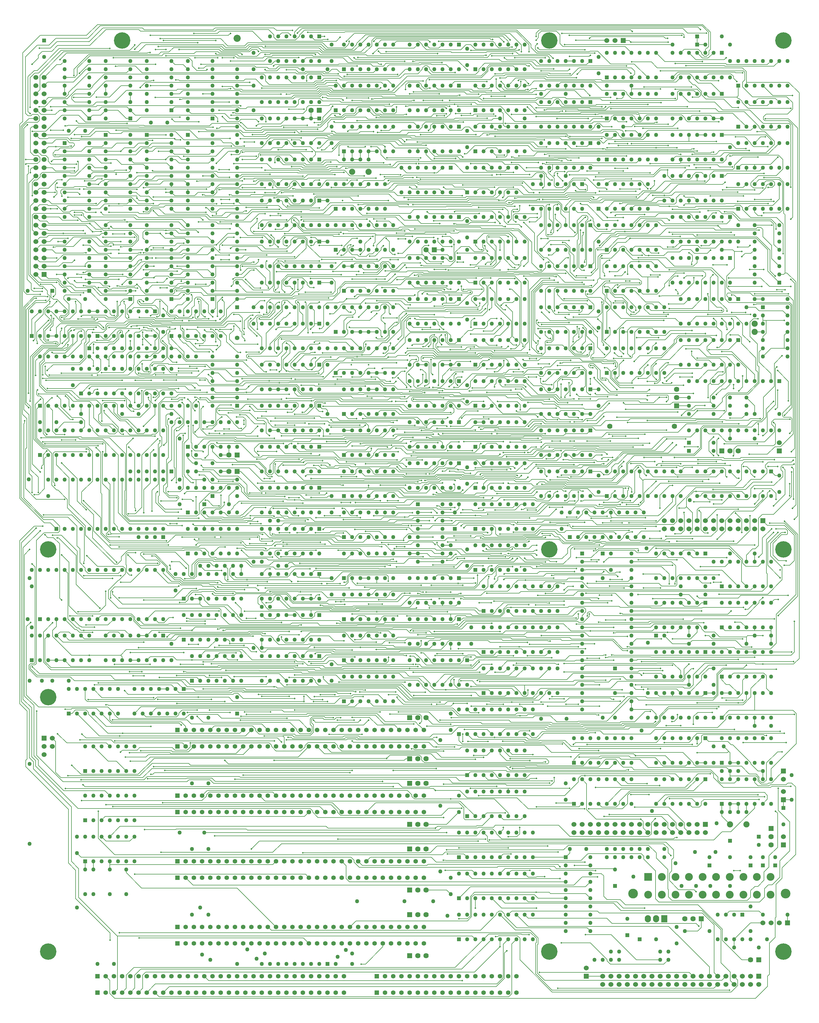
<source format=gtl>
G04*
G04  File:            MAINBOARD-V10.6.6.GTL, Sat Sep 13 11:09:38 2025*
G04  Source:          P-CAD 2006 PCB, Version 19.02.958, (D:\PCAD-2006\Projects\Pentagon-4096\Hardware\MainBoard-v10.6.6.PCB)*
G04  Format:          Gerber Format (RS-274-D), ASCII*
G04*
G04  Format Options:  Absolute Positioning*
G04                   Leading-Zero Suppression*
G04                   Scale Factor 1:1*
G04                   NO Circular Interpolation*
G04                   Inch Units*
G04                   Numeric Format: 4.4 (XXXX.XXXX)*
G04                   G54 NOT Used for Aperture Change*
G04                   Apertures Embedded*
G04*
G04  File Options:    Offset = (0.0mil,0.0mil)*
G04                   Drill Symbol Size = 80.0mil*
G04                   No Pad/Via Holes*
G04*
G04  File Contents:   Pads*
G04                   Vias*
G04                   No Designators*
G04                   No Types*
G04                   No Values*
G04                   No Drill Symbols*
G04                   Top*
G04*
%INMAINBOARD-V10.6.6.GTL*%
%ICAS*%
%MOIN*%
G04*
G04  Aperture MACROs for general use --- invoked via D-code assignment *
G04*
G04  General MACRO for flashed round with rotation and/or offset hole *
%AMROTOFFROUND*
1,1,$1,0.0000,0.0000*
1,0,$2,$3,$4*%
G04*
G04  General MACRO for flashed oval (obround) with rotation and/or offset hole *
%AMROTOFFOVAL*
21,1,$1,$2,0.0000,0.0000,$3*
1,1,$4,$5,$6*
1,1,$4,0-$5,0-$6*
1,0,$7,$8,$9*%
G04*
G04  General MACRO for flashed oval (obround) with rotation and no hole *
%AMROTOVALNOHOLE*
21,1,$1,$2,0.0000,0.0000,$3*
1,1,$4,$5,$6*
1,1,$4,0-$5,0-$6*%
G04*
G04  General MACRO for flashed rectangle with rotation and/or offset hole *
%AMROTOFFRECT*
21,1,$1,$2,0.0000,0.0000,$3*
1,0,$4,$5,$6*%
G04*
G04  General MACRO for flashed rectangle with rotation and no hole *
%AMROTRECTNOHOLE*
21,1,$1,$2,0.0000,0.0000,$3*%
G04*
G04  General MACRO for flashed rounded-rectangle *
%AMROUNDRECT*
21,1,$1,$2-$4,0.0000,0.0000,$3*
21,1,$1-$4,$2,0.0000,0.0000,$3*
1,1,$4,$5,$6*
1,1,$4,$7,$8*
1,1,$4,0-$5,0-$6*
1,1,$4,0-$7,0-$8*
1,0,$9,$10,$11*%
G04*
G04  General MACRO for flashed rounded-rectangle with rotation and no hole *
%AMROUNDRECTNOHOLE*
21,1,$1,$2-$4,0.0000,0.0000,$3*
21,1,$1-$4,$2,0.0000,0.0000,$3*
1,1,$4,$5,$6*
1,1,$4,$7,$8*
1,1,$4,0-$5,0-$6*
1,1,$4,0-$7,0-$8*%
G04*
G04  General MACRO for flashed regular polygon *
%AMREGPOLY*
5,1,$1,0.0000,0.0000,$2,$3+$4*
1,0,$5,$6,$7*%
G04*
G04  General MACRO for flashed regular polygon with no hole *
%AMREGPOLYNOHOLE*
5,1,$1,0.0000,0.0000,$2,$3+$4*%
G04*
G04  General MACRO for target *
%AMTARGET*
6,0,0,$1,$2,$3,4,$4,$5,$6*%
G04*
G04  General MACRO for mounting hole *
%AMMTHOLE*
1,1,$1,0,0*
1,0,$2,0,0*
$1=$1-$2*
$1=$1/2*
21,1,$2+$1,$3,0,0,$4*
21,1,$3,$2+$1,0,0,$4*%
G04*
G04*
G04  D10 : "Ellipse X8.0mil Y8.0mil H0.0mil 0.0deg (0.0mil,0.0mil) Draw"*
G04  Disc: OuterDia=0.0080*
%ADD10C, 0.0080*%
G04  D11 : "Ellipse X10.0mil Y10.0mil H0.0mil 0.0deg (0.0mil,0.0mil) Draw"*
G04  Disc: OuterDia=0.0100*
%ADD11C, 0.0100*%
G04  D12 : "Ellipse X15.0mil Y15.0mil H0.0mil 0.0deg (0.0mil,0.0mil) Draw"*
G04  Disc: OuterDia=0.0150*
%ADD12C, 0.0150*%
G04  D13 : "Ellipse X25.0mil Y25.0mil H0.0mil 0.0deg (0.0mil,0.0mil) Draw"*
G04  Disc: OuterDia=0.0250*
%ADD13C, 0.0250*%
G04  D14 : "Ellipse X30.0mil Y30.0mil H0.0mil 0.0deg (0.0mil,0.0mil) Draw"*
G04  Disc: OuterDia=0.0300*
%ADD14C, 0.0300*%
G04  D15 : "Ellipse X40.0mil Y40.0mil H0.0mil 0.0deg (0.0mil,0.0mil) Draw"*
G04  Disc: OuterDia=0.0400*
%ADD15C, 0.0400*%
G04  D16 : "Ellipse X5.0mil Y5.0mil H0.0mil 0.0deg (0.0mil,0.0mil) Draw"*
G04  Disc: OuterDia=0.0050*
%ADD16C, 0.0050*%
G04  D17 : "Ellipse X6.0mil Y6.0mil H0.0mil 0.0deg (0.0mil,0.0mil) Draw"*
G04  Disc: OuterDia=0.0060*
%ADD17C, 0.0060*%
G04  D18 : "Ellipse X9.8mil Y9.8mil H0.0mil 0.0deg (0.0mil,0.0mil) Draw"*
G04  Disc: OuterDia=0.0098*
%ADD18C, 0.0098*%
G04  D19 : "Ellipse X110.0mil Y110.0mil H0.0mil 0.0deg (0.0mil,0.0mil) Flash"*
G04  Disc: OuterDia=0.1100*
%ADD19C, 0.1100*%
G04  D20 : "Ellipse X200.0mil Y200.0mil H0.0mil 0.0deg (0.0mil,0.0mil) Flash"*
G04  Disc: OuterDia=0.2000*
%ADD20C, 0.2000*%
G04  D21 : "Ellipse X215.0mil Y215.0mil H0.0mil 0.0deg (0.0mil,0.0mil) Flash"*
G04  Disc: OuterDia=0.2150*
%ADD21C, 0.2150*%
G04  D22 : "Ellipse X50.0mil Y50.0mil H0.0mil 0.0deg (0.0mil,0.0mil) Flash"*
G04  Disc: OuterDia=0.0500*
%ADD22C, 0.0500*%
G04  D23 : "Ellipse X56.0mil Y56.0mil H0.0mil 0.0deg (0.0mil,0.0mil) Flash"*
G04  Disc: OuterDia=0.0560*
%ADD23C, 0.0560*%
G04  D24 : "Ellipse X60.0mil Y60.0mil H0.0mil 0.0deg (0.0mil,0.0mil) Flash"*
G04  Disc: OuterDia=0.0600*
%ADD24C, 0.0600*%
G04  D25 : "Ellipse X64.0mil Y64.0mil H0.0mil 0.0deg (0.0mil,0.0mil) Flash"*
G04  Disc: OuterDia=0.0640*
%ADD25C, 0.0640*%
G04  D26 : "Ellipse X65.0mil Y65.0mil H0.0mil 0.0deg (0.0mil,0.0mil) Flash"*
G04  Disc: OuterDia=0.0650*
%ADD26C, 0.0650*%
G04  D27 : "Ellipse X71.0mil Y71.0mil H0.0mil 0.0deg (0.0mil,0.0mil) Flash"*
G04  Disc: OuterDia=0.0710*
%ADD27C, 0.0710*%
G04  D28 : "Ellipse X75.0mil Y75.0mil H0.0mil 0.0deg (0.0mil,0.0mil) Flash"*
G04  Disc: OuterDia=0.0750*
%ADD28C, 0.0750*%
G04  D29 : "Ellipse X79.0mil Y79.0mil H0.0mil 0.0deg (0.0mil,0.0mil) Flash"*
G04  Disc: OuterDia=0.0790*
%ADD29C, 0.0790*%
G04  D30 : "Ellipse X90.0mil Y90.0mil H0.0mil 0.0deg (0.0mil,0.0mil) Flash"*
G04  Disc: OuterDia=0.0900*
%ADD30C, 0.0900*%
G04  D31 : "Ellipse X95.0mil Y95.0mil H0.0mil 0.0deg (0.0mil,0.0mil) Flash"*
G04  Disc: OuterDia=0.0950*
%ADD31C, 0.0950*%
G04  D32 : "Oval X75.0mil Y87.0mil H0.0mil 0.0deg (0.0mil,0.0mil) Flash"*
G04  Obround: DimX=0.0750, DimY=0.0870, Rotation=0.0, OffsetX=0.0000, OffsetY=0.0000, HoleDia=0.0000 *
%ADD32O, 0.0750 X0.0870*%
G04  D33 : "Oval X90.0mil Y102.0mil H0.0mil 0.0deg (0.0mil,0.0mil) Flash"*
G04  Obround: DimX=0.0900, DimY=0.1020, Rotation=0.0, OffsetX=0.0000, OffsetY=0.0000, HoleDia=0.0000 *
%ADD33O, 0.0900 X0.1020*%
G04  D34 : "Rectangle X110.0mil Y110.0mil H0.0mil 0.0deg (0.0mil,0.0mil) Flash"*
G04  Square: Side=0.1100, Rotation=0.0, OffsetX=0.0000, OffsetY=0.0000, HoleDia=0.0000*
%ADD34R, 0.1100 X0.1100*%
G04  D35 : "Rectangle X50.0mil Y50.0mil H0.0mil 0.0deg (0.0mil,0.0mil) Flash"*
G04  Square: Side=0.0500, Rotation=0.0, OffsetX=0.0000, OffsetY=0.0000, HoleDia=0.0000*
%ADD35R, 0.0500 X0.0500*%
G04  D36 : "Rectangle X56.0mil Y56.0mil H0.0mil 0.0deg (0.0mil,0.0mil) Flash"*
G04  Square: Side=0.0560, Rotation=0.0, OffsetX=0.0000, OffsetY=0.0000, HoleDia=0.0000*
%ADD36R, 0.0560 X0.0560*%
G04  D37 : "Rectangle X60.0mil Y60.0mil H0.0mil 0.0deg (0.0mil,0.0mil) Flash"*
G04  Square: Side=0.0600, Rotation=0.0, OffsetX=0.0000, OffsetY=0.0000, HoleDia=0.0000*
%ADD37R, 0.0600 X0.0600*%
G04  D38 : "Rectangle X64.0mil Y64.0mil H0.0mil 0.0deg (0.0mil,0.0mil) Flash"*
G04  Square: Side=0.0640, Rotation=0.0, OffsetX=0.0000, OffsetY=0.0000, HoleDia=0.0000*
%ADD38R, 0.0640 X0.0640*%
G04  D39 : "Rectangle X65.0mil Y65.0mil H0.0mil 0.0deg (0.0mil,0.0mil) Flash"*
G04  Square: Side=0.0650, Rotation=0.0, OffsetX=0.0000, OffsetY=0.0000, HoleDia=0.0000*
%ADD39R, 0.0650 X0.0650*%
G04  D40 : "Rectangle X71.0mil Y71.0mil H0.0mil 0.0deg (0.0mil,0.0mil) Flash"*
G04  Square: Side=0.0710, Rotation=0.0, OffsetX=0.0000, OffsetY=0.0000, HoleDia=0.0000*
%ADD40R, 0.0710 X0.0710*%
G04  D41 : "Rectangle X75.0mil Y75.0mil H0.0mil 0.0deg (0.0mil,0.0mil) Flash"*
G04  Square: Side=0.0750, Rotation=0.0, OffsetX=0.0000, OffsetY=0.0000, HoleDia=0.0000*
%ADD41R, 0.0750 X0.0750*%
G04  D42 : "Rectangle X75.0mil Y87.0mil H0.0mil 0.0deg (0.0mil,0.0mil) Flash"*
G04  Rectangular: DimX=0.0750, DimY=0.0870, Rotation=0.0, OffsetX=0.0000, OffsetY=0.0000, HoleDia=0.0000 *
%ADD42R, 0.0750 X0.0870*%
G04  D43 : "Rectangle X79.0mil Y79.0mil H0.0mil 0.0deg (0.0mil,0.0mil) Flash"*
G04  Square: Side=0.0790, Rotation=0.0, OffsetX=0.0000, OffsetY=0.0000, HoleDia=0.0000*
%ADD43R, 0.0790 X0.0790*%
G04  D44 : "Rectangle X90.0mil Y102.0mil H0.0mil 0.0deg (0.0mil,0.0mil) Flash"*
G04  Rectangular: DimX=0.0900, DimY=0.1020, Rotation=0.0, OffsetX=0.0000, OffsetY=0.0000, HoleDia=0.0000 *
%ADD44R, 0.0900 X0.1020*%
G04  D45 : "Rectangle X95.0mil Y95.0mil H0.0mil 0.0deg (0.0mil,0.0mil) Flash"*
G04  Square: Side=0.0950, Rotation=0.0, OffsetX=0.0000, OffsetY=0.0000, HoleDia=0.0000*
%ADD45R, 0.0950 X0.0950*%
G04  D46 : "Ellipse X102.0mil Y102.0mil H0.0mil 0.0deg (0.0mil,0.0mil) Flash"*
G04  Disc: OuterDia=0.1020*
%ADD46C, 0.1020*%
G04  D47 : "Ellipse X118.0mil Y118.0mil H0.0mil 0.0deg (0.0mil,0.0mil) Flash"*
G04  Disc: OuterDia=0.1180*
%ADD47C, 0.1180*%
G04  D48 : "Ellipse X133.0mil Y133.0mil H0.0mil 0.0deg (0.0mil,0.0mil) Flash"*
G04  Disc: OuterDia=0.1330*
%ADD48C, 0.1330*%
G04  D49 : "Ellipse X20.0mil Y20.0mil H0.0mil 0.0deg (0.0mil,0.0mil) Flash"*
G04  Disc: OuterDia=0.0200*
%ADD49C, 0.0200*%
G04  D50 : "Ellipse X35.0mil Y35.0mil H0.0mil 0.0deg (0.0mil,0.0mil) Flash"*
G04  Disc: OuterDia=0.0350*
%ADD50C, 0.0350*%
G04  D51 : "Ellipse X55.0mil Y55.0mil H0.0mil 0.0deg (0.0mil,0.0mil) Flash"*
G04  Disc: OuterDia=0.0550*
%ADD51C, 0.0550*%
G04  D52 : "Ellipse X70.0mil Y70.0mil H0.0mil 0.0deg (0.0mil,0.0mil) Flash"*
G04  Disc: OuterDia=0.0700*
%ADD52C, 0.0700*%
G04  D53 : "Ellipse X87.0mil Y87.0mil H0.0mil 0.0deg (0.0mil,0.0mil) Flash"*
G04  Disc: OuterDia=0.0870*
%ADD53C, 0.0870*%
G04*
%FSLAX44Y44*%
%SFA1B1*%
%OFA0.0000B0.0000*%
G04*
G70*
G90*
G01*
D2*
%LNTop*%
D10*
X101440Y129960*
X101280Y129800D1*
Y129040*
X101720Y136000D2*
X100760Y136960D1*
X100560Y136680D2*
X101440Y135800D1*
X101680Y141400D2*
X101880Y141600D1*
X101360Y146080D2*
X101880Y146600D1*
X101760Y155480D2*
X101120Y154840D1*
X101400Y167880D2*
X101240Y167720D1*
X101160Y170920D2*
X101040Y170800D1*
X101880Y172880D2*
X101360Y173400D1*
X100880Y171960D2*
X101400Y171440D1*
X101640Y172760D2*
X101200Y173200D1*
X101040Y172520D2*
X101680Y171880D1*
X101800Y173800D2*
X101840Y173840D1*
X101800Y173560D2*
Y173800D1*
X101400Y186560D2*
X101040Y186920D1*
X101600Y201280D2*
X101440Y201120D1*
X101600Y202200D2*
Y201280D1*
X101840Y201400D2*
Y201800D1*
X101320Y202480D2*
X101280Y202440D1*
X101680Y208000D2*
X100720Y207040D1*
X101240Y208640D2*
X101560Y208320D1*
X101920*
X101800Y208600D2*
X101560Y208840D1*
X100920Y207640D2*
X100560Y207280D1*
X102280Y130360D2*
X102800Y129840D1*
Y129200*
X102480Y129760D2*
Y129080D1*
X104500Y132500D2*
X104920Y132080D1*
X102320Y141600D2*
X102400Y141680D1*
X103600Y141840D2*
X104360Y141080D1*
X102585Y141600D2*
X102425Y141440D1*
X104560Y146560D2*
X103440Y145440D1*
X104000Y145000D2*
X103600Y144600D1*
X104560Y144880D2*
Y145640D1*
X102040Y153720D2*
X102400Y153360D1*
X103360Y158320D2*
X102320D1*
X103560Y158720D2*
X104280D1*
X103520Y157520D2*
X102585Y156585D1*
X103940Y156940D2*
X104660D1*
X103600Y157280D2*
X103940Y156940D1*
X103440Y159120D2*
X104600D1*
X102800Y162440D2*
Y164280D1*
X102040Y164400D2*
Y162440D1*
X102840Y162160D2*
X103560Y162880D1*
X102320Y162160D2*
X102840D1*
X104800Y163520D2*
Y163280D1*
X104600Y163720D2*
X104800Y163520D1*
X103560Y166560D2*
X104000Y167000D1*
X104800Y167400D2*
X104600Y167200D1*
X103400Y167040D2*
X103840Y167480D1*
X103400Y165840D2*
Y167040D1*
X103200Y165640D2*
X103400Y165840D1*
X103200Y165400D2*
Y165640D1*
X103880Y167760D2*
X104440Y167200D1*
X103400Y167760D2*
X103880D1*
X102600Y169040D2*
X103520Y168120D1*
X103760Y169240D2*
X103400Y169600D1*
X103840Y169480D2*
X103600Y169720D1*
X103000Y173000D2*
X102600Y172600D1*
X104000Y173000D2*
X104560Y172440D1*
X103080Y173800D2*
X102440Y173160D1*
X103840Y174840D2*
X103120Y175560D1*
X103000Y174200D2*
X102760D1*
X102600Y174360*
X102960Y175440D2*
X103760Y174640D1*
X104040Y176480D2*
X103640Y176880D1*
X102600Y174360D2*
Y174800D1*
X102720Y174920*
X103000Y179000D2*
X102480Y178480D1*
X103560Y179120D2*
X104160Y179720D1*
X103560Y178440D2*
Y179120D1*
X103120Y178000D2*
X103560Y178440D1*
X103400Y178640D2*
X102960Y178200D1*
X103400Y179200D2*
Y178640D1*
X104080Y179880D2*
X103400Y179200D1*
X104600Y179400D2*
X104480Y179480D1*
X103360Y177920D2*
X103680Y178240D1*
X104600Y178000D2*
X103880Y177280D1*
X103760Y181000D2*
X104000D1*
X103600Y181160D2*
X103760Y181000D1*
X103600Y182120D2*
Y181160D1*
X102400Y181120D2*
X102200Y180920D1*
X102600D2*
Y181960D1*
X102680Y180840D2*
X102600Y180920D1*
X102680Y180600D2*
Y180840D1*
X103000Y181120D2*
Y181500D1*
X103520Y180600D2*
X103000Y181120D1*
X103440Y181080D2*
Y182320D1*
X103760Y180760D2*
X103440Y181080D1*
X104600Y180760D2*
X103760D1*
X104680Y180840D2*
X104600Y180760D1*
X104280Y182440D2*
X104600Y182760D1*
X104280Y182200D2*
Y182440D1*
X102520Y185840D2*
X103720D1*
X103400Y184120D2*
X102400Y183120D1*
X103400Y184680D2*
Y184120D1*
X104080Y185360D2*
X103400Y184680D1*
X104120Y185360D2*
X104080D1*
X104200Y185440D2*
X104120Y185360D1*
X104200Y185680D2*
Y185440D1*
X102540Y184040D2*
X102520D1*
X103000Y184500D2*
X102540Y184040D1*
X102480Y185560D2*
X103760D1*
X104380Y184500D2*
X104000D1*
Y185040D2*
X104400D1*
X103600Y184640D2*
X104000Y185040D1*
X103600Y184160D2*
Y184640D1*
X104280Y183480D2*
X103600Y184160D1*
X104280Y183160D2*
Y183480D1*
X104680Y183400D2*
Y183640D1*
X104600Y183320D2*
X104680Y183400D1*
X104360Y184000D2*
X104440Y183920D1*
X104400Y187800D2*
X104920Y187280D1*
X103080Y187800D2*
X104400D1*
X102320Y187280D2*
X103320D1*
X102320Y186080D2*
X102560D1*
X103680Y186320D2*
X102320D1*
X103720Y186280D2*
X103680Y186320D1*
X103960Y186280D2*
X103720D1*
X103360Y187560D2*
X103000D1*
X103920Y187000D2*
X103360Y187560D1*
X103920Y186640D2*
Y187000D1*
X104200Y186360D2*
X103920Y186640D1*
X102200Y186920D2*
X103280D1*
X104920Y187280D2*
Y186560D1*
X104640Y186280*
X104360Y186860D2*
X104500Y187000D1*
X104360Y186240D2*
Y186860D1*
X102940Y189560D2*
X102500Y190000D1*
X102980Y190520D2*
X102500Y191000D1*
X104200Y193000D2*
X103500D1*
X104600Y193400D2*
X104200Y193000D1*
X103020Y193520D2*
X102500Y193000D1*
X103840Y193520D2*
X103020D1*
X104080Y193760D2*
X103840Y193520D1*
X102080Y194420D2*
X102500Y194000D1*
X103880Y194480D2*
X103020D1*
X104040Y194320D2*
X103880Y194480D1*
X104640Y192320D2*
X104880D1*
X104320Y197000D2*
X103500D1*
X102280Y196440D2*
X102080Y196240D1*
X103020Y195480D2*
X102500Y196000D1*
X103840Y195480D2*
X103020D1*
X104120Y195200D2*
X103840Y195480D1*
X102980Y197480D2*
X102500Y197000D1*
X103920Y197480D2*
X102980D1*
X104000Y197400D2*
X103920Y197480D1*
X103500Y199000D2*
X104840D1*
X102640Y200480D2*
X103040Y200880D1*
X102360Y200480D2*
X102640D1*
X102080Y200200D2*
X102360Y200480D1*
X102080Y198600D2*
Y200200D1*
X104880Y199320D2*
Y199920D1*
X102980Y199480D2*
X102500Y199000D1*
X104040Y199480D2*
X102980D1*
X104400Y202760D2*
X104640Y203000D1*
X104520Y202000D2*
X103500D1*
X104920Y201600D2*
X104520Y202000D1*
X103040Y201160D2*
X103320Y201440D1*
X102040Y202000D2*
X102500D1*
X104600Y203480D2*
Y203800D1*
X104760Y203320D2*
X104600Y203480D1*
X104360Y202440D2*
X104020Y202780D1*
Y203180*
X103720Y203480*
X103200*
X102760D2*
X103000Y203240D1*
Y202800*
X102680Y202480*
X102240Y203480D2*
X102760D1*
X102980Y205520D2*
X102500Y206000D1*
X103920Y205520D2*
X102980D1*
X104040Y205640D2*
X103920Y205520D1*
X102080Y206440D2*
X103720D1*
X104520Y205000D2*
X103500D1*
X103600Y209440D2*
X102920D1*
X104440Y209000D2*
X103500D1*
X102080Y208480D2*
X102720D1*
X102960Y208240*
Y207760D2*
X102720Y207520D1*
X102960Y208240D2*
Y207760D1*
X102640Y209000D2*
X102500D1*
X103160Y208480D2*
X102640Y209000D1*
X104880Y208480D2*
X103160D1*
X103940Y212440D2*
X103500Y212000D1*
X103000Y211500D2*
X102500Y211000D1*
X102040Y214600D2*
X102800Y215360D1*
X102320Y213840D2*
X102680D1*
X102380Y213540D2*
X102840D1*
X102800Y215360D2*
Y215680D1*
X103280Y216160D2*
X104440D1*
X104280Y216560D2*
X102960D1*
X104120Y216920D2*
X102680D1*
X106900Y135500D2*
X106500D1*
X107320Y135920D2*
X106900Y135500D1*
X106840Y136040D2*
X106080D1*
X106920Y136120D2*
X106840Y136040D1*
X107200Y139480D2*
X106720Y139960D1*
X106000Y142000D2*
X106760Y141240D1*
X106560Y145440D2*
X107000Y145000D1*
X105440Y145440D2*
X106560D1*
X107480Y145720D2*
X107800Y145400D1*
X107280Y145720D2*
X107480D1*
X106560Y144440D2*
X106000Y145000D1*
X107720Y145920D2*
X107520D1*
X107560Y147640D2*
X106560Y148640D1*
X105400Y149560D2*
X105640Y149320D1*
X106560Y153920D2*
X105640Y154840D1*
X107880Y155560D2*
Y153880D1*
X107520Y155920D2*
X107880Y155560D1*
X105400Y157720D2*
X105200Y157520D1*
X105400Y158320D2*
Y157720D1*
X105120Y156880D2*
X105280D1*
X106360Y161560D2*
Y160560D1*
X105040Y162720D2*
X105200D1*
X105560Y170600D2*
Y170560D1*
X105640Y168840D2*
X107360D1*
X107840Y168920D2*
X107680Y169080D1*
X106560Y172920D2*
X106640Y172840D1*
X106560Y173760D2*
Y172920D1*
X106880Y171560D2*
X105560Y172880D1*
X106880Y173720D2*
Y173760D1*
X107080Y173520D2*
X106880Y173720D1*
X106680Y171320D2*
X107000D1*
X106640Y172840D2*
Y172520D1*
X105560Y172880D2*
Y173760D1*
X107200Y175080D2*
X107880Y175760D1*
X106440Y179000D2*
X106000D1*
X106200Y179840D2*
X106280D1*
X106080Y179720D2*
X106200Y179840D1*
X105640Y182200D2*
Y182440D1*
X105480Y182040D2*
X105640Y182200D1*
X105480Y180560D2*
Y182040D1*
X105120Y180200D2*
X105480Y180560D1*
X107560Y180880D2*
Y181800D1*
X107000Y180560D2*
Y181500D1*
X106000Y182480D2*
Y181500D1*
X106400Y181280D2*
X105720Y180600D1*
X105200Y180680D2*
X105040Y180840D1*
X105200Y180520D2*
Y180680D1*
X105040Y180360D2*
X105200Y180520D1*
X106240Y180040D2*
X106040D1*
X106400Y180200D2*
X106240Y180040D1*
X106400Y180440D2*
Y180200D1*
X106120Y180440D2*
X105720Y180040D1*
X106120Y180480D2*
Y180440D1*
X106560Y180920D2*
X106120Y180480D1*
X106560Y181920D2*
Y180920D1*
X106800Y182160D2*
X106560Y181920D1*
X106400Y182120D2*
Y181280D1*
X106840Y182560D2*
X106400Y182120D1*
X107560Y181800D2*
X107840Y182080D1*
X106320Y182800D2*
X106000Y182480D1*
X107160Y182200D2*
X107320Y182360D1*
X106560Y184200D2*
Y185360D1*
X106160Y183800D2*
X106560Y184200D1*
X105680Y183800D2*
X106160D1*
X105640Y183760D2*
X105680Y183800D1*
X107360Y185440D2*
Y185680D1*
X107400Y185400D2*
X107360Y185440D1*
X107400Y184360D2*
Y185400D1*
X106600Y183560D2*
X107400Y184360D1*
X105960Y183560D2*
X106600D1*
X105080Y183720D2*
Y183800D1*
X105640Y183160D2*
X105080Y183720D1*
X106400Y184320D2*
Y184640D1*
X106080Y184000D2*
X106400Y184320D1*
X105560Y184000D2*
X106080D1*
X105400Y183840D2*
X105560Y184000D1*
X105400Y183640D2*
Y183840D1*
X105720Y183320D2*
X105400Y183640D1*
X105920Y186280D2*
X106120Y186480D1*
X105560Y188120D2*
X105200Y188480D1*
X105560Y187880D2*
Y188120D1*
X105880Y187560D2*
X105560Y187880D1*
X106720Y187560D2*
X105880D1*
X107280Y187000D2*
X106720Y187560D1*
X105360Y188080D2*
X105160Y188280D1*
X105360Y187800D2*
Y188080D1*
X105760Y187400D2*
X105360Y187800D1*
X106200Y187400D2*
X105760D1*
X106840Y186760D2*
X106200Y187400D1*
X107440Y188000D2*
X107200Y188240D1*
X106520Y188640D2*
X106400Y188520D1*
X106720Y187840D2*
X106960D1*
X107400Y187400*
X106000Y188560D2*
X106720Y187840D1*
X105800Y190440D2*
X105360Y190000D1*
X106920Y190440D2*
X105800D1*
X107200Y190720D2*
X106920Y190440D1*
X107760Y189040D2*
X107520D1*
X107120Y193560D2*
X106120Y192560D1*
X105200Y193000D2*
X106000D1*
X105760Y195600D2*
X105360Y196000D1*
X107600Y195600D2*
X105760D1*
X106400Y197400D2*
X106000Y197000D1*
X107040Y196000D2*
X106600Y196440D1*
X107560Y196000D2*
X107040D1*
X105840Y196600D2*
X105040Y197400D1*
X106640Y196600D2*
X105840D1*
X106840Y196800D2*
X106640Y196600D1*
X105680Y198760D2*
Y198520D1*
X105560Y198880D2*
X105680Y198760D1*
X105560Y199200D2*
Y198880D1*
X105760Y199400D2*
X105560Y199200D1*
X107840Y199400D2*
X105760D1*
X106625Y200625D2*
X106000Y200000D1*
X105080Y198800D2*
Y199120D1*
X105680Y200520D2*
X105080D1*
X107120Y199600D2*
X107200Y199680D1*
X105120Y199600D2*
X107120D1*
X107600Y199000D2*
X107840Y198760D1*
X107600Y199000D2*
X106000D1*
X107200Y202000D2*
X106000D1*
X107680Y202680D2*
X107600Y202760D1*
X107680Y201760D2*
Y202680D1*
X107280Y201360D2*
X107680Y201760D1*
X106760Y201360D2*
X107280D1*
X106680Y201440D2*
X106760Y201360D1*
X105440Y203400D2*
X105360Y203320D1*
X106720Y205320D2*
X106400Y205640D1*
X107800Y205320D2*
X106720D1*
X107880Y205400D2*
X107800Y205320D1*
X106560Y204640D2*
X106800D1*
X106480Y204560D2*
X106560Y204640D1*
X106400Y205280D2*
X106240Y205440D1*
X106400Y205240D2*
Y205280D1*
X106600Y205040D2*
X106400Y205240D1*
X107040Y205040D2*
X106600D1*
X107200Y204880D2*
X107040Y205040D1*
X107200Y204720D2*
Y204880D1*
X106880Y204400D2*
X107200Y204720D1*
X105480Y204400D2*
X106880D1*
X105200Y204120D2*
X105480Y204400D1*
X107720Y207400D2*
X107440Y207680D1*
X105680Y208400D2*
X107720D1*
X106320Y207080D2*
X106080D1*
X106400Y207160D2*
X106320Y207080D1*
X106000Y209000D2*
X105400D1*
X107480Y211560D2*
X106320Y210400D1*
X106000Y211000D2*
Y212000D1*
X106880Y210680D2*
X107200Y211000D1*
X106880Y210360D2*
Y210680D1*
X106480Y210920D2*
X106120Y210560D1*
X106480Y211160D2*
Y210920D1*
X107080Y211760D2*
X106480Y211160D1*
X107120Y211760D2*
X107080D1*
X107160Y213240D2*
Y214000D1*
X107560Y213320D2*
Y214120D1*
X105560Y214560D2*
X106000Y215000D1*
X105060Y214560D2*
X105560D1*
X108480Y126600D2*
X108240Y126840D1*
X108600Y132520D2*
X108120Y133000D1*
X108920Y135640D2*
X108640Y135920D1*
X108920Y135440D2*
Y135640D1*
X108500Y137240D2*
X108780Y136960D1*
X110500Y135500D2*
X109880Y136120D1*
X108080Y146040D2*
X109640D1*
X108520Y152920D2*
X108880Y152560D1*
X108720Y154720D2*
X110000Y153440D1*
X108360Y154040D2*
X108400Y154080D1*
X108360Y153800D2*
Y154040D1*
X109400Y156880D2*
Y158160D1*
X108560Y158360D2*
Y157240D1*
X108320Y161440D2*
X110400Y159360D1*
X108080Y161200D2*
X109560Y159720D1*
X110400Y162400D2*
X110560Y162240D1*
X109400Y163800D2*
X108080Y162480D1*
X108880Y167720D2*
X108640D1*
X109000Y167600D2*
X108880Y167720D1*
X109000Y167000D2*
Y167600D1*
X110640Y167160D2*
Y167400D1*
X110600Y167120D2*
X110640Y167160D1*
X109840Y167880D2*
X110400Y167320D1*
X109440Y170000D2*
X110160Y169280D1*
X109440Y170240D2*
Y170000D1*
X109000Y170680D2*
X109440Y170240D1*
X108440Y171160D2*
X108040Y171560D1*
X109560Y173000D2*
X109040Y173520D1*
X109560Y171520D2*
Y173000D1*
X110560Y173120D2*
X110840Y173400D1*
X110560Y171120D2*
Y173120D1*
X110800Y172160D2*
Y172400D1*
X110160Y171880D2*
Y171160D1*
X110400Y172120D2*
X110160Y171880D1*
X110400Y173160D2*
Y172120D1*
X109880Y173680D2*
X110400Y173160D1*
X109760Y175000D2*
X110000D1*
X109560Y174800D2*
X109760Y175000D1*
X109560Y174660D2*
Y174800D1*
X109400Y174500D2*
X109560Y174660D1*
X109000Y174500D2*
X109400D1*
X109280Y175360D2*
X109000Y175080D1*
X110400Y178600D2*
Y177360D1*
X110000Y179000D2*
X110400Y178600D1*
X109000Y179000D2*
X109520Y178480D1*
Y177840*
X108400Y181240D2*
X108040Y180880D1*
Y180600*
X109000Y180840D2*
X108600Y180440D1*
X109000Y181500D2*
Y180840D1*
X110380Y181500D2*
X110760Y181120D1*
X110000Y181500D2*
X110380D1*
X108600Y182000D2*
X108880Y182280D1*
X108600Y180800D2*
Y182000D1*
X108880Y182280D2*
X109560D1*
X108400Y180600D2*
X108600Y180800D1*
X108160Y182360D2*
X108400Y182120D1*
Y181240*
X110720Y181920D2*
X109400D1*
X110840Y182280D2*
X110600D1*
X110080Y182800*
X109560Y180480D2*
Y180440D1*
X109520Y180400*
X109440Y180760D2*
X109000Y180320D1*
X109800Y180680D2*
X109720Y180760D1*
X109440*
X110760Y185240D2*
X110840D1*
X109360Y183800D2*
X110880D1*
X110000Y184500D2*
X109000D1*
X110000Y183560D2*
X109760Y183320D1*
X108200Y184040D2*
X108040Y183880D1*
X110200Y183280D2*
X110080Y183160D1*
X110320Y188000D2*
X110720Y187600D1*
X109000Y188000D2*
X110320D1*
X109400Y187400D2*
X110360Y186440D1*
X108560Y187640D2*
X108320D1*
X108640Y187560D2*
X108560Y187640D1*
X109680Y187560D2*
X108640D1*
X109880Y187360D2*
X109680Y187560D1*
X109880Y187320D2*
Y187360D1*
X110600Y186600D2*
X109880Y187320D1*
X108360Y191640D2*
X108320Y191600D1*
X108600Y191640D2*
X108360D1*
X108520Y190240D2*
X108840Y190560D1*
X108520Y190000D2*
Y190240D1*
Y189240D2*
X108680Y189400D1*
X108280Y189240D2*
X108520D1*
X109680Y194240D2*
X110440D1*
X109640Y194200D2*
X109680Y194240D1*
X109400Y194200D2*
X109640D1*
X110840Y192600D2*
X109880Y193560D1*
X110520Y194000D2*
X110280Y193760D1*
X110840Y194640D2*
X110440D1*
X110880Y194600D2*
X110840Y194640D1*
X109080Y192560D2*
X108280D1*
X110600Y194480D2*
X110705Y194375D1*
X109800Y194480D2*
X110600D1*
X109240Y193400D2*
X110200Y192440D1*
X108080Y193400D2*
X109240D1*
X110760Y196240D2*
X110440Y196560D1*
X109600Y197640D2*
X109840D1*
X109560Y197600D2*
X109600Y197640D1*
X108320Y196360D2*
X108120Y196560D1*
X108320Y196120D2*
Y196360D1*
X108840Y195600D2*
X108320Y196120D1*
X110280Y197000D2*
X109000D1*
X110880Y197600D2*
X110280Y197000D1*
X109640Y195440D2*
X108120D1*
X108600Y196560D2*
X108360Y196800D1*
X109800Y196560D2*
X108600D1*
X109840Y200000D2*
X109000D1*
X109880Y199960D2*
X109840Y200000D1*
X110120Y199960D2*
X109880D1*
X110720Y200400D2*
X110880Y200560D1*
X110560Y200400D2*
X110720D1*
X110120Y199960D2*
X110560Y200400D1*
X109760D2*
X108440D1*
X110000Y200640D2*
X109760Y200400D1*
X110560Y200640D2*
X110000D1*
X108640Y199680D2*
X108720Y199600D1*
X109400Y201600D2*
X109000Y202000D1*
X109240Y202440D2*
X108800D1*
X109680Y202000D2*
X109240Y202440D1*
X110480Y202560D2*
X109640Y203400D1*
X109160Y205800D2*
X109800Y206440D1*
X108080Y205800D2*
X109160D1*
X110560Y204560D2*
X108600D1*
X108960Y206040D2*
X109720Y206800D1*
X110160Y209000D2*
X109000D1*
X110560Y209400D2*
X110160Y209000D1*
X109400Y208400D2*
X110400D1*
X109000Y208000D2*
X109400Y208400D1*
X109840Y209440D2*
X109960Y209560D1*
X109640Y211080D2*
X109120Y210560D1*
X109640Y211200D2*
Y211080D1*
X109440Y211880D2*
X109120Y211560D1*
X109440Y212000D2*
Y211880D1*
X108200Y213600D2*
Y213560D1*
X108600Y214000D2*
X108200Y213600D1*
X109000Y214000D2*
X108600D1*
X108980Y217340D2*
X108960Y217360D1*
X112440Y101940D2*
X112000Y101500D1*
X112120Y100800D2*
X111520Y101400D1*
X112440Y108400D2*
Y108360D1*
X113500Y116500D2*
Y116120D1*
X111500Y117080D2*
Y117500D1*
X112760Y121760D2*
X111500Y120500D1*
X112320Y129680D2*
X111320D1*
X111080Y131920D2*
X111500Y131500D1*
X113068Y131040D2*
X113056Y131027D1*
X112800Y130800*
X113080Y133080D2*
X111280D1*
X111760Y134480D2*
X111500Y134740D1*
X111280Y136560D2*
X111040D1*
X111360Y136480D2*
X111280Y136560D1*
X112040Y135400D2*
Y135520D1*
X111280Y136280*
X111600Y140160D2*
X112120Y139640D1*
X113000Y142440D2*
Y142000D1*
X112840Y142600D2*
X113000Y142440D1*
X112840Y142600D2*
X113520Y143280D1*
X112560Y145440D2*
X113000Y145000D1*
X111440Y145440D2*
X112560D1*
X111360Y149520D2*
X112560Y148320D1*
Y151720D2*
X111360Y150520D1*
X112600Y151720D2*
X112560D1*
X113400Y152520D2*
X112600Y151720D1*
X112120Y150920D2*
X111600Y150400D1*
X113560Y152720D2*
X113920Y152360D1*
X113120Y153440D2*
X113400Y153160D1*
X113480Y153640D2*
X113560Y153560D1*
X113480Y154920D2*
Y153640D1*
X113640Y155080D2*
X113480Y154920D1*
X112920Y154600D2*
X113680Y155360D1*
X112920Y154160D2*
Y154600D1*
X112440Y153680D2*
X112920Y154160D1*
X112120Y153680D2*
X112440D1*
Y157960D2*
X112840Y157560D1*
X112440Y158240D2*
Y157960D1*
X112000Y158680D2*
X112440Y158240D1*
X111080Y157400D2*
X111400Y157720D1*
X111080Y157200D2*
Y157400D1*
X111240Y157040D2*
X111080Y157200D1*
X112640Y157040D2*
X111240D1*
X111640Y157320D2*
X111320D1*
X111720Y157400D2*
X111640Y157320D1*
X111720Y157400D2*
X111560Y157560D1*
X113520Y161480D2*
X113560Y161520D1*
X113520Y159760D2*
Y161480D1*
X113720Y159560D2*
X113520Y159760D1*
X113360Y162640D2*
X113400Y162680D1*
X112000Y170000D2*
X111440Y170560D1*
X112560Y169880D2*
Y170400D1*
X112920Y169520D2*
X112560Y169880D1*
X113160Y169520D2*
X112920D1*
X113400Y170000D2*
X113000D1*
X112120Y169560D2*
X111440D1*
X112400Y169840D2*
X112120Y169560D1*
X112400Y170160D2*
Y169840D1*
X111800Y170760D2*
X112400Y170160D1*
X112440Y172000D2*
X112840Y171600D1*
X112440Y173120D2*
Y172000D1*
X112160Y173400D2*
X112440Y173120D1*
X113560Y173720D2*
X113400Y173880D1*
X113560Y172880D2*
Y173720D1*
X111560Y172360D2*
Y172440D1*
X112760Y171160D2*
X111560Y172360D1*
X113400Y171160D2*
X112760D1*
X112000Y172160D2*
Y173000D1*
X112800Y171360D2*
X112000Y172160D1*
X113640Y171360D2*
X112800D1*
X113460Y174040D2*
X113000Y174500D1*
X113480Y174040D2*
X113460D1*
X112540Y175040D2*
X113400D1*
X112000Y174500D2*
X112540Y175040D1*
X111400Y177840D2*
Y178600D1*
Y178960D2*
Y178600D1*
X112000Y179560D2*
X111400Y178960D1*
X113120Y179560D2*
X112000D1*
X113440Y179880D2*
X113120Y179560D1*
X111400Y178600D2*
X111250D1*
X113560Y179160D2*
Y177440D1*
X113160Y177040*
X113000Y181500D2*
X113040Y181540D1*
Y182080*
X112920Y182200*
X112680*
X112400Y181920*
Y181240*
X111920Y180760*
X113800Y182160D2*
X113440Y181800D1*
X112600Y181760D2*
X112800Y181960D1*
X112600Y181120D2*
Y181760D1*
X112000Y180520D2*
X112600Y181120D1*
X111520Y180520D2*
X112000D1*
X111460Y180960D2*
X112000Y181500D1*
X111560Y181600D2*
X112360Y182400D1*
X111560Y181520D2*
Y181600D1*
X111160Y181120D2*
X111560Y181520D1*
X111400Y182520D2*
X111360Y182560D1*
X113480Y182840D2*
X111360D1*
X111160Y182640*
Y182360*
X111360Y180760D2*
X111280Y180680D1*
X111920Y180760D2*
X111360D1*
Y182560D2*
X113520D1*
X111760Y184000D2*
X112040D1*
X111560Y184200D2*
X111760Y184000D1*
X111560Y184520D2*
Y184200D1*
X113600D2*
Y184760D1*
X113800Y184000D2*
X113600Y184200D1*
X113800Y183760D2*
Y184000D1*
X112400Y184040D2*
Y185680D1*
X112120Y183760D2*
X112400Y184040D1*
X111320Y183760D2*
X112120D1*
X111040Y184040D2*
X111320Y183760D1*
X113240Y185440D2*
Y185680D1*
X113400Y185280D2*
X113240Y185440D1*
X113400Y183840D2*
Y185280D1*
X112800Y185320D2*
Y185600D1*
X112560Y185080D2*
X112800Y185320D1*
X112560Y183960D2*
Y185080D1*
X112160Y183560D2*
X112560Y183960D1*
X111120Y183560D2*
X112160D1*
X113000Y184500D2*
Y184120D1*
X112160Y183280*
X113260Y183060D2*
X111260D1*
X113720Y183520D2*
X113400Y183840D1*
X113520Y183320D2*
X113260Y183060D1*
X113520Y188760D2*
X113680Y188600D1*
X111480Y188760D2*
X113520D1*
X111320Y188600D2*
X111480Y188760D1*
X112640Y187600D2*
X112400D1*
X112720Y187520D2*
X112640Y187600D1*
X113400Y187520D2*
X112720D1*
X113440Y187560D2*
X113400Y187520D1*
X113640Y188400D2*
X113000Y187760D1*
X113600Y187400D2*
X113520Y187320D1*
X111840D2*
X111720Y187200D1*
X111400*
X113520Y187320D2*
X111840D1*
X111400Y187200D2*
X111200Y187400D1*
X111400Y187600D2*
X111480Y187520D1*
X111640Y191000D2*
X111240Y191400D1*
X111880Y193920D2*
X113320D1*
X111560Y192840D2*
X111320Y192600D1*
X111860Y192840D2*
X111560D1*
X111960Y192740D2*
X111860Y192840D1*
X111960Y192600D2*
Y192740D1*
X113080Y192360D2*
X112840D1*
X113120Y192400D2*
X113080Y192360D1*
X111880Y194600D2*
X111640Y194840D1*
X113120Y197360D2*
X113160Y197400D1*
X111400Y197360D2*
X113120D1*
Y195640D2*
X113080Y195600D1*
X113360Y195640D2*
X113120D1*
X112600Y197600D2*
X113600D1*
Y195400D2*
X111400D1*
X112120Y201680D2*
X112040Y201600D1*
X113520Y201680D2*
X112120D1*
X112360Y203000D2*
X112960Y202400D1*
X112280Y201200D2*
Y201440D1*
X113840*
X112880Y206160D2*
X113120Y206400D1*
X111560Y206160D2*
X112880D1*
X111280Y206440D2*
X111560Y206160D1*
X112360Y205000D2*
X111760Y204400D1*
X113760Y206800D2*
X113840Y206720D1*
X113520Y208000D2*
X112520Y209000D1*
X111400Y207560D2*
X111465Y207625D1*
X111480Y210600D2*
X112880Y212000D1*
X112440Y214360D2*
X112480Y214400D1*
X112200Y214360D2*
X112440D1*
X115880Y104000D2*
X115520Y103640D1*
X114560D2*
Y102060D1*
X115280Y104360D2*
X114560Y103640D1*
X116760Y128080D2*
X116520D1*
X116080Y127840D2*
X115680Y127440D1*
X115520Y127680D2*
X116640Y128800D1*
X116440Y130200D2*
X115920Y129680D1*
X116200Y130480D2*
X115920Y130200D1*
X115160Y131360D2*
X114840Y131040D1*
X115920Y135080D2*
X115500Y135500D1*
X114500D2*
X115320Y136320D1*
X114360Y140080D2*
X115680D1*
X116440Y142440D2*
X116000Y142000D1*
Y145000D2*
X115000D1*
X116000D2*
X116640Y145640D1*
X114400Y146800D2*
X115320Y145880D1*
X115240Y146200D2*
X114560Y146880D1*
X114120Y147440D2*
X114400Y147160D1*
X114560Y147240D2*
X114160Y147640D1*
X115240Y155000D2*
X115400Y155160D1*
X115240Y154840D2*
Y155000D1*
X115880Y154200D2*
X115240Y154840D1*
X115560Y153160D2*
X115960Y153560D1*
X114600Y159840D2*
X115400Y160640D1*
X114640Y160480D2*
X114560Y160560D1*
X114640Y160240D2*
Y160480D1*
X115640Y162760D2*
X116440Y163560D1*
Y167240D2*
X116840Y167640D1*
X114560Y169880D2*
Y170000D1*
X114840Y169600D2*
X114560Y169880D1*
X115600Y169600D2*
X114840D1*
X116000Y170000D2*
X115600Y169600D1*
X116680Y169520D2*
X116600Y169440D1*
X116400Y173560D2*
X116200Y173760D1*
X116400Y172800D2*
Y173560D1*
X115200Y171600D2*
X116400Y172800D1*
X114400Y172320D2*
X114120D1*
X115120Y172560D2*
X115625Y173065D1*
X114440Y172560D2*
X115120D1*
X115000Y173000D2*
X115400Y173400D1*
X115760Y176360D2*
X115720Y176320D1*
X116360Y176880D2*
X115320D1*
X116380Y174500D2*
X116000D1*
X116560Y174320D2*
X116380Y174500D1*
X115625Y174680D2*
X115905Y174960D1*
X114560Y174600D2*
X115120Y175160D1*
X116720Y176720D2*
X114920D1*
X116560Y176080D2*
X114600D1*
X115120Y176520D2*
X115080Y176480D1*
X116760Y178320D2*
X116400Y177960D1*
Y177560*
X116520Y177440*
Y177040*
X115480Y178520D2*
X116520D1*
X114600Y177640D2*
X115480Y178520D1*
X114600Y177040D2*
Y177640D1*
X116880Y178120D2*
X116640Y177880D1*
X115440Y178080D2*
Y177400D1*
X115720Y177120*
X116280*
X114480Y179800D2*
X114240Y179560D1*
X116440Y179000D2*
X116000D1*
X116840Y179400D2*
X116440Y179000D1*
X116360Y179560D2*
X116320Y179520D1*
X114840D2*
X114480Y179160D1*
Y178000D2*
X114400Y177920D1*
Y177360*
X116320Y179520D2*
X114840D1*
X114480Y179160D2*
Y178000D1*
X115520Y180440D2*
Y181080D1*
X114920Y182760D2*
X116280D1*
X116400Y182640*
X114800Y182720D2*
X114920Y182760D1*
X114200Y182720D2*
X114120Y182640D1*
X114800Y182720D2*
X114200D1*
X116040Y182520D2*
X115640D1*
X116200Y182360D2*
X116040Y182520D1*
X116720Y182360D2*
X116200D1*
X115960Y182120D2*
X115840Y182240D1*
X116600Y182120D2*
X115960D1*
X115520Y181960D2*
Y181400D1*
X116520Y180400*
X114640Y181960D2*
X114480Y181800D1*
X115840Y182240D2*
X115400D1*
X115120Y181960*
X114640*
X116540Y184960D2*
X114460D1*
X115360Y185440D2*
X115120Y185680D1*
X116640Y185440D2*
X115360D1*
Y185920D2*
X115600Y185680D1*
X115040Y185920D2*
X115360D1*
X114880Y185760D2*
X115040Y185920D1*
X114880Y185560D2*
Y185760D1*
X115200Y185240D2*
X114880Y185560D1*
X116840Y183200D2*
X116720Y183320D1*
Y183040D2*
X116600Y183160D1*
Y184080D2*
X116480Y183960D1*
X115160Y183720D2*
X115120Y183760D1*
X114800Y187800D2*
X114560Y187560D1*
X115280Y187160D2*
X115840Y186600D1*
X115280Y187320D2*
Y187160D1*
X114800Y187800D2*
X115280Y187320D1*
X115600Y188600D2*
X115400Y188400D1*
X116880Y188600D2*
X115600D1*
X114640Y187320D2*
X114560Y187400D1*
X114880Y187320D2*
X114640D1*
X116680Y187680D2*
X116000Y187000D1*
X115040Y191640D2*
X115280D1*
X114960Y191560D2*
X115040Y191640D1*
X114120Y190560D2*
X114960Y191400D1*
X115560Y190520D2*
X115600Y190560D1*
X115360Y190520D2*
X115560D1*
X114240Y189400D2*
X115360Y190520D1*
X115320Y189880D2*
X115840Y190400D1*
X115320Y189760D2*
Y189880D1*
X115120Y190760D2*
X115360D1*
X114840Y190480D2*
X115120Y190760D1*
X114840Y190400D2*
Y190480D1*
X114440Y190000D2*
X114840Y190400D1*
X116000Y191000D2*
X116680D1*
X115840Y191640D2*
X115880Y191600D1*
X115600Y191640D2*
X115840D1*
X116880Y190000D2*
X116000D1*
X114800Y193600D2*
X114400Y194000D1*
X114800Y193240D2*
Y193600D1*
X114160Y192600D2*
X114800Y193240D1*
X115000Y193200D2*
X114200Y192400D1*
X115000Y193655D2*
Y193200D1*
X114280Y194375D2*
X115000Y193655D1*
X115560Y193440D2*
X116000Y193000D1*
X115560Y194120D2*
Y193440D1*
X115840Y194400D2*
X115560Y194120D1*
X114440Y196000D2*
X114760Y195680D1*
X115000Y195920D2*
X114680Y196240D1*
X115120Y196400D2*
X114960Y196560D1*
X116240Y196400D2*
X115120D1*
X116560Y196720D2*
X116240Y196400D1*
X116560Y196840D2*
Y196720D1*
X116720Y197000D2*
X116560Y196840D1*
X116520Y197600D2*
X114960D1*
X116560Y197640D2*
X116520Y197600D1*
X116800Y197640D2*
X116560D1*
X115840Y196640D2*
X115600D1*
X115880Y196600D2*
X115840Y196640D1*
X116200Y196600D2*
X115880D1*
X116400Y196800D2*
X116200Y196600D1*
X116400Y196920D2*
Y196800D1*
X116680Y197200D2*
X116400Y196920D1*
X114800Y198280D2*
Y198560D1*
X115200Y198520D2*
X116280D1*
X114720Y199000D2*
X115200Y198520D1*
X115160Y200560D2*
X116640D1*
X114600Y200000D2*
X115160Y200560D1*
X116400Y199400D2*
X116000Y199000D1*
X115840Y199560D2*
X115905Y199625D1*
X115600Y199560D2*
X115840D1*
X115040Y199600D2*
X115855Y200400D1*
X114760Y199400D2*
X114800Y199360D1*
X116720Y201640D2*
X116800Y201560D1*
X115600Y202400D2*
X116000Y202000D1*
X116240Y205320D2*
X116160Y205400D1*
X116560Y204400D2*
X115520D1*
X116760Y204600D2*
X116560Y204400D1*
X115000Y205000D2*
X116000D1*
X114440Y204440D2*
X115000Y205000D1*
X116200Y204560D2*
X116640Y205000D1*
X115200Y204560D2*
X116200D1*
X116720Y205320D2*
X116240D1*
X114760Y207625D2*
X115295Y208160D1*
X115760Y207080D2*
X115680Y207160D1*
X116600Y212640D2*
X116520Y212560D1*
X116840Y212640D2*
X116600D1*
X115840Y212400D2*
X115200Y211760D1*
X114600Y214400D2*
X115440Y213560D1*
X115880Y217000D2*
X115000Y216120D1*
X116400Y216040D2*
X116160D1*
X115040Y218840D2*
X115240Y218640D1*
X115360Y217240D2*
X114560Y216440D1*
Y216880D2*
Y216960D1*
X119520Y121360D2*
X119600Y121440D1*
X119440Y131040D2*
X119120Y131360D1*
X118920Y130640D2*
X118840Y130720D1*
X119160Y130840D2*
X119040Y130960D1*
X119920Y135360D2*
X119640Y135080D1*
X119920Y135520D2*
Y135360D1*
X119500Y138500D2*
X119000Y139000D1*
X117500Y138500D2*
X118500D1*
X119640Y142040D2*
X119240Y142440D1*
X118480Y144840D2*
X118880Y145240D1*
X118600Y146360D2*
X118680Y146440D1*
X117440Y146560D2*
X118120D1*
X119440Y145080D2*
X118960Y144600D1*
X119920Y144920D2*
X119440Y144440D1*
X118760Y147200D2*
X119200D1*
X119760Y150920D2*
X119920Y151040D1*
X119400Y152040D2*
X118560Y152880D1*
X119400Y151800D2*
X118400Y152800D1*
X118000Y152600D2*
X119000Y151600D1*
X118620Y151380D2*
X119940D1*
X118560Y153400D2*
X117040Y154920D1*
X117600Y153880D2*
X117280Y154200D1*
X117600Y153720D2*
Y153880D1*
X117440Y153560D2*
X117600Y153720D1*
X118400Y153320D2*
X117040Y154680D1*
X118800Y153560D2*
X118880Y153480D1*
Y153080*
X118560Y158400D2*
X118360Y158600D1*
X119680Y158640D2*
X118840D1*
X118560Y156280D2*
X119520Y157240D1*
X118760Y161800D2*
X119680D1*
X119920Y161720D2*
Y161880D1*
X119600Y161400D2*
X119920Y161720D1*
X117760Y161400D2*
X119600D1*
X119840Y160040D2*
X118280D1*
X117120Y161200*
X117400Y161920D2*
Y161200D1*
X118200Y160400*
X118040Y163240D2*
Y162520D1*
X118400Y163600D2*
X118040Y163240D1*
X118360Y162960D2*
X118560Y163160D1*
X118360Y162440D2*
Y162960D1*
X118760Y162040D2*
X118360Y162440D1*
X119760Y162040D2*
X118760D1*
X119440Y164280D2*
X119040Y163880D1*
X117120Y162320D2*
X117320Y162520D1*
X118640Y166680D2*
X118400Y166440D1*
X118560Y165960D2*
X119040Y166440D1*
X119360Y165480D2*
X119440Y165400D1*
X117600Y169400D2*
X117840Y169160D1*
Y168160*
X118560Y170680D2*
X118640Y170600D1*
X119640Y169960D2*
X119880D1*
X117600Y168480D2*
Y168720D1*
X117400Y168280D2*
X117600Y168480D1*
X119040Y170360D2*
X119440Y170760D1*
X117440Y169880D2*
X117080Y169520D1*
X119720Y170360D2*
X119360Y170000D1*
X119920Y170360D2*
X119720D1*
X118440Y168560D2*
X118080Y168200D1*
X118440Y170400D2*
Y168560D1*
X118360Y170480D2*
X118440Y170400D1*
X119800Y173480D2*
X117920D1*
X117600Y173160*
X118680Y171400D2*
X118560Y171280D1*
X119040Y173800D2*
X119800D1*
X119440Y171160D2*
X119760Y171480D1*
X118440Y172560D2*
X119240D1*
X118000Y173000D2*
X118440Y172560D1*
X118560Y172000D2*
X118360Y171800D1*
X119000Y172000D2*
X118560D1*
X117400Y174320D2*
X117120Y174040D1*
X117400Y174680D2*
Y174320D1*
X117120Y174960D2*
X117400Y174680D1*
X119640Y176760D2*
X117080D1*
X119400Y174920D2*
X119680Y174640D1*
X117840Y174920D2*
X119400D1*
X117560Y174640D2*
X117840Y174920D1*
X117560Y174160D2*
Y174640D1*
X118680Y175080D2*
X119880D1*
X118600Y175160D2*
X118680Y175080D1*
X119560Y174040D2*
X118240D1*
X119920Y174400D2*
X119560Y174040D1*
X119600Y176120D2*
X118080D1*
X118440Y177600D2*
Y177520D1*
X118120Y177920D2*
X118440Y177600D1*
X117420Y177920D2*
X118120D1*
X118400Y178840D2*
X117880Y178320D1*
X119160Y178280D2*
X119640D1*
X118560Y178880D2*
X119160Y178280D1*
X118680Y178040D2*
X118600Y178120D1*
X117480Y179880D2*
X117160Y179560D1*
X117400Y181320D2*
Y181680D1*
X119000Y181120D2*
Y181500D1*
X118400Y181760D2*
X117720Y181080D1*
X117960Y180880D2*
X118560Y180280D1*
X117240Y182400D2*
X117560Y182080D1*
X118600Y181080D2*
Y181800D1*
X118720Y180960D2*
X118600Y181080D1*
X118720Y180600D2*
Y180960D1*
X118560Y182560D2*
X118800D1*
X118480Y182640D2*
X118560Y182560D1*
X119000Y180320D2*
X118720Y180600D1*
X117560Y181200D2*
X117480Y181120D1*
X117560Y182080D2*
Y181200D1*
X118080Y180480D2*
X118400Y180160D1*
X117720Y181080D2*
Y180760D1*
X118000Y180480*
X118080*
X118800Y182000D2*
Y182080D1*
X118600Y181800D2*
X118800Y182000D1*
X119480Y182400D2*
X119400Y182320D1*
X118600*
X118400Y182120*
Y181760*
X119000Y184500D2*
X119780Y185280D1*
X118560Y184360D2*
Y185080D1*
X118880Y184040D2*
X118560Y184360D1*
X119080Y183120D2*
X119000Y183200D1*
X118400Y184240D2*
X118800Y183840D1*
X118400Y184440D2*
Y184240D1*
X118000Y184840D2*
X118400Y184440D1*
X117400Y184200D2*
Y184840D1*
X117280Y184080D2*
X117400Y184200D1*
X119400Y183600D2*
X117120D1*
X117400Y183840D2*
X117600Y184040D1*
X117240Y183840D2*
X117400D1*
X117600Y184040D2*
Y185720D1*
X119480Y183840D2*
X119720Y183600D1*
X118800Y183840D2*
X119480D1*
X119880Y183760D2*
X119600Y184040D1*
X118880*
X119400Y187080D2*
X119560Y187240D1*
X119400Y186800D2*
Y187080D1*
X119200Y186600D2*
X119400Y186800D1*
Y187400D2*
X119000Y187000D1*
X119880Y187880D2*
X119560Y187560D1*
X119400Y188400D2*
X119000Y188000D1*
X117120Y188040D2*
X117080Y188000D1*
X118800Y187560D2*
X118680Y187680D1*
X119560Y187560D2*
X118800D1*
X118480Y187360D2*
X117640D1*
X118040Y188040D2*
X118480Y188480D1*
X117280Y188040D2*
X117120D1*
X117280D2*
X118040D1*
X118800Y188600D2*
X118600Y188800D1*
X117080*
X119000Y190000D2*
X118560Y189560D1*
X119000Y191000D2*
X117120D1*
X119000Y190000D2*
X119320Y189680D1*
X119000Y194000D2*
X119440Y193560D1*
X119000Y194000D2*
X118360D1*
X117640D2*
X118240Y193400D1*
X119520Y194400D2*
X119920Y194000D1*
X118640Y194400D2*
X119520D1*
X118600Y194360D2*
X118640Y194400D1*
X118360Y194360D2*
X118600D1*
X118120D2*
X118080Y194400D1*
X118360Y194360D2*
X118120D1*
X119400Y192480D2*
X119720Y192800D1*
X117400Y197400D2*
X117600Y197600D1*
X118200Y196320D2*
X117520Y197000D1*
X119440Y196560D2*
X119000Y197000D1*
X118280Y197400D2*
X118080Y197200D1*
X117240Y200400D2*
X117440Y200600D1*
X117640Y200000D2*
X118040Y200400D1*
X119400Y198600D2*
X119000Y199000D1*
X118360*
X119000Y199625D2*
Y200000D1*
X118440Y202560D2*
X119000Y202000D1*
X118720Y203400D2*
X119840D1*
X118320Y203000D2*
X118720Y203400D1*
X119520Y203000D2*
X119000D1*
X119520Y205400D2*
X119400Y205520D1*
X119360Y205560*
X119000Y209000D2*
X119400Y209400D1*
Y207600D2*
X119080Y207920D1*
X119640Y211440D2*
X119760Y211560D1*
X119920Y212680D2*
X119560D1*
X117840Y215640D2*
X118080Y215880D1*
X119000Y215000D2*
X119440Y214560D1*
X118720Y216080D2*
X119280Y216640D1*
X117760Y216080D2*
X118720D1*
X117640Y216760D2*
X117680Y216800D1*
X117400Y216760D2*
X117640D1*
X117080Y216400D2*
X118360D1*
X120750Y115500D2*
X121650Y114600D1*
X120920Y127200D2*
X121160Y127440D1*
X120880Y127640D2*
X120800Y127560D1*
X120750Y131500D2*
X120330Y131920D1*
X121320Y131440D2*
X120920Y131040D1*
X121320Y131920D2*
Y131440D1*
X121750Y131500D2*
X121090Y130840D1*
X121360Y129200D2*
X121120Y129440D1*
X121400Y134240D2*
X120920Y134720D1*
X120750Y133920D2*
X120190Y134480D1*
X120750Y133500D2*
Y133920D1*
X122160Y135920D2*
X120320D1*
X121680Y138500D2*
X121940Y138240D1*
X120500Y138500D2*
X121680D1*
X122500Y139500D2*
X122120Y139880D1*
X120960Y138760D2*
X120240Y139480D1*
X120760Y140600D2*
X120840Y140520D1*
X120520Y140600D2*
X120760D1*
X120680Y139640D2*
X121280Y139040D1*
X122880Y141480D2*
X120120D1*
X122280Y143920D2*
X121120D1*
X121520Y145640D2*
X121920Y146040D1*
X120500Y149500D2*
X120320Y149320D1*
X122500Y149500D2*
X121500D1*
X120720Y149040D2*
X121040Y149360D1*
X121120Y147080D2*
X120880D1*
X122320Y148817D2*
Y148817D1*
X122482Y149482D2*
Y148817D1*
Y149482D2*
X122500Y149500D1*
X122320Y148817D2*
X122482D1*
X122482Y148817*
X122780Y148520D2*
X122482Y148817D1*
X121040Y149360D2*
Y149720D1*
X122080Y152240D2*
X121760Y151920D1*
X121680Y152080D2*
X121880Y152280D1*
X121360Y152080D2*
X121680D1*
X122040Y150720D2*
X120400D1*
X121120Y152320D2*
X121360Y152080D1*
X122640Y151160D2*
X122800Y151000D1*
X121480Y150480D2*
X122240D1*
X122400Y150640*
X122640Y150280D2*
X122720Y150360D1*
X121600Y150280D2*
X122640D1*
X121760Y151920D2*
X120640D1*
X120520Y151680D2*
X120160Y152040D1*
X120400Y151480D2*
X120080Y151800D1*
X120160Y151160D2*
X122640D1*
X122360Y153920D2*
X122080Y153640D1*
X120320Y155560D2*
X120400Y155640D1*
X121880Y153720D2*
X122280Y154120D1*
X122200Y154320D2*
X121500Y153620D1*
X120600Y155440D2*
X122560D1*
X120520Y155360D2*
X120600Y155440D1*
X122240Y156280D2*
X122000Y156040D1*
X121800Y158400D2*
X121640Y158560D1*
X122000Y156520D2*
X121800Y156720D1*
X122400Y159840D2*
X122120Y159560D1*
X122400Y161080D2*
Y159840D1*
X122600Y160160D2*
Y159840D1*
X122000Y161880D2*
Y160000D1*
X121400Y161600D2*
X120360D1*
X121640Y161400D2*
X121400Y161600D1*
X120640Y164520D2*
X120560Y164600D1*
X120640Y164400D2*
Y164520D1*
X121400Y163640D2*
X120640Y164400D1*
X121640Y163640D2*
X121400D1*
X120600Y162280D2*
X120880Y162560D1*
X121600Y164000D2*
X121000Y164600D1*
X122000Y164000D2*
X121600D1*
X122000Y163000D2*
Y164000D1*
X120440Y162880D2*
X120080Y162520D1*
X120440Y164320D2*
Y162880D1*
X120360Y164400D2*
X120440Y164320D1*
X121600Y166000D2*
X122000D1*
X121000Y166600D2*
X121600Y166000D1*
X121000Y167000D2*
Y166600D1*
X121480Y166880D2*
X121840Y166520D1*
X121480Y167480D2*
Y166880D1*
X122640Y166520D2*
X122760Y166400D1*
X121840Y166520D2*
X122640D1*
X122800Y167480D2*
X122880Y167400D1*
X121880Y167480D2*
X122800D1*
X121500Y167860D2*
X121880Y167480D1*
X122920Y165440D2*
X122640Y165720D1*
X121080Y168960D2*
Y170520D1*
X120560Y168440D2*
X121080Y168960D1*
X121640Y170600D2*
Y169720D1*
X122400Y170320D2*
X121880Y169800D1*
X120080Y169640D2*
X120680D1*
X120440Y168680D2*
X120360Y168600D1*
X120440Y169400D2*
Y168680D1*
X121400Y168520D2*
X121500Y168420D1*
X121640Y169720D2*
X122200Y169160D1*
X120320Y173720D2*
X120040D1*
X121600Y173280D2*
X122040Y173720D1*
X121600Y172680D2*
Y173280D1*
X121880Y172400D2*
X121600Y172680D1*
X122280Y173480D2*
X122400Y173360D1*
X122600Y172600D2*
X122880Y172880D1*
X120560Y173160D2*
X120320Y173400D1*
X121000Y173800D2*
X121400Y173400D1*
X122040Y175760D2*
X122360Y175440D1*
X121160Y174880D2*
X120680Y175360D1*
X122520Y174880D2*
X121160D1*
X121880Y175160D2*
X121480Y175560D1*
X122120Y174040D2*
X121880D1*
X120560Y178880D2*
Y179560D1*
X120880Y178560D2*
X120560Y178880D1*
X120400Y178800D2*
X120800Y178400D1*
X120400Y179200D2*
Y178800D1*
X120560Y182240D2*
X120360Y182440D1*
X120560Y181400D2*
Y182240D1*
X120120Y182320D2*
Y182800D1*
X120400Y182040D2*
X120120Y182320D1*
X120400Y181320D2*
Y182040D1*
X120880Y180840D2*
X120400Y181320D1*
X121200Y180840D2*
X120880D1*
X120720Y180640D2*
X120480D1*
X121960Y180560D2*
X122800D1*
X122080Y181080D2*
X122200Y180960D1*
X120880Y181080D2*
X120560Y181400D1*
X122080Y181080D2*
X120880D1*
X122000Y182280D2*
X120920D1*
X122480Y181800D2*
X122000Y182280D1*
X122880Y180960D2*
X122480Y181360D1*
Y181800*
X122360Y185440D2*
X122400Y185400D1*
X122360Y185680D2*
Y185440D1*
X122600Y185840D2*
Y184240D1*
X121800Y185200D2*
X121480Y184880D1*
Y183600D2*
X121640Y183760D1*
X121480Y184080D2*
X121160Y183760D1*
X121480Y184880D2*
Y184080D1*
X121560Y185840D2*
X120520Y184800D1*
X122400Y185400D2*
Y184000D1*
X122200Y183800*
X122000Y184280D2*
Y184500D1*
X121880Y184160D2*
X122000Y184280D1*
X121880Y183720D2*
Y184160D1*
X122040Y183560D2*
X121880Y183720D1*
X122720Y183560D2*
X122040D1*
X122760Y183600D2*
X122720Y183560D1*
X120520Y184800D2*
Y184000D1*
X120440Y187400D2*
X122600D1*
X120280Y187240D2*
X120440Y187400D1*
X120600Y188000D2*
X120480Y187880D1*
X121000Y188000D2*
X120600D1*
X120200Y188160D2*
Y188400D1*
X121440Y186520D2*
X121560Y186400D1*
X121160Y186600D2*
X121360Y186800D1*
X120840Y186600D2*
X121160D1*
X120175Y186800D2*
X120640D1*
X120840Y186600*
X121360Y186800D2*
X122600D1*
X122560Y186240D2*
X122040D1*
X120440Y191560D2*
X122080D1*
X120280Y191400D2*
X120440Y191560D1*
X120320Y191000D2*
X120720Y191400D1*
X120480Y189400D2*
X122120D1*
X120200Y189680D2*
X120320Y189560D1*
X120600Y193400D2*
X121000Y193000D1*
X122000Y194400D2*
X120160D1*
X122280Y194120D2*
X122000Y194400D1*
X122840Y195640D2*
X122560Y195920D1*
X120600Y200400D2*
X121000Y200000D1*
Y199400D2*
Y199000D1*
X122240D2*
X121840Y198600D1*
X122360Y200360D2*
X122120D1*
X122400Y200400D2*
X122360Y200360D1*
X120240Y203000D2*
X121000D1*
X122240Y205560D2*
X121240Y206560D1*
X121000Y209000D2*
X121400Y208600D1*
X120280Y210320D2*
X120360Y210400D1*
X120040Y210320D2*
X120280D1*
X120440Y214560D2*
X121000Y214000D1*
X121160Y215400D2*
X121560Y215000D1*
Y214400D2*
X122120Y213840D1*
X121560Y215000D2*
Y214400D1*
X123280Y125600D2*
X123600Y125920D1*
X123280Y125440D2*
Y125600D1*
X123720Y127440D2*
X124160Y127000D1*
X124360Y127240D2*
X123960Y127640D1*
X123750Y133500D2*
X124250Y134000D1*
X123280Y139880D2*
X123040Y140120D1*
X125120Y139880D2*
X123280D1*
X123640Y140120D2*
X125880D1*
X124840Y141080D2*
X124920Y141160D1*
X124640Y141240D2*
X124720Y141320D1*
X124500Y142500D2*
X124880Y142880D1*
X124500Y142500D2*
X124040Y142040D1*
X124880Y145800D2*
X124960Y145880D1*
X124640Y145800D2*
X124880D1*
X125560Y145640D2*
X125320D1*
X125640Y145720D2*
X125560Y145640D1*
X125500Y144500D2*
X125920D1*
X125040Y148120D2*
Y147360D1*
X124840Y148320D2*
X125040Y148120D1*
X125840Y148720D2*
X123600D1*
X125500Y151860D2*
Y152500D1*
X125800Y151560D2*
X125500Y151860D1*
X125125Y152920D2*
X123080D1*
X125240Y151320D2*
X124880Y151680D1*
X124400Y151440D2*
X124360Y151480D1*
X124640Y151440D2*
X124400D1*
X123720Y151200D2*
X125000D1*
X125120Y151080*
X123600Y151320D2*
X123720Y151200D1*
X124720Y150840D2*
X124640Y150920D1*
X124160Y151000D2*
X124560Y150600D1*
X124200Y150640D2*
X124480Y150360D1*
X124120D2*
X124360Y150120D1*
X124100Y153500D2*
X123680Y153920D1*
X124500Y153500D2*
X124100D1*
X125880Y153120D2*
X125500Y153500D1*
X124440Y154520D2*
X124560Y154400D1*
X124080Y154120D2*
X124160Y154040D1*
X124800Y155800D2*
X124000Y155000D1*
X125560Y155800D2*
X124800D1*
X124360Y154240D2*
X124280Y154320D1*
X123800Y154520D2*
X124440D1*
X123540Y155140D2*
Y154780D1*
X123800Y154520*
X123040Y155640D2*
X123540Y155140D1*
X124840Y158760D2*
X124720Y158880D1*
X125320Y159440D2*
X123560D1*
X125400Y159360D2*
X125320Y159440D1*
X125120Y159240D2*
X125200Y159160D1*
X123200Y159240D2*
X125120D1*
X125040Y160720D2*
X124880Y160560D1*
X125440Y160000D2*
X125000D1*
X125880Y159560D2*
X125440Y160000D1*
X124400Y160400D2*
X124000Y160000D1*
X124960Y160400D2*
X124400D1*
X125440Y160880D2*
X124960Y160400D1*
X125440Y161240D2*
Y160880D1*
X123400Y161480D2*
X123160D1*
X124080Y160800D2*
X123400Y161480D1*
X124800Y160800D2*
X124080D1*
X123560Y163880D2*
X123880Y163560D1*
X123560Y164000D2*
Y163880D1*
X124960Y162400D2*
X123720D1*
X125560Y163000D2*
X124960Y162400D1*
X125560Y163120D2*
Y163000D1*
X125840Y163400D2*
X125560Y163120D1*
X124560Y162560D2*
X125000Y163000D1*
X124160Y166400D2*
X124480Y166080D1*
X123520Y167040D2*
X123120Y166640D1*
X124000Y167440D2*
X124920Y166520D1*
X123960Y170160D2*
X124560Y170760D1*
X124400Y170840D2*
X124120Y170560D1*
X123840Y168400D2*
X123520Y168080D1*
X124160Y168400D2*
X123840D1*
X123600Y169640D2*
X124880D1*
X123560Y170560D2*
X123360Y170400D1*
X124120Y170560D2*
X123560D1*
X124640Y168400D2*
X124560Y168480D1*
X124880Y171880D2*
X125680D1*
X124560Y172200D2*
X124880Y171880D1*
X124560Y172520D2*
Y172200D1*
X124720Y172680D2*
X124560Y172520D1*
X124880Y173080D2*
X124400Y172600D1*
X123520Y173400D2*
X123200Y173720D1*
X124560Y171120D2*
X125080Y171640D1*
X125160*
X123480Y176080D2*
X123200Y176360D1*
X123480Y175960D2*
Y176080D1*
X123840Y175600D2*
X123480Y175960D1*
X124000Y176400D2*
Y176000D1*
X123880Y176520D2*
X124000Y176400D1*
X123800Y176520D2*
X123880D1*
X123520Y176800D2*
X123800Y176520D1*
X124400Y174600D2*
X124000Y175000D1*
X123760Y177560D2*
X123280Y178040D1*
X124080Y179560D2*
X123760Y179880D1*
X124400Y181640D2*
X124040Y182000D1*
X124400Y180800D2*
Y181640D1*
X123120Y180880D2*
Y181380D1*
X125000Y180360D2*
Y180865D1*
X124585Y181280*
X124400Y182280D2*
X124600D1*
X124840Y182040*
X125200*
X125720Y181520*
Y180800*
X124585Y181280D2*
Y181735D1*
X123800Y182320D2*
X124000D1*
X124585Y181735D2*
X124000Y182320D1*
X123280Y182000D2*
X123040Y182240D1*
X124040Y182000D2*
X123280D1*
X124040Y183840D2*
X123520Y184360D1*
X124400Y184900D2*
X124000Y184500D1*
X125720Y183840D2*
X125000Y183120D1*
X125720Y184720D2*
Y183840D1*
X125200Y185880D2*
X125440Y185640D1*
X123520Y184360D2*
Y185280D1*
X124600Y185600D2*
Y183880D1*
X125440Y184040D2*
X124920Y183520D1*
X125440Y185640D2*
Y184040D1*
X124000Y188000D2*
X123560Y187560D1*
X124400Y187000D2*
X124000D1*
X124400Y188200D2*
Y187000D1*
X124200Y188400D2*
X124400Y188200D1*
X124200Y188600D2*
X124400Y188800D1*
Y190000D2*
X124000D1*
X123440Y193560D2*
X124000Y193000D1*
X124480Y192600D2*
X125880Y194000D1*
X124227Y192600D2*
X124480D1*
X124200Y192572D2*
X124227Y192600D1*
X125840Y193520D2*
X124880Y192560D1*
X125480Y195640D2*
X125520Y195600D1*
X123640Y195640D2*
X125480D1*
X123160Y196120D2*
X123640Y195640D1*
X125600Y196560D2*
X125160Y196120D1*
X124440Y195400D2*
X124680Y195160D1*
X124480Y196360D2*
Y196600D1*
X124880Y197000*
X123840Y196600D2*
X124480D1*
X123320Y197120D2*
X123200D1*
X123320D2*
X123840Y196600D1*
X124240Y197360D2*
X124200Y197400D1*
X125760Y195920D2*
X123760D1*
X123360Y196320*
X124040Y196120D2*
X124000Y196160D1*
X125160Y196120D2*
X124040D1*
X123120Y198600D2*
X123040Y198680D1*
X124160Y198600D2*
X123120D1*
X124560Y199000D2*
X124160Y198600D1*
X124560Y199400D2*
Y199000D1*
X124720Y199560D2*
X124560Y199400D1*
X125040Y199320D2*
X125120Y199400D1*
X124800Y199320D2*
X125040D1*
X124400Y199480D2*
X124920Y200000D1*
X124400Y199400D2*
Y199480D1*
X124000Y199000D2*
X124400Y199400D1*
X124000Y200000D2*
X123625Y199625D1*
X124520Y201560D2*
X124640Y201440D1*
X124000Y203000D2*
X123560Y202560D1*
X125000Y205400D2*
X125360Y205040D1*
X124480Y204640D2*
X124440Y204600D1*
X124560Y206800D2*
X124800D1*
X123160Y206720D2*
X123320Y206560D1*
X124640Y208040D2*
Y207640D1*
X124280Y208400D2*
X124640Y208040D1*
X125200Y208240D2*
X125840Y207600D1*
X123960Y207400D2*
X123640Y207080D1*
X123240Y213840D2*
X123360Y213960D1*
X124480Y215800D2*
X124400Y215880D1*
X124360Y218640D2*
X124560Y218840D1*
X124880Y218640D2*
X124600Y218360D1*
X124800Y216400D2*
X125080Y216120D1*
X124920Y216640D2*
X125280Y216280D1*
X125120Y216800D2*
X125480Y216440D1*
X125880Y216840D2*
X125000Y217720D1*
X125660Y216620D2*
X125280Y217000D1*
X128120Y121440D2*
X128280Y121280D1*
X127400Y127720D2*
X127280Y127840D1*
X128750Y131500D2*
X127730Y130480D1*
X127750Y131500D2*
X126890Y130640D1*
X127750Y133500D2*
X127330Y133080D1*
X128750Y133500D2*
X128010Y132760D1*
X127960Y138560D2*
X128120Y138400D1*
X127760Y138360D2*
X127880Y138240D1*
X126200Y138360D2*
X127760D1*
X126080Y138240D2*
X126200Y138360D1*
X127600Y138160D2*
X127680Y138080D1*
X126400Y138160D2*
X127600D1*
X126280Y138040D2*
X126400Y138160D1*
X127500Y142920D2*
X127300Y143120D1*
X127500Y142500D2*
Y142920D1*
X127600Y143280D2*
X128840Y142040D1*
X128240Y143560D2*
X128760Y143040D1*
X126120Y144300D2*
Y144040D1*
X128520Y145240D2*
X128600Y145320D1*
X128760Y145160D2*
X128680Y145080D1*
X128360Y145400D2*
X128440Y145480D1*
X127040Y147400D2*
Y147520D1*
X127500Y148300D2*
Y147500D1*
X126800Y149000D2*
X127500Y148300D1*
X126640Y151800D2*
X126120Y152320D1*
X128200Y151800D2*
X126640D1*
X126500Y152500D2*
X126960Y152040D1*
X126720Y150360D2*
X126840Y150240D1*
X127560Y155400D2*
X128400Y154560D1*
X126120Y153120D2*
X126500Y153500D1*
X128040Y154040D2*
X128720Y153360D1*
X128880Y153560D2*
X128200Y154240D1*
X127840Y155640D2*
X128040Y155440D1*
X127000Y155640D2*
X127840D1*
X128320Y158880D2*
X128200Y158760D1*
X127720Y159480D2*
X127600Y159360D1*
X127960Y159480D2*
X127720D1*
X128800Y159040D2*
X128080D1*
X127880Y159280D2*
X128600D1*
X127760Y159160D2*
X127880Y159280D1*
X127520Y159680D2*
X127400Y159560D1*
X127640Y159680D2*
X127520D1*
X128840Y160880D2*
X127640Y159680D1*
X126560Y160680D2*
Y160560D1*
X127240Y161360D2*
X126560Y160680D1*
X126960Y164040D2*
X127000Y164000D1*
X127880Y162960D2*
Y162480D1*
X127280Y163560D2*
X127880Y162960D1*
X127560Y163000D2*
X127160Y163400D1*
X127560Y162560D2*
Y163000D1*
X126440Y162440D2*
X127000Y163000D1*
X126400Y162440D2*
X126440D1*
X128200Y162400D2*
X128480Y162120D1*
X128200Y163360D2*
Y162400D1*
X127120Y164440D2*
X128200Y163360D1*
X126760Y166520D2*
X127040Y166240D1*
X128080Y170480D2*
X127520Y169920D1*
X127200Y170240D2*
X127520D1*
X126560Y170880D2*
X127200Y170240D1*
X126760Y168640D2*
X126680Y168720D1*
X128080Y169280D2*
X127980Y169380D1*
X126840Y169160D2*
X126960Y169040D1*
X126720Y168960D2*
X126880Y168800D1*
X127680Y172440D2*
X128560D1*
X127600Y172360D2*
X127680Y172440D1*
X126400Y172360D2*
X127600D1*
X126320Y172440D2*
X126400Y172360D1*
X127360Y171880D2*
X128080D1*
X127760Y171640D2*
X128080Y171320D1*
X126960Y171640D2*
X127760D1*
X126640Y172560D2*
X126520Y172680D1*
X127440Y172560D2*
X126640D1*
X128040Y173160D2*
X127440Y172560D1*
X128880Y173160D2*
X128040D1*
X127800Y176040D2*
X127360Y175600D1*
X127680Y175440D2*
X128040Y175800D1*
X128400Y175320D2*
X128640Y175560D1*
X128080Y175000D2*
X127000D1*
X128400Y175320D2*
X128080Y175000D1*
X128160Y174640D2*
X128720D1*
X127920D2*
X127880Y174600D1*
X128160Y174640D2*
X127920D1*
X128160Y179120D2*
X128320Y179280D1*
X128160Y178960D2*
Y179120D1*
X128320Y178800D2*
X128160Y178960D1*
X128640Y178800D2*
X128320D1*
X127120Y179480D2*
X127400D1*
X126080Y181080D2*
X126680Y180480D1*
X126080Y181680D2*
Y181080D1*
X127840Y182000D2*
Y181680D1*
X127640Y182200D2*
X127840Y182000D1*
X127960Y181080D2*
Y180920D1*
X127600Y181920D2*
Y181440D1*
X127960Y181080*
X127360Y182360D2*
Y182160D1*
X127600Y181920*
X126600Y182200D2*
Y182680D1*
Y182200D2*
X126080Y181680D1*
X126440Y184360D2*
X126040Y183960D1*
Y183920*
X128360Y183320D2*
X128680Y183640D1*
X126600Y184120D2*
X127200D1*
X127640Y183680*
X127880Y183320D2*
X128640Y184040D1*
X128920*
X128160Y186840D2*
X127000Y188000D1*
X128935Y187080D2*
X127640Y188375D1*
X127760Y188600D2*
X126720D1*
X127640Y188375D2*
X126815D1*
X126560Y188120*
Y187800*
X126320Y187560*
X126720Y188600D2*
X126520Y188440D1*
X127920Y190560D2*
X128480Y191120D1*
X128720Y190400D2*
X128800Y190480D1*
X127560Y191000D2*
X127000D1*
X127920Y191360D2*
X127560Y191000D1*
Y190240D2*
X127400Y190080D1*
Y189560*
X127440Y189520*
X128640Y194640D2*
Y194320D1*
X126200Y192160D2*
X126440Y192400D1*
X128280Y196400D2*
X126240D1*
X128800Y196920D2*
X128280Y196400D1*
X127800Y195600D2*
X128840Y196640D1*
X127880Y196720D2*
X127720Y196560D1*
X128120Y196720D2*
X127880D1*
X126600Y197400D2*
X126560Y197360D1*
X127600Y199960D2*
X127200Y199560D1*
X127520Y200800D2*
X127560D1*
X127320Y200600D2*
X127520Y200800D1*
X127360Y199400D2*
X127440Y199320D1*
X128600Y198600D2*
X128720Y198720D1*
X126400Y198600D2*
X128600D1*
X126320Y198680D2*
X126400Y198600D1*
X126080Y198680D2*
X126320D1*
X127200Y203600D2*
X126320D1*
X127400Y203800D2*
X127200Y203600D1*
X127400Y203400D2*
X127000Y203000D1*
X127880Y203880D2*
X127640D1*
Y204640D2*
X127880D1*
X127600Y204600D2*
X127640Y204640D1*
X126760Y204600D2*
X127600D1*
X126320Y205040D2*
X126760Y204600D1*
X127280Y206400D2*
X127880Y205800D1*
X127440Y206560D2*
X127720Y206280D1*
X126120Y208000D2*
X127000D1*
X126760Y208680D2*
X126840Y208600D1*
X126520Y208680D2*
X126760D1*
X127200Y207600D2*
X127480Y207880D1*
X126320Y209560D2*
X126360Y209600D1*
X127160Y209400D2*
X127360Y209200D1*
X128080*
X128280Y209400*
X126360Y209600D2*
X127360D1*
X127440Y209520*
X127560Y207480D2*
X127440D1*
X128000Y212800D2*
X127800Y212600D1*
X126400Y211880D2*
X126720Y211560D1*
X127520Y211240D2*
X127360Y211400D1*
X127560Y211560D2*
X127680Y211440D1*
X126720Y211560D2*
X127560D1*
X127040Y210960D2*
X127000Y211000D1*
X126760Y215640D2*
X127040Y215360D1*
X127240Y215560D2*
X127000Y215800D1*
X128520Y216120D2*
X128800Y216400D1*
X128400Y216280D2*
X128760Y216640D1*
X128200Y216440D2*
X128560Y216800D1*
X128320Y217240D2*
X127920Y216840D1*
X128440Y217000D2*
X128060Y216620D1*
X130750Y109500D2*
X131170Y109080D1*
X131330Y117080D2*
X131750Y117500D1*
X129750Y125500D2*
X130410Y124840D1*
X131330Y125920D2*
X131750Y125500D1*
X131200Y131480D2*
X131760Y130920D1*
X131200Y131640D2*
Y131480D1*
X130920Y131920D2*
X131200Y131640D1*
X130750Y133500D2*
X130010Y134240D1*
X129280Y133400D2*
X129680Y133000D1*
X129280Y133600D2*
Y133400D1*
X131760Y138760D2*
X131920Y138600D1*
X131520Y138760D2*
X131760D1*
X129760Y140720D2*
X129720Y140760D1*
X130540Y139040D2*
X131000Y139500D1*
X130400Y143000D2*
X130720Y143320D1*
X129960Y143000D2*
X130400D1*
X129600Y143360D2*
X129960Y143000D1*
X129600Y143440D2*
Y143360D1*
X130160Y145240D2*
X130400D1*
X130080Y145320D2*
X130160Y145240D1*
X130080Y144960D2*
X129880Y145160D1*
X131120Y144960D2*
X130080D1*
X131440Y144640D2*
X131120Y144960D1*
X131440Y144520D2*
Y144640D1*
X130840Y148120D2*
X130440Y148520D1*
X130460Y147040D2*
X131540D1*
X130000Y147500D2*
X130460Y147040D1*
X129560Y148940D2*
X130000Y148500D1*
X129560Y149600D2*
Y148940D1*
X129880Y149920D2*
X129560Y149600D1*
X131360Y149920D2*
X129880D1*
X130000Y149080D2*
Y149500D1*
X130440Y148640D2*
X130000Y149080D1*
X130440Y148520D2*
Y148640D1*
X131760Y149880D2*
X131480Y149600D1*
Y149320D2*
X131160Y149000D1*
X131480Y149600D2*
Y149320D1*
X131160Y149000D2*
X130560D1*
X131160Y150080D2*
X131280Y150200D1*
X131040Y150360D2*
X131000Y150320D1*
Y152120D2*
Y152500D1*
X130920Y152040D2*
X131000Y152120D1*
X129280Y150840D2*
X129600Y150520D1*
X130440Y150240D2*
X130760Y150560D1*
X131600Y155200D2*
Y154840D1*
X131800Y155400D2*
X131600Y155200D1*
X130620Y153120D2*
X131000D1*
X130600Y154400D2*
X130800Y154200D1*
X131400Y153360D2*
X131680Y153080D1*
X131440Y154040D2*
X130960Y153560D1*
X130680Y155320D2*
X131000Y155640D1*
X130320Y155320D2*
X130680D1*
X130200Y155440D2*
X130320Y155320D1*
X130380Y155700D2*
X130520Y155560D1*
X129600Y157240D2*
X129760Y157080D1*
X131560Y157360D2*
X131640Y157280D1*
X131320Y157360D2*
X131560D1*
X130320Y157560D2*
X130960Y156920D1*
X131000Y157320D2*
X131200Y157120D1*
X131000Y158000D2*
Y157320D1*
X129920Y157400D2*
X130000Y157320D1*
X129760Y156640D2*
X129920Y156480D1*
X129760Y157080D2*
Y156640D1*
X131280Y156480D2*
X131320Y156520D1*
X129920Y156480D2*
X131280D1*
X130000Y157320D2*
X130120D1*
X131000Y160400D2*
Y160000D1*
X131320Y160720D2*
X131000Y160400D1*
X130480Y160600D2*
X129080D1*
X131360Y159280D2*
X131240Y159400D1*
X129160*
X131520Y159520D2*
X131440Y159600D1*
X131800Y159400D2*
X131680Y159280D1*
X131360*
X131560Y163800D2*
X130120D1*
X130320Y164120D2*
X131000D1*
X130800Y164360D2*
X131240D1*
X130400Y164760D2*
X130800Y164360D1*
X130560Y164880D2*
X130840Y164600D1*
X131200*
X131400Y164800*
X131640Y162120D2*
X131680Y162160D1*
Y166480D2*
X131000Y165800D1*
X129600Y166080D2*
X130400Y165280D1*
X131640Y165640D2*
Y165880D1*
X131600Y165600D2*
X131640Y165640D1*
X131800Y167440D2*
X129520D1*
X129120Y167480D2*
Y167800D1*
X129640Y166960D2*
X129120Y167480D1*
X129680Y166240D2*
X130560Y165360D1*
X131400Y165960D2*
X131680Y166240D1*
X129920Y166720D2*
X130120Y166920D1*
X129080Y166720D2*
X129920D1*
X130520Y166480D2*
X130760Y166720D1*
X129400Y166480D2*
X130520D1*
X130560Y170880D2*
Y169680D1*
X129160Y170800D2*
X130320D1*
X130560Y169680D2*
X130920Y169360D1*
X130960*
X129160Y172280D2*
X130560D1*
X129520Y171480D2*
X130480D1*
X129480Y171200D2*
X130240D1*
X130480Y171480D2*
X130780Y171180D1*
X131160Y176040D2*
X131180Y176020D1*
X130920Y176040D2*
X131160D1*
X130440Y178440D2*
X131560D1*
X130000Y178000D2*
X130440Y178440D1*
X131560Y179680D2*
X131800Y179440D1*
X130560Y177120D2*
X130320D1*
X131800Y177360D2*
X131040D1*
X130560Y181840D2*
X131560Y182840D1*
X129800Y185800D2*
X130360D1*
X131200Y184440D2*
X131400Y184640D1*
Y185320*
X131000Y184440D2*
Y185000D1*
X130680Y184120D2*
X131000Y184440D1*
X131120Y185600D2*
X131000D1*
X131400Y185320D2*
X131120Y185600D1*
X131620Y184420D2*
Y185260D1*
X130920Y183720D2*
X131620Y184420D1*
X130600Y184360D2*
Y185520D1*
X130760Y183880D2*
X131200Y184320D1*
Y184440*
X129200Y183760D2*
Y183840D1*
X129400Y183200D2*
Y183680D1*
X129480Y183120D2*
X129400Y183200D1*
X129840Y183480D2*
X129720Y183600D1*
X129840Y183480D2*
X131160D1*
X129200Y183840D2*
X129400Y184040D1*
Y183680D2*
X129560Y183840D1*
X130240Y184120D2*
X130680D1*
X129560Y183840D2*
X129840D1*
X129960Y183720*
X130920*
X129920Y184040D2*
X130080Y183880D1*
X129400Y184040D2*
X129920D1*
X130080Y183880D2*
X130760D1*
X129840Y187320D2*
X129120D1*
X131440Y187240D2*
X131560Y187360D1*
X131440Y187000D2*
Y187240D1*
X131600Y186840D2*
X131440Y187000D1*
X130480Y187800D2*
Y188560D1*
X130800Y187320D2*
Y187480D1*
X130480Y187800*
X130880Y187080D2*
X131400Y187600D1*
X131920Y190880D2*
X131400Y190360D1*
X131560Y190120D2*
X131840Y190400D1*
X129600Y190560D2*
X129280Y190240D1*
X129600Y190800D2*
Y190560D1*
X130600Y190640D2*
X130520Y190560D1*
Y189800*
X131000Y189320*
X131240Y192480D2*
X131000D1*
X131400Y192640D2*
X131240Y192480D1*
X131400Y193160D2*
Y192640D1*
X130640Y193920D2*
X131400Y193160D1*
X129040Y193920D2*
X130640D1*
X131000Y193000D2*
X130280Y193720D1*
X130480Y192080D2*
X130000Y192560D1*
X131560Y193400D2*
X131160Y193800D1*
X131560Y192760D2*
Y193400D1*
X129440Y195800D2*
Y195440D1*
X130840Y195400D2*
X130560Y195120D1*
X130080Y195640D2*
X129600Y195160D1*
X130400Y196400D2*
X129680D1*
X129040Y200640D2*
X129120Y200720D1*
X131760Y198320D2*
X131520D1*
X131840Y198400D2*
X131760Y198320D1*
X129720Y200400D2*
X129280Y199960D1*
X131200Y200400D2*
X129720D1*
X131400Y200200D2*
X131200Y200400D1*
X131400Y199840D2*
Y200200D1*
X131360Y199800D2*
X131400Y199840D1*
X131360Y199560D2*
Y199800D1*
X131720Y199320D2*
X131760Y199360D1*
X130200Y198560D2*
X130080Y198440D1*
X129280Y200360D2*
X129040D1*
X129480Y200560D2*
X129280Y200360D1*
X131280Y200560D2*
X129480D1*
X131600Y200240D2*
X131280Y200560D1*
X131600Y199840D2*
Y200240D1*
X131880Y199560D2*
X131600Y199840D1*
X130400Y198960D2*
X131600D1*
Y203200D2*
X131800Y203400D1*
X131600Y202640D2*
Y203200D1*
X129600Y203320D2*
X129280Y203000D1*
X129600Y203640D2*
Y203320D1*
X129760Y203800D2*
X129600Y203640D1*
X130640Y202480D2*
X131240Y201880D1*
X131360Y204440D2*
X131080Y204160D1*
X130560Y205000D2*
X129960Y204400D1*
X130560Y205120D2*
Y205000D1*
X131080Y205640D2*
X130560Y205120D1*
X131440Y205440D2*
X131000Y205000D1*
X130600Y205520D2*
X130960Y205880D1*
X130520Y205800D2*
X130760Y206040D1*
X130360D2*
X130600Y206280D1*
X130080D2*
X130320Y206520D1*
X130120Y206680D2*
X129960Y206520D1*
X129320Y207880D2*
X129600Y207600D1*
Y207320D2*
X129360Y207080D1*
X130520Y207600D2*
Y208080D1*
X130200Y208400*
X130160Y211920D2*
X129280Y212800D1*
X130920Y212120D2*
X130480Y212560D1*
X130160Y215360D2*
X130360Y215560D1*
X130320Y215000D2*
X130720Y215400D1*
X129160Y214400D2*
X129320Y214240D1*
X131000Y215800D2*
X131080Y215880D1*
X130400Y215800D2*
X131000D1*
X130360Y215560D2*
X131240D1*
X131360Y215680*
X131200Y214600D2*
X131600Y215000D1*
X130400Y213960D2*
X130560Y213800D1*
X129320Y214240D2*
X130680D1*
X130880Y214040*
X131720*
X131600Y214560D2*
X131440Y214400D1*
X130560Y213800D2*
X131840D1*
X130480Y213160D2*
X130240Y213400D1*
X129600Y216640D2*
X130000Y216240D1*
X129520Y217040D2*
X129480Y217000D1*
X130840Y218840D2*
X131480Y218200D1*
Y217880*
X131800Y217560*
X129400Y216400D2*
X129600Y216160D1*
X130000Y216800D2*
X130220Y216580D1*
X133600Y132600D2*
X133760Y132440D1*
X133200Y132600D2*
X133600D1*
X134000Y133000D2*
X134160Y132840D1*
X134280Y133400D2*
X134640Y133040D1*
X134280Y133560D2*
Y133400D1*
X133400Y134440D2*
X134280Y133560D1*
X132750Y132600D2*
X132590Y132760D1*
X133760Y132840D2*
X133960Y132640D1*
X132670Y132840D2*
X133760D1*
X132590Y132760D2*
X132670Y132840D1*
X132720Y135680D2*
X132480Y135920D1*
X132150Y140350D2*
X133000Y139500D1*
X134800Y140520D2*
X134920Y140400D1*
X134560Y142400D2*
X134880Y142080D1*
X134560Y142520D2*
Y142400D1*
X134160Y142920D2*
X134560Y142520D1*
X133420Y142920D2*
X134160D1*
X133000Y142500D2*
X133420Y142920D1*
X134080Y141160D2*
X134160Y141080D1*
X134120Y142040D2*
X134360Y141800D1*
X134560Y145080D2*
X132200D1*
X133520Y146360D2*
X133680Y146520D1*
X132400Y144560D2*
X132880Y144080D1*
X132400Y144840D2*
Y144560D1*
X134560Y146280D2*
X134480Y146200D1*
X134800Y146280D2*
X134560D1*
X134800Y145480D2*
X134880Y145560D1*
X133000Y147500D2*
X134000D1*
X133560Y149400D2*
X133880Y149080D1*
X133560Y149720D2*
Y149400D1*
X134560Y147480D2*
X134080Y147960D1*
X134560Y147400D2*
Y147480D1*
X134880Y147080D2*
X134560Y147400D1*
X133400Y149320D2*
Y149640D1*
X133800Y148920D2*
X133400Y149320D1*
X132500Y149620D2*
X132240Y149880D1*
X132500Y149460D2*
Y149620D1*
X133520Y148440D2*
X132500Y149460D1*
X134480Y150320D2*
X134440Y150360D1*
X134720Y150320D2*
X134480D1*
X134420Y152080D2*
X134000Y152500D1*
X133400Y151800D2*
X133640Y151560D1*
X133440Y152400D2*
X133160Y152120D1*
X133440Y152520D2*
Y152400D1*
X133400Y155400D2*
X133000Y155000D1*
X132360Y154600D2*
X134600D1*
X133720Y153880D2*
X134040Y153560D1*
X133380Y153880D2*
X133720D1*
X133000Y153500D2*
X133380Y153880D1*
X133280Y153080D2*
X133600Y153400D1*
X133560Y158560D2*
X133000Y158000D1*
X133400Y157520D2*
X132160D1*
X132720Y158720D2*
X132400Y158400D1*
X132440Y156600D2*
X132240Y156400D1*
X133120Y159560D2*
X132440D1*
X133320Y159360D2*
X133120Y159560D1*
X133080Y161520D2*
X132960Y161640D1*
X134000Y161520D2*
X133080D1*
X134760D2*
X134840Y161440D1*
X134000Y161520D2*
X134760D1*
X134560Y161800D2*
X133320D1*
X132800Y159200D2*
X132600Y159400D1*
X133840Y159600D2*
X134480D1*
X133560Y159880D2*
X133840Y159600D1*
X133560Y160000D2*
Y159880D1*
X133080Y160480D2*
X133560Y160000D1*
X133120Y163720D2*
X132400Y164440D1*
X134000Y169600D2*
Y170000D1*
X132400Y169600D2*
X134000D1*
X133640Y168400D2*
X133400D1*
X133760Y168800D2*
X134000Y169040D1*
X133320Y173572D2*
X133347Y173600D1*
X134440Y173200D2*
X134240Y173400D1*
X134440Y172880D2*
Y173200D1*
X133760Y172200D2*
X134440Y172880D1*
X133160Y172200D2*
X133760D1*
X133320Y175800D2*
X133380Y175860D1*
X132160Y175800D2*
X133320D1*
X134560Y174880D2*
X134920Y174520D1*
X134560Y175280D2*
Y174880D1*
X134280Y175560D2*
X134560Y175280D1*
X134400Y174760D2*
X134800Y174360D1*
X134400Y175200D2*
Y174760D1*
X134200Y175400D2*
X134400Y175200D1*
X134000Y174560D2*
Y175000D1*
X134400Y174160D2*
X134000Y174560D1*
X134040Y177360D2*
X134560D1*
X133560Y177840D2*
X134040Y177360D1*
X133560Y178160D2*
Y177840D1*
X134760Y179360D2*
X133560Y178160D1*
X132400Y177360D2*
X132160Y177120D1*
X132600Y178600D2*
Y177640D1*
X133000Y177240*
X133240D2*
X133360Y177120D1*
X133000Y177240D2*
X133240D1*
X134560Y179560D2*
X133000Y178000D1*
X133440Y179440D2*
X132600Y178600D1*
X133000Y179520D2*
X132400Y178920D1*
Y177360*
X132040Y182560D2*
X133560D1*
X134400Y181560D2*
X132280D1*
X133680Y182080D2*
X134400Y182800D1*
X132560Y182080D2*
X133680D1*
X133000Y180640D2*
X133080D1*
X133440Y180280*
X132880Y180880D2*
X133440D1*
X134000Y180320*
X132520Y180520D2*
X132880Y180880D1*
X132560Y184480D2*
Y185240D1*
X132880Y183720D2*
X132720D1*
X133440Y184280D2*
X132880Y183720D1*
X132800Y185480D2*
Y185600D1*
X132560Y185240D2*
X132800Y185480D1*
X132400Y184680D2*
Y185400D1*
X132460Y185460*
Y185700*
X132600Y185840*
X133160*
X134000Y185000D2*
X133160Y185840D1*
X134400Y185280D2*
X134120Y185560D1*
Y185720D2*
X134280Y185880D1*
X134120Y185560D2*
Y185720D1*
X134600Y184480D2*
Y185440D1*
X134400Y185640*
Y188360D2*
Y187160D1*
X132600Y188160D2*
Y187840D1*
X133200Y188760D2*
X132600Y188160D1*
X134000Y187160D2*
Y188000D1*
X133440Y186600D2*
X134000Y187160D1*
X133600Y188600D2*
X133000Y188000D1*
X132440Y187200D2*
Y188240D1*
X132800Y186840D2*
X132440Y187200D1*
X132600Y187840D2*
X132880Y187560D1*
X133440*
X133760Y187240*
X134100Y186900D2*
X133640Y186440D1*
X134460Y186900D2*
X134100D1*
X133760Y186200D2*
X133920Y186360D1*
Y186040D2*
X134000Y186120D1*
X132600Y190000D2*
X133000D1*
X132440Y190160D2*
X132600Y190000D1*
X132440Y190200D2*
Y190160D1*
X132240Y190400D2*
X132440Y190200D1*
X132720Y190400D2*
X132480Y190640D1*
X134000Y193000D2*
X134400Y193400D1*
X132600Y193280D2*
X132800Y193480D1*
X132600Y192680D2*
Y193280D1*
X132800Y192480D2*
X132600Y192680D1*
X133080Y192480D2*
X132800D1*
X133560Y192640D2*
X133000Y192080D1*
X133560Y193160D2*
Y192640D1*
X133960Y193560D2*
X133560Y193160D1*
X134880Y195720D2*
X134800Y195640D1*
X133840Y197600D2*
X133560Y197880D1*
X134600Y197600D2*
X133840D1*
X134160Y195880D2*
X134560Y195480D1*
X133828Y195880D2*
X134160D1*
X133628Y195680D2*
X133828Y195880D1*
X133628Y195371D2*
Y195680D1*
X133200Y197280D2*
X133160Y197320D1*
X133960Y196240D2*
X133120Y195400D1*
X132560Y196880D2*
X132040Y197400D1*
X134400Y195160D2*
X133920Y195640D1*
X132560Y197600D2*
Y197840D1*
X133080Y197080D2*
X132560Y197600D1*
X133360Y199360D2*
X134000Y200000D1*
X134040Y199440D2*
X134120Y199360D1*
X133800Y199440D2*
X134040D1*
X132640Y198960D2*
X132720Y199040D1*
X132400Y198960D2*
X132640D1*
X133400Y199840D2*
X133120Y199560D1*
X133400Y200000D2*
Y199840D1*
X133800Y200400D2*
X133400Y200000D1*
X134160Y200400D2*
X133800D1*
X134560Y200000D2*
X134160Y200400D1*
X134560Y199880D2*
Y200000D1*
X134880Y199560D2*
X134560Y199880D1*
X134320Y201440D2*
X134400Y201360D1*
X133440Y203560D2*
X134000Y203000D1*
X134480Y201680D2*
X134600Y201560D1*
X132560Y202880D2*
X132880Y202560D1*
X132560Y203000D2*
Y202880D1*
X132160Y203400D2*
X132560Y203000D1*
X134880Y202120D2*
X133640D1*
X134680Y201880D2*
X134800Y201760D1*
X133000Y205000D2*
X132440Y204440D1*
X133640Y205400D2*
X134600D1*
X133400Y205160D2*
X133120Y205440D1*
X133400Y205040D2*
Y205160D1*
X133880Y204560D2*
X133400Y205040D1*
X134240Y206520D2*
X134560Y206200D1*
X132320Y207320D2*
X133000Y208000D1*
X134120Y209400D2*
X134480Y209760D1*
X133480Y210960D2*
X133000D1*
X134480Y210240D2*
X134680Y210440D1*
X133800Y210400D2*
X134040Y210640D1*
X133920Y210840D2*
X133640Y210560D1*
X133540Y211020D2*
X133480Y210960D1*
X134480Y215400D2*
X134520Y215440D1*
X134400Y214200D2*
X134600Y214000D1*
X132240Y214200D2*
X134400D1*
X134160Y213920D2*
X133000D1*
X134480Y213600D2*
X134160Y213920D1*
Y213560D2*
X134280Y213440D1*
X133240Y218440D2*
X132440D1*
X133520Y218160D2*
X133240Y218440D1*
X134120Y217560D2*
X134600Y218040D1*
Y218160*
X134000Y218520D2*
Y218000D1*
X135330Y115920D2*
X135750Y115500D1*
X135920Y123920D2*
X136200Y123640D1*
Y123480*
X137750Y123500D2*
X137090Y124160D1*
X135280Y131440D2*
Y131600D1*
X136750Y131500D2*
X137650Y130600D1*
X137440Y134920D2*
X137600Y134760D1*
X136240Y134920D2*
X137440D1*
X136080Y134760D2*
X136240Y134920D1*
X136080Y134360D2*
Y134760D1*
X136320Y134120D2*
X136080Y134360D1*
X136320Y133240D2*
Y134120D1*
X135920Y132840D2*
X136320Y133240D1*
Y134680D2*
X136560Y134440D1*
X135920Y134160D2*
Y134840D1*
X136160Y133920D2*
X135920Y134160D1*
X136160Y133320D2*
Y133920D1*
X135880Y133040D2*
X136160Y133320D1*
X135560Y135480D2*
X135480Y135400D1*
X136040Y137200D2*
X137400D1*
X135400Y137840D2*
X136040Y137200D1*
X135800Y135280D2*
X135680Y135160D1*
X136200Y135120D2*
X137640D1*
X135160Y136960D2*
Y137600D1*
X136400Y140880D2*
X136520Y140760D1*
X135500Y139000D2*
X136000Y139500D1*
X135760Y140560D2*
X135600Y140720D1*
X137520Y139960D2*
Y139720D1*
X136560Y139320D2*
X136960Y138920D1*
X136560Y139480D2*
Y139320D1*
X136160Y139880D2*
X136560Y139480D1*
X137880Y141600D2*
X136000D1*
X136520Y142800D2*
X136640Y142920D1*
X137280Y142080D2*
X137840Y142640D1*
X135680Y143500D2*
X135980Y143800D1*
X137440Y141360D2*
X137720Y141080D1*
X135600Y141360D2*
X137440D1*
X135160Y141800D2*
X135600Y141360D1*
X137560Y141840D2*
X135760D1*
X136800Y146520D2*
X137080Y146240D1*
X135440Y144480D2*
X135920Y144960D1*
X135440Y144400D2*
Y144480D1*
X135120Y144080D2*
X135440Y144400D1*
X136440Y147400D2*
X136120Y147080D1*
X136440Y147680D2*
Y147400D1*
X136640Y147880D2*
X136440Y147680D1*
X136000Y148120D2*
Y147500D1*
X136560Y149660D2*
Y149760D1*
X136400Y149500D2*
X136560Y149660D1*
X136000Y149500D2*
X136400D1*
X137400Y148680D2*
X137480Y148600D1*
X137160Y148680D2*
X137400D1*
X136420Y152920D2*
X136000Y152500D1*
X137000D2*
Y152080D1*
X137080Y152000D2*
X137000Y152080D1*
X135520Y157520D2*
X136000Y158000D1*
X137480Y157920D2*
X137720Y158160D1*
X135640Y159120D2*
X135560Y159200D1*
X135520Y164600D2*
X135360Y164440D1*
X137680Y162120D2*
X137920Y162360D1*
X137680Y162120D2*
X135400D1*
X136560Y165440D2*
X135440D1*
X136960Y166920D2*
X137040Y167000D1*
X135080Y166080D2*
X135280Y166280D1*
X135240Y165760D2*
X135520Y166040D1*
X135280Y166280D2*
X137400D1*
X137240Y165760D2*
X137760D1*
X136360Y165720D2*
X136920D1*
X137280Y165360*
X137000Y170000D2*
X136600Y169600D1*
X137160Y170400D2*
X137520Y170040D1*
Y169280*
X137640Y170800D2*
X135760D1*
X136120Y168880D2*
X135880Y168640D1*
X137240Y171520D2*
X137040Y171720D1*
X137000Y172280D2*
X137400D1*
X136600Y172680D2*
X137000Y172280D1*
X136600Y173320D2*
Y172680D1*
X136680Y173400D2*
X136600Y173320D1*
X137400Y173400D2*
X136680D1*
X137480Y173320D2*
X137400Y173400D1*
X137720Y173320D2*
X137480D1*
X137360Y172640D2*
X137800D1*
X137000Y173000D2*
X137360Y172640D1*
X135200Y172200D2*
X136000Y173000D1*
X136440Y173400D2*
X136600Y173560D1*
X136440Y172880D2*
Y173400D1*
X135520Y171960D2*
X136440Y172880D1*
X136280Y173600D2*
X136440Y173760D1*
X136040Y173600D2*
X136280D1*
X136480Y175400D2*
X136400Y175480D1*
X136120Y177400D2*
X135600D1*
X136560Y178320D2*
X137160Y178920D1*
X136560Y177840D2*
Y178320D1*
X136120Y177400D2*
X136560Y177840D1*
X137400Y178240D2*
X137800Y178640D1*
X137400Y177680D2*
Y178240D1*
X136920Y177200D2*
X137400Y177680D1*
X136560Y177200D2*
X136920D1*
X136480Y177120D2*
X136560Y177200D1*
X136000Y178520D2*
Y178000D1*
X136320Y178840D2*
X136000Y178520D1*
X136560Y178840D2*
X136320D1*
X137560Y178120D2*
Y177120D1*
X137880Y178440D2*
X137560Y178120D1*
X136000Y179480D2*
X135880Y179360D1*
X136480Y179480D2*
X136000D1*
X137480Y181880D2*
X136200D1*
X135640Y182360D2*
X135600Y182400D1*
X137280D2*
X137040D1*
X137560Y182680D2*
X137280Y182400D1*
X135920Y180480D2*
X135560Y180120D1*
X135960Y182320D2*
X136400Y182760D1*
X135640Y181880D2*
Y182360D1*
X136880Y180480D2*
X137040Y180640D1*
X136880Y180480D2*
X135920D1*
X136560Y180880D2*
X136400Y180720D1*
X135600Y185160D2*
X135920Y185480D1*
X136400Y184600D2*
X136000Y185000D1*
X135400Y185560D2*
X135320Y185640D1*
X136840Y185480D2*
X137000Y185640D1*
X135920Y185480D2*
X136840D1*
X135800Y188720D2*
X135760Y188760D1*
X135560Y187720D2*
Y188000D1*
X135880Y187400D2*
X135560Y187720D1*
X135880Y187400D2*
X136360D1*
X136520Y193480D2*
X136000D1*
X137000Y193000D2*
X136520Y193480D1*
X136240Y192520D2*
X136000D1*
X136400Y192680D2*
X136240Y192520D1*
X136400Y192800D2*
Y192680D1*
X136600Y193000D2*
X136400Y192800D1*
X137000Y193000D2*
X136600D1*
X135200Y193400D2*
X135400Y193200D1*
Y192200*
X135920Y193960D2*
X136000Y193880D1*
X135560Y193280D2*
X135280Y193560D1*
X135560Y192600D2*
Y193280D1*
X136560Y197760D2*
X136080Y197280D1*
X135880Y196840D2*
X135840Y196880D1*
X137480Y196840D2*
X135880D1*
X136400Y197840D2*
X136000Y197440D1*
X136680Y198400D2*
X136560Y198280D1*
X136480Y200480D2*
X136000Y200000D1*
X137000Y200480D2*
X136480D1*
X137440Y199880D2*
X137120Y199560D1*
X137440Y200000D2*
Y199880D1*
X137920Y200480D2*
X137440Y200000D1*
X135640Y200720D2*
X135480Y200560D1*
X136600Y198560D2*
X136400Y198360D1*
X137480Y202360D2*
X137800Y202680D1*
X135440Y202360D2*
X137480D1*
X135240Y202560D2*
X135440Y202360D1*
X135280Y202160D2*
X135080Y202360D1*
X137760Y202160D2*
X135280D1*
X136560Y203560D2*
Y203920D1*
X136000Y203000D2*
X136560Y203560D1*
X135560Y202880D2*
Y203000D1*
X135880Y202560D2*
X135560Y202880D1*
X137280Y202560D2*
X135880D1*
X137640Y202920D2*
X137280Y202560D1*
X136640Y205640D2*
X136000Y205000D1*
X137680Y205640D2*
X136640D1*
X137760Y205560D2*
X137680Y205640D1*
X137660Y204160D2*
X137320D1*
X136800Y204400D2*
X137080D1*
X137000Y208000D2*
X136000D1*
Y209000*
X137440Y207720D2*
Y208120D1*
X137160Y207200D2*
X136880D1*
X137200Y207480D2*
X137440Y207720D1*
X136400Y207480D2*
X137200D1*
X135040Y208600D2*
X135480Y209040D1*
Y209320*
X135720Y209560*
X137800Y212640D2*
X137520Y212360D1*
X137600Y212880D2*
X137280Y212560D1*
X137400Y210560D2*
X137880D1*
X137419Y210140D2*
X137120Y210440D1*
X137320Y210880D2*
X137880D1*
X137080Y210640D2*
X137320Y210880D1*
X137240Y211080D2*
X137000Y210840D1*
X137160Y211280D2*
X136900Y211020D1*
X137080Y211480D2*
X136840Y211240D1*
X136720Y211440D2*
X136960Y211680D1*
X136880Y211920D2*
X136640Y211680D1*
X137720Y212160D2*
X136760D1*
X136520Y211920*
X137520Y212360D2*
X136640D1*
X136400Y212120*
X137280Y212560D2*
X136560D1*
X136320Y212320*
X137280Y213400D2*
X137480Y213200D1*
X135680Y213400D2*
X137280D1*
X135360Y213720D2*
X135240Y213600D1*
X137680Y213720D2*
X135360D1*
X137800Y213600D2*
X137680Y213720D1*
X137480Y213560D2*
X137600Y213440D1*
X135480Y213560D2*
X137480D1*
X135360Y213440D2*
X135480Y213560D1*
X136480Y215880D2*
X136560Y215800D1*
X136160Y215680D2*
X136280Y215560D1*
X135480Y213200D2*
X135680Y213400D1*
X136440Y217560D2*
X136000Y218000D1*
X137400Y217560D2*
X136440D1*
X137480Y217640D2*
X137400Y217560D1*
X137640Y216280D2*
X137120Y216800D1*
X137840Y216440D2*
X137240Y217040D1*
X137640Y218000D2*
X137000D1*
X136980Y216580D2*
X137440Y216120D1*
X140280Y115400D2*
X140680Y115000D1*
X139200Y123640D2*
X138440Y124400D1*
X139200Y123480D2*
Y123640D1*
X139600Y123080D2*
X139200Y123480D1*
X139750Y123500D2*
X138610Y124640D1*
X139250Y131400D2*
X139730Y130920D1*
X139250Y131590D2*
Y131400D1*
X138750Y133500D2*
X139330Y134080D1*
X139880Y132640D2*
X140000Y132760D1*
X140080Y132440D2*
X140200Y132560D1*
X140440Y132400D2*
X140320Y132280D1*
X139320Y137560D2*
X139400Y137640D1*
X138880Y136720D2*
X139560Y137400D1*
X139280Y137920D2*
X140800D1*
X139680Y139560D2*
X139040Y140200D1*
X138720Y141960D2*
X138240D1*
X139240Y141440D2*
X138720Y141960D1*
X138440Y142920D2*
X138560Y142800D1*
X140000Y142000D2*
X140400Y141600D1*
X138880Y143320D2*
X138960Y143240D1*
X138800Y143000D2*
X138680Y143120D1*
X139680Y141080D2*
X139840Y141240D1*
X139680Y146600D2*
X139440Y146840D1*
X138800Y144360D2*
X140000D1*
X138200Y144960D2*
X138800Y144360D1*
X140560Y145000D2*
X140160Y145400D1*
X140560Y144880D2*
Y145000D1*
X139400Y146480D2*
X139440Y146440D1*
X139160Y146480D2*
X139400D1*
X138160Y149360D2*
X140040D1*
X139640Y149120D2*
X139000D1*
X138160Y148800D2*
X138040Y148920D1*
X140120Y148800D2*
X138160D1*
X138360Y148040D2*
X138280Y148120D1*
X138480Y148280D2*
X138560Y148200D1*
X138720Y148360D2*
X138640Y148440D1*
X138880Y148600D2*
X138960Y148520D1*
X138680Y151600D2*
X139840Y152760D1*
X140400Y152200D2*
X140800Y152600D1*
X140400Y151600D2*
Y152200D1*
X140280Y151480D2*
X140400Y151600D1*
X140040Y151480D2*
X140280D1*
X140560D2*
X140160Y151080D1*
X140560Y152120D2*
Y151480D1*
X140840Y152400D2*
X140560Y152120D1*
X139360Y153560D2*
X139440Y153640D1*
X139080Y157480D2*
X139960D1*
X138880Y157280D2*
X139080Y157480D1*
X138920Y156920D2*
X139280Y156560D1*
X138560Y156080D2*
X138040Y156600D1*
X138480Y157720D2*
X138280Y157520D1*
X140280Y157720D2*
X138480D1*
X139600Y157000D2*
X140000D1*
X139480Y157120D2*
X139600Y157000D1*
X138520Y156760D2*
X138920Y156360D1*
X139680Y161200D2*
X140800D1*
X140080Y160480D2*
X139800D1*
X140560Y160000D2*
X140080Y160480D1*
X140560Y159880D2*
Y160000D1*
X140840Y159600D2*
X140560Y159880D1*
X139680Y163320D2*
X139600Y163400D1*
X139920Y163320D2*
X139680D1*
X140000Y167000D2*
X140400Y167400D1*
X139520Y166600D2*
X138720Y167400D1*
X138880Y166520D2*
X139480Y165920D1*
X138040Y166040D2*
X138320Y165760D1*
X138800Y165520D2*
X138960Y165680D1*
X139320Y165360D2*
X139440Y165480D1*
X140520*
X140760Y165680D2*
X140880Y165560D1*
X138960Y165680D2*
X140760D1*
X139000Y166720D2*
X139320Y166400D1*
X139840Y169280D2*
X139920Y169360D1*
X140680Y168760D2*
X140320Y168400D1*
X140040Y169040D2*
X140160Y169160D1*
X140320Y168960D2*
X140240Y168880D1*
X139480Y171200D2*
X139160Y171520D1*
X140560Y171440D2*
X140000Y172000D1*
X139000Y173560D2*
X139440Y173120D1*
X138440Y171280D2*
X138680Y171040D1*
X139400Y173760D2*
X139680Y173480D1*
X140760Y175860D2*
X140820Y175800D1*
X139680Y176520D2*
X138720D1*
X139120Y178640D2*
X139440Y178960D1*
X140280Y178800D2*
X139920Y178440D1*
X140480Y181800D2*
X140040Y181360D1*
X140680Y182560D2*
X140760Y182480D1*
X138320Y180720D2*
X138160Y180880D1*
X140280Y180720D2*
X138320D1*
X140360Y182320D2*
X140480Y182200D1*
Y181800*
X140360Y182920D2*
Y182320D1*
X139560Y185120D2*
X139840Y185400D1*
X139560Y185000D2*
Y185120D1*
X138760Y184200D2*
X139560Y185000D1*
X138320Y184200D2*
X138760D1*
X140600Y184400D2*
X140000Y185000D1*
X140840Y184400D2*
X140600D1*
X139440Y185640D2*
X139320Y185520D1*
X139960Y185640D2*
X139440D1*
X140440Y183800D2*
X140000Y183360D1*
Y187000D2*
X140440Y187440D1*
X139240Y187200D2*
X140160Y188120D1*
X139240Y186760D2*
Y187200D1*
X138960Y188120D2*
X138600Y188480D1*
X139560Y186840D2*
Y187280D1*
X140200Y187920*
X138600Y186600D2*
X138960Y186960D1*
Y188120*
X138840Y186360D2*
X139240Y186760D1*
X139920Y191320D2*
X140400Y191800D1*
X139680Y191320D2*
X139920D1*
Y190600D2*
X138920Y189600D1*
X139440Y191720D2*
X139200Y191480D1*
X139440Y191840D2*
Y191720D1*
X140480Y194360D2*
X140560Y194280D1*
X138760Y193640D2*
X138680Y193720D1*
X140600Y192600D2*
X140840D1*
X140400Y192400D2*
X140600Y192600D1*
Y192160D2*
X140815Y192375D1*
X139000Y197000D2*
X138240Y196240D1*
X140000Y200000D2*
X140400D1*
X140880Y200480*
X138680Y201440D2*
X140000D1*
X138600Y201360D2*
X138680Y201440D1*
X138480Y201680D2*
X140080D1*
X138360Y201560D2*
X138480Y201680D1*
X140480Y201920D2*
X140560Y202000D1*
X140240Y201920D2*
X140480D1*
X139160Y202120D2*
X138120D1*
X139480Y202600D2*
X139160Y202920D1*
X139560Y201880D2*
X139840Y202160D1*
X138280Y201880D2*
X139560D1*
X138160Y201760D2*
X138280Y201880D1*
X139600Y204800D2*
X139400Y204600D1*
X138280Y206040D2*
X138440Y205880D1*
X138560Y206440D2*
X138800D1*
X138640Y204320D2*
X139520Y205200D1*
X139160Y204600D2*
X139560Y205000D1*
X139160Y204520D2*
Y204600D1*
X138600Y206200D2*
X138760Y206040D1*
X140600Y204480D2*
X140520Y204560D1*
X140640Y206600D2*
X140480Y206440D1*
X138800D2*
X139040Y206200D1*
X138440Y209120D2*
Y209280D1*
X138640Y209480*
X138040Y207040D2*
Y207440D1*
X140560Y209560D2*
X140000Y209000D1*
X139440Y208600D2*
X139560Y208480D1*
X139440Y208600D2*
X138560D1*
X138040Y207440D2*
X138480Y207880D1*
X139040Y208240D2*
X138920Y208360D1*
X139760Y208240D2*
X139040D1*
X140080Y208560D2*
X139760Y208240D1*
X138320Y208080D2*
X139880D1*
X140160Y208360*
X138480Y207880D2*
X140000D1*
X140280Y208160*
X138200Y209560D2*
X138360Y209720D1*
X138920Y207480D2*
X138800Y207600D1*
X138120Y212000D2*
X138040Y211920D1*
X139000Y212000D2*
X138120D1*
X139560D2*
X139160Y212400D1*
X139560Y211880D2*
Y212000D1*
X139840Y211600D2*
X139560Y211880D1*
X140440Y212440D2*
X140000Y212000D1*
X138480Y211680D2*
X138720Y211440D1*
X139560Y212680D2*
X139360Y212880D1*
X139760Y210400D2*
X139920Y210240D1*
X138520Y211280D2*
X138320Y211480D1*
X138360Y211120D2*
X138200Y211280D1*
X138240Y210920D2*
X138080Y211080D1*
X138040Y210400D2*
X139760D1*
X139400Y214640D2*
X139320Y214560D1*
X138560Y214000D2*
X138160Y213600D1*
X139160Y214000D2*
X138560D1*
X139560Y213600D2*
X139160Y214000D1*
X139920Y215400D2*
X140520Y214800D1*
X140160Y216600D2*
X138040D1*
X140560Y217000D2*
X140160Y216600D1*
X140560Y217080D2*
Y217000D1*
X140640Y217160D2*
X140560Y217080D1*
X140640Y217400D2*
Y217160D1*
X139560Y217880D2*
X139080Y217400D1*
X140160Y218560D2*
X140080Y218480D1*
X142750Y117500D2*
X143250Y118000D1*
X141240Y117640D2*
Y117400D1*
X142750Y123500D2*
X143890Y124640D1*
X141760Y134440D2*
X142000Y134680D1*
X142400Y134080D2*
X143000Y134680D1*
X141800Y132760D2*
X141920Y132640D1*
X141640Y132560D2*
X141760Y132440D1*
X141560Y132280D2*
X141440Y132400D1*
X141320Y136320D2*
X142000Y137000D1*
X143000D2*
X143600Y136400D1*
X141080Y137400D2*
X141240Y137560D1*
X142360*
Y138360D2*
X142600D1*
X142320Y138400D2*
X142360Y138360D1*
X141160Y138240D2*
X141240Y138160D1*
X141440*
X143840Y146040D2*
X143920Y146120D1*
X141600Y146240D2*
X141640Y146280D1*
X143440Y144560D2*
X143000Y145000D1*
X142040Y144480D2*
X141360D1*
X142560Y145000D2*
X142040Y144480D1*
X142560Y145120D2*
Y145000D1*
X142840Y145400D2*
X142560Y145120D1*
X141920Y148120D2*
X141840Y148040D1*
X141440Y148200D2*
X141520Y148280D1*
X141360Y148440D2*
X141280Y148360D1*
X141040Y148520D2*
X141120Y148600D1*
X142560Y147440D2*
X141760D1*
X143040Y150560D2*
X143200Y150720D1*
X142000Y152000D2*
X143000D1*
X142560Y154880D2*
X142840Y154600D1*
X142560Y155000D2*
Y154880D1*
X141920Y155640D2*
X142560Y155000D1*
X141600Y155400D2*
X142000Y155000D1*
X143560Y156880D2*
X143840Y156600D1*
X143560Y157040D2*
Y156880D1*
X143160Y157440D2*
X143560Y157040D1*
X141840Y157440D2*
X143160D1*
X141440Y157040D2*
X141840Y157440D1*
X141440Y156880D2*
Y157040D1*
X141120Y156560D2*
X141440Y156880D1*
X142360Y156360D2*
X143000Y157000D1*
X143600Y161600D2*
X142000D1*
X143000Y163280D2*
Y163000D1*
X142520Y163960D2*
X142440Y163880D1*
X142920Y162840D2*
X142680Y162600D1*
X143560Y164840D2*
X143780Y164620D1*
X141280Y164600D2*
X141480Y164800D1*
X143000Y167400D2*
Y167000D1*
X143200Y167400D2*
X143000D1*
X143360Y167560D2*
X143200Y167400D1*
X143360Y167800D2*
Y167560D1*
X143600Y167000D2*
X143200Y166600D1*
X143600Y167160D2*
Y167000D1*
X141480Y165160D2*
X141720Y165400D1*
X143160*
X141280Y165920D2*
X141400Y165800D1*
X142240Y168360D2*
X142000D1*
X142320Y168440D2*
X142240Y168360D1*
X143000Y170560D2*
Y170000D1*
X142680Y170880D2*
X143000Y170560D1*
X142600Y170640D2*
X142360Y170400D1*
X143560Y169960D2*
Y170160D1*
X143160Y169560D2*
X143560Y169960D1*
X142640Y168200D2*
X142520Y168080D1*
X142560Y171800D2*
X142760Y171600D1*
X142560Y171840D2*
Y171800D1*
X142400Y172000D2*
X142560Y171840D1*
X142000Y172000D2*
X142400D1*
X141120Y173920D2*
X143400D1*
X142520Y176020D2*
X142580Y175960D1*
X141720Y174520D2*
X141800Y174600D1*
X142400Y174360D2*
X142480Y174440D1*
X142280Y179440D2*
X142560Y179720D1*
X143200Y179200D2*
X142200D1*
X142400Y179800D2*
X142200Y179600D1*
X141280Y178720D2*
X141200Y178800D1*
X143760Y177560D2*
X142920D1*
X142560Y177200*
X142000Y182000D2*
X143000D1*
X142680Y180240D2*
Y180480D1*
X142560Y180120D2*
X142680Y180240D1*
X142640Y180880D2*
X142400Y180640D1*
X141400Y184320D2*
X141120Y184040D1*
X141400Y184600D2*
Y184320D1*
X142000Y185400D2*
Y185000D1*
X141800Y183800D2*
X143000Y185000D1*
X143360Y184400D2*
X143520Y184560D1*
X142560Y187440D2*
X143000Y187000D1*
X143560Y186960D2*
Y187120D1*
X143160Y186560D2*
X143560Y186960D1*
X141600Y186560D2*
X143160D1*
X141320Y186280D2*
X141600Y186560D1*
X141520Y186040D2*
X141880Y186400D1*
X141400Y190400D2*
X143600D1*
X142440Y189560D2*
X142000Y190000D1*
X143800Y191240D2*
X143160D1*
X141520Y190840D2*
X141280Y191080D1*
X141840Y191200D2*
X141640Y191400D1*
X142760Y191200D2*
X141840D1*
X143040Y191480D2*
X142760Y191200D1*
X143480Y191480D2*
X143040D1*
X141560Y194840D2*
X141960Y194440D1*
X142560Y192720D2*
X143240Y193400D1*
X143600Y192720D2*
Y192480D1*
X143800Y192920D2*
X143600Y192720D1*
X143800Y193800D2*
Y192920D1*
X143840Y194600D2*
X143560Y194880D1*
X141055Y192375D2*
X141160Y192480D1*
X142320Y197480D2*
X141760D1*
X142400Y197560D2*
X142320Y197480D1*
X141440Y197000D2*
X142240Y196200D1*
X141440Y197120D2*
Y197000D1*
X141120Y197440D2*
X141440Y197120D1*
X142560Y197200D2*
X142760Y197400D1*
X142560Y197160D2*
Y197200D1*
X142400Y197000D2*
X142560Y197160D1*
X142000Y197000D2*
X142400D1*
X143560Y195080D2*
X143160Y195480D1*
X143000Y200000D2*
X142600Y199600D1*
X142000Y200000D2*
X142440Y200440D1*
X141800Y206200D2*
X142000Y206400D1*
X143600*
X142520Y204480D2*
X142600Y204560D1*
X143560Y209000D2*
X143160Y209400D1*
X143560Y208880D2*
Y209000D1*
X143920Y208520D2*
X143560Y208880D1*
X143640Y208360D2*
X143000Y209000D1*
X141720Y209400D2*
X141480Y209160D1*
X143160Y209400D2*
X141720D1*
X141480Y209160D2*
Y208800D1*
X141240Y208560*
X141360Y208360D2*
X142000Y209000D1*
X142680Y208160D2*
X142960Y207880D1*
X143640Y210360D2*
X143720Y210440D1*
X143400Y210360D2*
X143640D1*
X142160Y210200D2*
X142240Y210120D1*
X142840Y215640D2*
X142720Y215760D1*
X143545Y214375D2*
X143280Y214640D1*
X141440Y215200D2*
X141240Y215400D1*
X143400Y217480D2*
X143800Y217880D1*
X143400Y216840D2*
Y217480D1*
X142120Y216120D2*
X143000Y217000D1*
X142000D2*
X141280Y216280D1*
X142000Y217000D2*
X143040Y218040D1*
X141560Y217120D2*
Y217000D1*
X142640Y218200D2*
X141560Y217120D1*
X144750Y107500D2*
Y107080D1*
X145200Y130040D2*
X145600Y130440D1*
X146750Y133500D2*
X146170Y134080D1*
X144080*
X146560Y137800D2*
X145440D1*
X144200D2*
X145000Y137000D1*
X146480Y137400D2*
Y137480D1*
X145680Y141480D2*
X145640Y141440D1*
X145440Y141880D2*
Y142360D1*
X145160Y141600D2*
X145440Y141880D1*
X146880Y143120D2*
X146760Y143000D1*
X146000Y143800D2*
X146200Y143600D1*
X145080Y143560D2*
X145200Y143440D1*
X145920Y145880D2*
X146000Y145960D1*
X146560Y144800D2*
X146320Y144560D1*
X145440Y145560D2*
X146000Y145000D1*
X144840Y146440D2*
X145000Y146600D1*
X144240Y145320D2*
X144160Y145400D1*
X144480Y145320D2*
X144240D1*
X144840Y147400D2*
X144560Y147120D1*
X146560Y147400D2*
X144840D1*
X146320Y149360D2*
X144240D1*
X145560Y150120D2*
X145840Y150400D1*
X145400Y152200D2*
X145200Y152400D1*
X145400Y151640D2*
Y152200D1*
X144360Y155840D2*
X144320Y155880D1*
X144600Y155840D2*
X144360D1*
X144280Y153120D2*
X144240Y153160D1*
X145400Y153560D2*
X145640D1*
X145320Y153640D2*
X145400Y153560D1*
X145760Y154280D2*
X146000D1*
X145680Y154200D2*
X145760Y154280D1*
X144320Y157680D2*
X145000Y157000D1*
X144840Y159440D2*
X144520Y159120D1*
X146480Y160560D2*
X146320Y160720D1*
X146640Y159960D2*
X146280Y159600D1*
X146600Y161440D2*
X145320D1*
X146120Y162440D2*
X145440D1*
X146600Y167400D2*
X144400D1*
X145680Y167720D2*
X144160D1*
X146360Y167840D2*
X146920D1*
X146880Y165120D2*
X146480Y165560D1*
X145320Y165920D2*
X145400Y166000D1*
X145440Y165560D2*
X145720Y165840D1*
X146640*
X144400Y165400D2*
X146240D1*
X144360Y169360D2*
X145000Y170000D1*
X145320Y170560D2*
X145360Y170600D1*
X144760Y169160D2*
X145560Y169960D1*
Y170100*
X145840Y170380*
X146560Y169360D2*
X146160Y168960D1*
X146200Y169520D2*
X146000Y169320D1*
X146280Y172440D2*
X146800Y171920D1*
X144440Y172440D2*
X146280D1*
X145000Y171600D2*
Y172000D1*
X145600Y173920D2*
X146840D1*
X146920Y173840*
X145360Y173680D2*
X145600Y173920D1*
X145840Y173520D2*
X145800Y173480D1*
X146120Y175440D2*
X146560Y175000D1*
X144440Y176120D2*
X144080Y176480D1*
X145000Y175000D2*
X144360Y175640D1*
X144920Y174160D2*
X145000Y174080D1*
X144520Y175800D2*
X144880Y175440D1*
X146120*
X144720Y175960D2*
X145000Y175680D1*
X146080D2*
X146360Y175960D1*
X145000Y175680D2*
X146080D1*
X145160Y175960D2*
X145640D1*
X145000Y176120D2*
X144440D1*
X145160Y175960D2*
X145000Y176120D1*
X146200Y176400D2*
X145960D1*
X145400Y178920D2*
X145200Y178720D1*
X145380Y179380D2*
X144960Y178960D1*
X146180Y179380D2*
X145380D1*
X145440Y179800D2*
X145040Y179400D1*
X144800*
X145400Y178920D2*
X146360D1*
X146560Y179120*
X144680Y177520D2*
X144760Y177600D1*
X146360Y182720D2*
X146160D1*
X145560Y182120*
Y181520*
X145400Y182360D2*
Y181600D1*
X144160Y182480D2*
X144520Y182120D1*
X144680Y180680D2*
X145240D1*
X146920Y182360*
X145560Y181520D2*
X145520Y181480D1*
Y181320*
X145080Y180880*
X144520Y181520D2*
X144640Y181400D1*
X144520Y182120D2*
Y181520D1*
X144920Y181120D2*
X144120D1*
X145400Y181600D2*
X144920Y181120D1*
X145680Y180640D2*
Y180440D1*
X145440Y180200*
X145400Y185600D2*
X146000Y185000D1*
X144280Y185600D2*
X145400D1*
X144160Y185480D2*
X144280Y185600D1*
X146720Y185400D2*
X146320D1*
X145000Y184360D2*
Y185000D1*
X144560Y183920D2*
X145000Y184360D1*
X144560Y183440D2*
Y183920D1*
X146720D2*
Y183080D1*
X146480Y183680D2*
X144800D1*
X146480Y183160D2*
X146200D1*
X144480Y185160D2*
X144720Y185400D1*
X144480Y184800D2*
Y185160D1*
X144240Y184560D2*
X144480Y184800D1*
X144720Y185400D2*
X145160D1*
X145500Y185060*
Y184300D2*
X145640Y184160D1*
X145500Y185060D2*
Y184300D1*
X144160Y187720D2*
X146880D1*
X144640Y187400D2*
X146440D1*
X145720Y187920D2*
X146520Y188720D1*
X146440Y187400D2*
X146620Y187220D1*
X146720Y189440D2*
X145040D1*
X144440Y189880D2*
X144120Y189560D1*
X144440Y190280D2*
Y189880D1*
X144720Y190560D2*
X144440Y190280D1*
X145440Y190560D2*
X144720D1*
X146000Y190000D2*
X145440Y190560D1*
X145960Y191440D2*
X145560Y191840D1*
X146200Y191440D2*
X145960D1*
X145640Y190800D2*
X146600D1*
X144640Y191040D2*
X144200Y190600D1*
X144800Y189800D2*
Y189680D1*
X145000Y190000D2*
X144800Y189800D1*
X145840Y189600D2*
X146320D1*
X145560Y189880D2*
X145840Y189600D1*
X145560Y190000D2*
Y189880D1*
X145160Y190400D2*
X145560Y190000D1*
X144800Y190400D2*
X145160D1*
X144600Y190200D2*
X144800Y190400D1*
X144600Y189800D2*
Y190200D1*
X145560Y193000D2*
X145160Y193400D1*
X144800Y192480D2*
X144560Y192240D1*
X146800Y194760D2*
X146640Y194600D1*
X146600Y197400D2*
X146760Y197240D1*
X146120Y199040D2*
X146560Y198600D1*
X145400Y200000D2*
X145000D1*
X144840Y200440D2*
X145080Y200680D1*
X145440Y200480D2*
X145400Y200440D1*
X145680Y200280D2*
X145400Y200000D1*
Y199360D2*
X146120Y200080D1*
X145880Y199200D2*
X146560Y199880D1*
X146280Y202000D2*
X146760Y202480D1*
X145400Y202400D2*
X145360Y202360D1*
X145640Y202400D2*
X145400D1*
X146680Y201120D2*
X146640Y201160D1*
X146920Y201120D2*
X146680D1*
X145920Y202160D2*
X146480Y202720D1*
X145160Y202960D2*
X144520Y203600D1*
X146640Y201160D2*
X144440D1*
X145000Y204560D2*
X144760Y204800D1*
X146240Y205200D2*
X146720Y204720D1*
X145640Y205000D2*
X146240Y204400D1*
X144560Y206520D2*
X145520D1*
X144120Y206280D2*
X146800D1*
X144520Y204080D2*
X144040Y204560D1*
X144560Y208440D2*
X144480Y208520D1*
X144200Y208120D2*
X144240Y208080D1*
X145000Y209480D2*
X144920Y209560D1*
X145840Y209480D2*
X145000D1*
X146080Y209720D2*
X145840Y209480D1*
X144440Y208240D2*
X144320Y208360D1*
X144800Y208600D2*
X144400Y209000D1*
X146200Y208600D2*
X144800D1*
X146400Y208800D2*
X146200Y208600D1*
X146400Y209400D2*
Y208800D1*
X144480Y211720D2*
X144360Y211600D1*
X145000Y212000D2*
X144560Y212440D1*
X146360Y210760D2*
X146200Y210920D1*
X144600Y210720D2*
X144720Y210600D1*
X145440Y211440D2*
X145520Y211520D1*
X146000Y212000D2*
X145320Y212680D1*
X145520Y211520D2*
X145480D1*
X145145Y214720D2*
X144800Y214375D1*
X145520Y214520D2*
X145000Y214000D1*
X144320Y214600D2*
X144560D1*
X144120Y214800D2*
X144320Y214600D1*
X146400Y217400D2*
X146000Y217000D1*
X148280Y125400D2*
X148600Y125080D1*
X148280Y125600D2*
Y125400D1*
X149480Y129840D2*
X149800Y129520D1*
X149480Y130160D2*
Y129840D1*
X149200Y130440D2*
X149480Y130160D1*
X147560Y130000D2*
X147360Y129800D1*
X148000Y130000D2*
X147560D1*
X148480Y131200D2*
X148240D1*
X148600Y131080D2*
X148480Y131200D1*
X149160Y134040D2*
X148720Y134480D1*
X149210Y134040D2*
X149160D1*
X149750Y133500D2*
X149210Y134040D1*
X149240Y134280D2*
X149480Y134520D1*
Y135160D2*
X149200Y135440D1*
X149560Y139000D2*
X149000Y139560D1*
X149560Y138880D2*
Y139000D1*
X147960Y140040D2*
X147440Y140560D1*
X149640Y140040D2*
X147960D1*
X148080Y138080D2*
X149920D1*
X147080Y139080D2*
X148080Y138080D1*
X147320Y139840D2*
X149160D1*
X149560Y142000D2*
Y141880D1*
X148920Y142640D2*
X149560Y142000D1*
X148880Y142640D2*
X148920D1*
X148720Y142800D2*
X148880Y142640D1*
X149200Y141480D2*
X148760D1*
X149520Y141160D2*
X149200Y141480D1*
X147360Y142560D2*
X147600D1*
X147280Y142640D2*
X147360Y142560D1*
X149200Y143600D2*
X149400Y143800D1*
X148520Y142480D2*
X149000Y142000D1*
X148080Y142480D2*
X148520D1*
X149680Y142880D2*
X149400D1*
X148040Y145320D2*
X147640Y145720D1*
X148120Y145600D2*
X148320Y145800D1*
X147720Y144640D2*
X147440Y144360D1*
X148560Y149000D2*
X148000Y148440D1*
X148560Y149120D2*
Y149000D1*
X148840Y149400D2*
X148560Y149120D1*
X148760Y148280D2*
X148840Y148360D1*
X149400Y150280D2*
X149640D1*
X149280Y150400D2*
X149400Y150280D1*
X149240Y150120D2*
X149000D1*
X149320Y150040D2*
X149240Y150120D1*
X147400Y150160D2*
X147120D1*
X147400D2*
X148040D1*
X147920Y154400D2*
X147320Y153800D1*
X149400Y154400D2*
X147920D1*
X149440Y154360D2*
X149400Y154400D1*
X149000Y155000D2*
X148000D1*
X147120Y158625D2*
X147055Y158560D1*
X147720Y156320D2*
X147960Y156560D1*
X147280Y156840D2*
Y156600D1*
X147840Y157400D2*
X147280Y156840D1*
X147920Y158160D2*
X148480Y157600D1*
X148200Y158400D2*
X149400D1*
X148480Y156400D2*
X148160Y156080D1*
X147840Y159440D2*
X148025Y159625D1*
X147400Y159440D2*
X147840D1*
X148560Y159400D2*
X148320Y159160D1*
X148560Y161400D2*
X148040Y160880D1*
X147680Y161560D2*
X147320Y161200D1*
X147760Y162560D2*
X147320Y163000D1*
X149160Y162560D2*
X147760D1*
X149560Y162960D2*
X149160Y162560D1*
X149560Y163120D2*
Y162960D1*
X149880Y163440D2*
X149560Y163120D1*
X149200Y163880D2*
X149120Y163960D1*
X149440Y163880D2*
X149200D1*
X148600Y163560D2*
X148680Y163480D1*
X149320*
X149480Y163640*
X147260Y164620D2*
X147440Y164440D1*
X147180Y164420D2*
X147320Y164280D1*
X149560Y166400D2*
X147600D1*
X148880Y166640D2*
X148960Y166720D1*
X147280Y166640D2*
X148880D1*
X148680Y167360D2*
X148760Y167280D1*
X148440Y167360D2*
X148680D1*
X147160Y166000D2*
X147600Y165560D1*
X148160Y168640D2*
X148240Y168720D1*
X149560Y170880D2*
X149815Y170625D1*
X148400Y169120D2*
X147040D1*
X149160Y170160D2*
X149240Y170240D1*
X149800*
X149880Y170160*
X149060Y170380D2*
X149080Y170400D1*
X148720Y173800D2*
X148800Y173720D1*
X148480Y173800D2*
X148720D1*
X147280Y173120D2*
X147840Y172560D1*
X148240Y173680D2*
X148400Y173520D1*
X148240Y173880D2*
Y173680D1*
X149600Y174600D2*
X149840D1*
X149520Y174520D2*
X149600Y174600D1*
Y175840D2*
X149240Y175480D1*
X149600Y176800D2*
Y175840D1*
X147080Y174600D2*
X147160Y174520D1*
X149520*
X149600Y174840D2*
X149520Y174760D1*
X148000*
X149080Y175480D2*
X149000Y175400D1*
X149240Y175480D2*
X149080D1*
X148240Y175000D2*
X148320Y174920D1*
X149320*
X149400Y175000*
X148840Y175120D2*
X148520Y175440D1*
Y176240*
X149200Y175120D2*
X148840D1*
X149920Y175480D2*
X149840Y175400D1*
X149240Y175160D2*
X149200Y175120D1*
X147640Y175360D2*
Y175240D1*
X147920Y176840D2*
X148520Y176240D1*
X147600Y175840D2*
X148160Y175280D1*
X149400Y178560D2*
X149560Y178400D1*
X148000D2*
Y178000D1*
X149560Y177400D2*
X149360D1*
X147520Y179440D2*
X147760Y179680D1*
X147640Y179120D2*
X147960Y179440D1*
X148000Y179080D2*
X148880D1*
X149120Y178840*
Y178520*
X149000Y178400*
X148800Y178640D2*
X148240D1*
X148000Y178400*
X148760D2*
X148480Y178120D1*
X149000Y178400D2*
X148760D1*
X148480Y178120D2*
Y177840D1*
X149600Y179120D2*
X149400Y178920D1*
Y178560*
X149720Y178880D2*
X149640Y178800D1*
X148080Y181880D2*
X147480Y181280D1*
X148080Y182040D2*
X147600Y182520D1*
X147480Y181280D2*
Y180680D1*
X148320Y180360D2*
X148440Y180480D1*
X149640*
Y180200D2*
X149880D1*
X147480Y185280D2*
X148080D1*
X147960Y183640D2*
X148080D1*
X147600Y183280D2*
X147960Y183640D1*
X148640D2*
X148800Y183480D1*
X147080Y183320D2*
X147840Y184080D1*
X147320Y183240D2*
X147960Y183880D1*
X149120D2*
X149200Y183800D1*
X147960Y183880D2*
X149120D1*
X147240Y188360D2*
X147440Y188560D1*
X148600Y188880D2*
X148840D1*
X149000Y188000D2*
X149400Y187600D1*
X148000Y188000D2*
X148600Y187400D1*
X148560Y186400D2*
X148640Y186480D1*
X149000Y186800D2*
X149240Y187040D1*
X149800Y186880D2*
X149560Y186640D1*
X147760Y189440D2*
X147600Y189280D1*
X149640Y190080D2*
X149680Y190040D1*
X149400Y190080D2*
X149640D1*
X147760Y191400D2*
X147400Y191040D1*
X149520Y191400D2*
X147760D1*
X149600D2*
X149520D1*
X149000Y191000D2*
X149400D1*
X149000Y189040D2*
X149440D1*
X148440Y189240D2*
X149600D1*
X149720Y189120*
X147120Y190400D2*
X149320D1*
X148560Y193120D2*
X148920Y193480D1*
X148560Y192960D2*
Y193120D1*
X147840Y194520D2*
X148080Y194280D1*
X147080Y194520D2*
X147840D1*
X147400Y193800D2*
X147480Y193880D1*
X149840Y194040D2*
X149920Y194120D1*
X149840Y192520D2*
X149520Y192200D1*
X148080Y196440D2*
X148520Y196880D1*
X147840Y197480D2*
X147760Y197560D1*
X149000Y195600D2*
Y196000D1*
X147360Y195600D2*
X149000D1*
X149400Y195200D2*
X149000Y195600D1*
X147200Y200680D2*
X147320Y200800D1*
X148400*
X149200Y200360D2*
X149080Y200480D1*
X149120Y200120D2*
X148960Y200280D1*
X148920Y200080D2*
X149080Y199920D1*
X148640Y199880D2*
X148880Y199640D1*
X148080D2*
X148320Y199400D1*
X148000Y199640D2*
X148080D1*
X147080Y206560D2*
X149160D1*
X148640Y205880D2*
X148720Y205800D1*
X148120Y205720D2*
X148240Y205600D1*
X149480Y204880D2*
X149560Y204960D1*
X147160Y204880D2*
X149480D1*
X147640Y206040D2*
X147880Y206280D1*
X147360Y208480D2*
X147320Y208440D1*
X147600Y208480D2*
X147360D1*
X147800Y209480D2*
X147560D1*
X147880Y209560D2*
X147800Y209480D1*
X149600Y211400D2*
X149000Y212000D1*
X149640Y212560D2*
X147600D1*
X149440Y212000D2*
X149840Y211600D1*
X149440Y212120D2*
Y212000D1*
X149160Y212400D2*
X149440Y212120D1*
X147840Y212400D2*
X149160D1*
X147520Y212080D2*
X147840Y212400D1*
X147520Y211520D2*
Y212080D1*
X148320Y210200D2*
X148560D1*
X148240Y210120D2*
X148320Y210200D1*
X149560Y214120D2*
X149880Y214440D1*
X149560Y214000D2*
Y214120D1*
X149000Y213440D2*
X149560Y214000D1*
X147400Y213440D2*
X149000D1*
X147520Y214000D2*
X148000D1*
X149200Y214800D2*
X149120Y214720D1*
X149440Y214640D2*
X149320Y214520D1*
X148640Y214960D2*
X148720Y215040D1*
X148400Y214960D2*
X148640D1*
X148560Y216560D2*
X149000Y217000D1*
X149560D2*
X149160Y217400D1*
X149560Y216880D2*
Y217000D1*
X150640Y118000D2*
X151240Y117400D1*
X152360Y118640D2*
X152000Y118280D1*
X151360Y119360D2*
X150520Y118520D1*
X152360Y117640D2*
X152120D1*
X152400Y117600D2*
X152360Y117640D1*
X151560Y121280D2*
X151840Y121560D1*
X151400Y121760D2*
X151160Y121520D1*
X152760Y123960D2*
X151880Y123080D1*
X151160Y126120D2*
X150920Y126360D1*
X150440Y126520D2*
X150560Y126640D1*
X151680Y131160D2*
X151600Y131080D1*
X151240Y131440D2*
X150920D1*
X150600Y130600D2*
X151280Y129920D1*
Y130760D2*
X151880Y130160D1*
X150960Y132600D2*
X151320D1*
X150800Y132440D2*
X150960Y132600D1*
X150480Y132640D2*
X150840Y133000D1*
X152280Y136640D2*
X151320D1*
X152600Y136960D2*
X152280Y136640D1*
X150520Y138080D2*
X150120Y138480D1*
X150520Y138920D2*
Y139160D1*
X151040Y138400D2*
X150520Y138920D1*
X152400Y138400D2*
X151040D1*
X152280Y140280D2*
X151000Y139000D1*
X150560Y141880D2*
Y142000D1*
X150880Y141560D2*
X150560Y141880D1*
X151720Y144440D2*
X151840Y144560D1*
X150440Y144440D2*
X151720D1*
X150400Y145560D2*
X150720Y145240D1*
X152560Y144120D2*
X152840Y144400D1*
X151040Y144720D2*
X150960Y144640D1*
X152000Y148600D2*
Y149000D1*
Y148600D2*
X150400D1*
X151400Y152400D2*
X151000Y152000D1*
X152600Y152400D2*
X151400D1*
X151040Y154400D2*
X151000Y154360D1*
X151040Y155000D2*
X150665Y155375D1*
X152000Y155000D2*
X151040D1*
X150560Y154600D2*
X152600D1*
X150160Y155000D2*
X150560Y154600D1*
X151280Y155400D2*
X151080Y155600D1*
X152280Y156560D2*
X152600Y156880D1*
X151360Y156320D2*
Y156080D1*
X151120D2*
X150800Y156400D1*
X150840Y158440D2*
X150400Y158000D1*
X151600Y160800D2*
X151800Y160600D1*
X151360Y160800D2*
X151600D1*
X151360Y159920D2*
X150880Y160400D1*
X151440D2*
X151280Y160560D1*
X152840Y160400D2*
X151440D1*
X152880Y160360D2*
X152840Y160400D1*
X152920Y159320D2*
X152840Y159400D1*
X151520*
X150400Y163560D2*
X150280Y163440D1*
X151440Y162280D2*
X151280Y162440D1*
X151200Y162120D2*
X151120Y162200D1*
X150880*
X150120Y163640D2*
X150200Y163720D1*
X152000Y162440D2*
X151520Y162920D1*
Y163040*
X151160Y163400*
X152400Y162600D2*
X152000Y163000D1*
Y163560D2*
X150400D1*
X152000D2*
Y163600D1*
X150400Y164680D2*
X150960D1*
X151080Y164440D2*
X151280Y164640D1*
X150080Y163960D2*
X151520D1*
X150200Y163720D2*
X151600D1*
X151200Y164280D2*
X151400Y164480D1*
X151520Y164280D2*
X151360Y164120D1*
X151520Y163960D2*
X151680Y164120D1*
X151600Y163720D2*
X151840Y163960D1*
X150760Y163400D2*
X150480Y163120D1*
X151160Y163400D2*
X150760D1*
X150480Y162800D2*
X150040Y162360D1*
X150480Y163120D2*
Y162800D1*
X152200Y165320D2*
X152320Y165440D1*
X150320Y165320D2*
X151000Y166000D1*
X151880Y166560D2*
X151480Y166160D1*
Y165840D2*
X150760Y165120D1*
X151480Y166160D2*
Y165840D1*
X152440Y166120D2*
X152720Y166400D1*
X152440Y165880D2*
Y166120D1*
X152120Y165560D2*
X152440Y165880D1*
X152360Y165040D2*
X152000D1*
X152600Y165280D2*
X152360Y165040D1*
X151480Y165560D2*
X152120D1*
X151600Y165320D2*
X152200D1*
X152520Y167800D2*
X152320Y167600D1*
X150780Y169760D2*
X150840Y169820D1*
X150320Y169120D2*
X150080D1*
X150400Y169040D2*
X150320Y169120D1*
X150800Y169200D2*
X150640Y169360D1*
X150440Y170160D2*
X150840Y170560D1*
X152480D2*
X152560Y170480D1*
X150840Y170560D2*
X152480D1*
X151520Y169560D2*
X151720Y169360D1*
X151760Y168720D2*
X152000Y168480D1*
X152080Y169600D2*
X152040D1*
X152000Y171400D2*
X150400D1*
X152400Y173200D2*
X152760Y173560D1*
X152400Y172840D2*
Y173200D1*
X152120Y172560D2*
X152400Y172840D1*
X150480Y173520D2*
X151000Y173000D1*
X152560Y173120D2*
X152840Y173400D1*
X152560Y172760D2*
Y173120D1*
X152160Y172360D2*
X152560Y172760D1*
X152440Y171400D2*
X152640Y171560D1*
X152440Y171400D2*
X152000D1*
X152200Y175080D2*
X152280Y175000D1*
X151440Y175080D2*
X152200D1*
X151360Y175000D2*
X151440Y175080D1*
X150375Y175735D2*
X150120Y175480D1*
X152000Y176000D2*
Y176640D1*
X151795Y175240D2*
X150840D1*
X152475Y175920D2*
X151795Y175240D1*
X152475Y176035D2*
Y175920D1*
X151560Y175520D2*
X151520Y175480D1*
X152840Y175320D2*
X152800D1*
X150400Y175240D2*
X150320Y175160D1*
X150175Y178400D2*
X150375Y178200D1*
X151840Y178480D2*
X151560Y178200D1*
X151040Y179920D2*
X151520Y179440D1*
X150880Y179920D2*
X151040D1*
X150960Y179680D2*
X151440Y179200D1*
X150880Y179440D2*
X151280Y179040D1*
X150920Y178720D2*
X150760Y178880D1*
X151120D2*
X150880Y179120D1*
X152600Y181720D2*
X152440Y181880D1*
X152600Y180840D2*
Y181720D1*
X152880Y180560D2*
X152600Y180840D1*
X151200Y180480D2*
Y180080D1*
X151400Y180680D2*
X151200Y180480D1*
X152400Y180800D2*
X152800Y180400D1*
X152400Y181360D2*
Y180800D1*
X152360Y181400D2*
X152400Y181360D1*
X152360Y181640D2*
Y181400D1*
X151600Y180760D2*
X151920Y180440D1*
X151600Y181360D2*
Y180760D1*
X151880Y181640D2*
X151600Y181360D1*
X152080Y182280D2*
X152160D1*
X151480Y182880D2*
X152080Y182280D1*
X150320Y180200D2*
X150600Y180480D1*
Y181240D2*
X150760Y181400D1*
X151200*
X150600Y180480D2*
Y181240D1*
X151200Y181400D2*
X151400Y181200D1*
Y180680*
X150720Y181640D2*
X151000D1*
X150440Y181360D2*
X150720Y181640D1*
X150440Y180760D2*
Y181360D1*
X151000Y180720D2*
Y181000D1*
X150880Y180600D2*
X151000Y180720D1*
X152200Y183800D2*
X152280Y183720D1*
X152720Y184520D2*
X152660Y184460D1*
X151200Y183480D2*
X151480Y183200D1*
X152120Y185480D2*
X152000Y185360D1*
X152480Y184760D2*
X152360Y184640D1*
X152200Y184880D2*
X152320Y185000D1*
X152280Y185240D2*
X152160Y185120D1*
X151000*
X152480Y185480D2*
X152120D1*
X152440Y187400D2*
X152640Y187200D1*
X150320Y186480D2*
X150160Y186640D1*
X152140Y187220D2*
X152240Y187120D1*
X151880Y187040D2*
X152040Y186880D1*
X151560Y186720D2*
X151400Y186880D1*
X152480Y186200D2*
X152200Y186480D1*
X150320*
X150360Y189280D2*
X150200Y189440D1*
X150600Y191400D2*
X152600D1*
X152440Y191000D2*
X152000D1*
X152880Y190560D2*
X152440Y191000D1*
X150480Y190520D2*
X152080D1*
X150120Y190280D2*
X151840D1*
X151000Y189600D2*
X152400D1*
X151440Y193000D2*
Y193360D1*
X152040Y192400D2*
X151440Y193000D1*
X152920Y193640D2*
X152000D1*
X152440Y197240D2*
X152480Y197280D1*
X150400Y196400D2*
X150160Y196640D1*
X152640Y196880D2*
X152680Y196920D1*
X151600Y199400D2*
X152000Y199000D1*
X152160Y199640D2*
X152400Y199400D1*
X151360Y201360D2*
X152000Y202000D1*
X151000Y201360D2*
X151360D1*
X150440Y204120D2*
X150160Y204400D1*
X152560Y206880D2*
X152880Y206560D1*
X150320Y206520D2*
X150560Y206760D1*
X150680Y206280D2*
X151000Y206600D1*
X152320Y209400D2*
X150400D1*
X152480Y209240D2*
X152320Y209400D1*
X151320Y208320D2*
X152240D1*
X150960Y208560D2*
X150640Y208240D1*
X152480Y208560D2*
X150960D1*
X152640Y209480D2*
X152560Y209560D1*
X152880Y209480D2*
X152640D1*
X150840Y207400D2*
X152160D1*
X150560Y207120D2*
X150840Y207400D1*
X151440Y211560D2*
X151000Y212000D1*
X150240Y211680D2*
X150480D1*
X150160Y211600D2*
X150240Y211680D1*
X150440Y214000D2*
X150840Y213600D1*
X150440Y214160D2*
Y214000D1*
X150160Y214440D2*
X150440Y214160D1*
X150680Y214560D2*
X150600Y214640D1*
X152440Y214560D2*
X150680D1*
X151560Y216560D2*
X152000Y217000D1*
X150440Y216560D2*
X151560D1*
X150480Y217320D2*
X150240Y217560D1*
X155040Y110240D2*
X155560Y110760D1*
X155040Y110480D2*
X154000D1*
X155400Y110840D2*
X155040Y110480D1*
X155560Y113120D2*
X155880Y113440D1*
X155920Y113720D2*
X155400Y113200D1*
X155000Y116000D2*
X155600Y115400D1*
X155000Y118000D2*
X154600Y118400D1*
Y122720D2*
X154760Y122560D1*
X154000Y124640D2*
X154600Y124040D1*
X155000Y128000D2*
X155400Y128400D1*
X154080Y127280D2*
X153640Y127720D1*
X154360Y131440D2*
X154080Y131160D1*
X153840Y131640D2*
X153800Y131680D1*
X153400Y134040D2*
X153320Y133960D1*
X155000Y133000D2*
X155640Y132360D1*
X153120Y133000D2*
X153960Y133840D1*
X154000Y133000D2*
Y132200D1*
X154480Y132080D2*
Y133000D1*
X153920Y135200D2*
X153200Y135920D1*
X154080Y135360D2*
X153280Y136160D1*
X155400Y135600D2*
X155000Y136000D1*
X153360Y136720D2*
X155000D1*
X153040Y136400D2*
X153360Y136720D1*
X153400Y139040D2*
X153880Y138560D1*
X153400Y139640D2*
Y139040D1*
X155640Y139480D2*
X154240D1*
X154000Y139600D2*
Y139000D1*
X154200Y139800D2*
X154000Y139600D1*
X155080Y142640D2*
X155920D1*
X155000Y142560D2*
X155080Y142640D1*
X155760Y142000D2*
X155000D1*
X154560Y141960D2*
X154160Y141560D1*
X154560Y142240D2*
Y141960D1*
X154720Y142400D2*
X154560Y142240D1*
X155480Y142400D2*
X154720D1*
X153880Y146120D2*
X154640Y146880D1*
X154080Y145960D2*
X154840Y146720D1*
X153560Y146400D2*
X153800D1*
X153440Y146280D2*
X153560Y146400D1*
X154360Y145800D2*
X155040Y146480D1*
X154000Y149000D2*
X153600Y148600D1*
X154560Y149720D2*
X154680Y149600D1*
X154480Y149480D2*
X154240D1*
X154520Y149440D2*
X154480Y149480D1*
X153760Y147440D2*
X153560Y147240D1*
X154800Y147440D2*
X153760D1*
X154960Y147280D2*
X154800Y147440D1*
X155640D2*
X155440Y147640D1*
X154000Y150120D2*
X153920Y150040D1*
X154240Y150120D2*
X154000D1*
X155760Y151360D2*
X155800Y151400D1*
X153920Y151360D2*
X155760D1*
X155800Y152000D2*
X154000D1*
X155560Y153280D2*
X155760Y153480D1*
X155560Y153240D2*
Y153280D1*
X153400Y154760D2*
X153040Y154400D1*
X153400Y154780D2*
Y154760D1*
X153500Y154880D2*
X153400Y154780D1*
X153640Y154880D2*
X153500D1*
X154520Y153960D2*
X153680Y153120D1*
X155800Y153800D2*
X155400Y153400D1*
Y153320*
X153720Y154640D2*
X153240Y154160D1*
X154200Y154120D2*
X153680Y153600D1*
X154320Y154840D2*
X153760Y155400D1*
X154680Y154400D2*
X153800D1*
X154320Y155560D2*
X154880Y155000D1*
X154600Y158120D2*
X154920Y158440D1*
X154560Y158640D2*
X154280Y158360D1*
X154080Y158840D2*
X153680Y158440D1*
X155440Y157120D2*
X153400D1*
X155720Y159625D2*
X155735Y159640D1*
X154000Y160500D2*
Y161000D1*
X153500Y160000D2*
X154000Y160500D1*
X155600Y160320D2*
X155720Y160200D1*
X154480Y160320D2*
X155600D1*
X155880Y163600D2*
X154560Y162280D1*
X154480Y162720D2*
X154200Y162440D1*
X154560Y164920D2*
X153600D1*
X154720Y164760D2*
X154560Y164920D1*
X155400Y164760D2*
X154720D1*
X154500Y164640D2*
X154600Y164540D1*
X155900*
X154320Y164480D2*
X154440Y164360D1*
X154280Y164200D2*
X154200Y164280D1*
X154080Y164120D2*
X154160Y164040D1*
X153480Y163960D2*
X153560Y163880D1*
X153400Y163440D2*
X153520Y163320D1*
Y162840D2*
X153280Y162600D1*
X153520Y163320D2*
Y162840D1*
X153440Y165440D2*
X154000Y166000D1*
X153920Y165200D2*
X153840Y165280D1*
X155920Y165200D2*
X155800Y165080D1*
X154600Y165200D2*
X153920D1*
X154600D2*
X154720Y165080D1*
X155800D2*
X154720D1*
X155720Y170000D2*
X155760Y170040D1*
X155440Y170240D2*
X155800Y170600D1*
X154360Y171480D2*
X154760Y171880D1*
X154920Y172360D2*
X154000Y171440D1*
X153400Y172240D2*
Y172600D1*
X153080Y171920D2*
X153400Y172240D1*
X154360Y173840D2*
X154600D1*
X154240Y173720D2*
X154360Y173840D1*
X155160Y173080D2*
X155600Y173520D1*
X154840Y173080D2*
X155160D1*
X154360Y173560D2*
X154840Y173080D1*
X153560Y172880D2*
X153840Y172600D1*
X153560Y173000D2*
Y172880D1*
X153160Y173400D2*
X153560Y173000D1*
X155400Y175320D2*
Y175960D1*
X153960Y175240D2*
X155600Y176880D1*
X153280Y174360D2*
X153400Y174240D1*
Y176640D2*
Y175840D1*
X153640Y176880D2*
X153400Y176640D1*
X155520Y174800D2*
X155280D1*
X155600Y174880D2*
X155520Y174800D1*
X154280Y174400D2*
X154080Y174600D1*
X153800Y176480D2*
X154360D1*
X153600Y176280D2*
X153800Y176480D1*
X153600Y175720D2*
Y176280D1*
X153840Y175480D2*
X153600Y175720D1*
X153400Y175240D2*
X153960D1*
X155080Y175000D2*
X155400Y175320D1*
X155040Y179600D2*
X155120Y179680D1*
X153760Y178400D2*
X155400D1*
X153560Y178200D2*
X153760Y178400D1*
X153560Y178160D2*
Y178200D1*
X153400Y178000D2*
X153560Y178160D1*
X154480Y177120D2*
X153560D1*
X154000Y181000D2*
X153560Y180560D1*
X155880Y180160D2*
X155040D1*
X155840Y182400D2*
X155600Y182160D1*
X155160*
X154000Y181000D2*
X155160Y182160D1*
X154440Y183720D2*
X154680Y183960D1*
X155800Y183640D2*
X155920D1*
X155480Y183320D2*
X155800Y183640D1*
X154840Y187160D2*
X154880Y187200D1*
X154560Y187160D2*
X154840D1*
X153680Y186880D2*
X153960Y187160D1*
X154840Y188400D2*
X155240Y188000D1*
X155840Y186400D2*
X155560Y186120D1*
X155480Y186560D2*
X155280D1*
X155640Y186720D2*
X155480Y186560D1*
X155640Y186880D2*
Y186720D1*
X155480Y187040D2*
X155640Y186880D1*
X155120Y187040D2*
X155480D1*
X155000Y186920D2*
X155120Y187040D1*
X154480Y186920D2*
X155000D1*
X154320Y187080D2*
X154480Y186920D1*
X154320Y187560D2*
Y187080D1*
X155400Y186800D2*
X155320Y186720D1*
X154560Y190480D2*
X153800D1*
X153560Y190640D2*
Y191680D1*
X153400Y190760D2*
X153200Y190560D1*
X154280Y192400D2*
X155240D1*
X153720Y194400D2*
X153600Y194520D1*
X153880Y194040D2*
X154040Y194200D1*
X153400Y192640D2*
Y193160D1*
X155160Y195920D2*
X155580Y195500D1*
X154840Y195920D2*
X155160D1*
X154440Y195520D2*
X154840Y195920D1*
X155160Y195080D2*
X155400Y195320D1*
X153720Y195080D2*
X155160D1*
X153640Y195160D2*
X153720Y195080D1*
X153400Y195160D2*
X153640D1*
X155280Y197800D2*
X155200Y197720D1*
X155400Y197480D2*
X155520Y197600D1*
X155560Y197280D2*
X155680Y197400D1*
X153560Y196720D2*
X153480Y196640D1*
X153200Y199920D2*
X153480Y199640D1*
X154600Y199400D2*
X155000Y199000D1*
X154800Y198360D2*
X154920Y198480D1*
X155120Y198280D2*
X154960Y198120D1*
X154560Y201440D2*
X153520Y202480D1*
X154720Y203680D2*
X154960D1*
X154160Y203040D2*
X153840Y203360D1*
X154240Y203520D2*
X154480Y203280D1*
X155400Y208600D2*
X153600D1*
X155720Y208360D2*
X155880Y208520D1*
X154320Y208360D2*
X155720D1*
X153400Y207880D2*
X153560Y208040D1*
X153480Y209720D2*
X155520D1*
X153920Y207720D2*
X154000Y207800D1*
X154680Y211240D2*
X154960Y210960D1*
X155760Y211360D2*
X155560Y211560D1*
X155440Y211200D2*
X155240Y211400D1*
X153880Y210840D2*
X153800Y210760D1*
X154120Y210840D2*
X153880D1*
Y215040D2*
X155040Y213880D1*
X153120Y216040D2*
X153040Y216120D1*
X154880Y217000D2*
X154240Y216360D1*
X155440Y217000D2*
X154880D1*
X158720Y108320D2*
X158840Y108440D1*
X158480Y108320D2*
X158720D1*
X158560Y111120D2*
X158880Y111440D1*
X158680Y116760D2*
X158800Y116880D1*
X157000Y121000D2*
X157480Y120520D1*
X158200Y121640D2*
X158440Y121880D1*
X156400Y121640D2*
X158200D1*
X156320Y121560D2*
X156400Y121640D1*
X156200Y121840D2*
X156120Y121760D1*
X156840Y121840D2*
X156200D1*
X158560Y121040D2*
Y120880D1*
X158160Y121440D2*
X158560Y121040D1*
X156880Y121440D2*
X158160D1*
X156560Y121120D2*
X156880Y121440D1*
X156560Y121000D2*
Y121120D1*
X156160Y120600D2*
X156560Y121000D1*
X158560Y127880D2*
X158840Y127600D1*
X158560Y128000D2*
Y127880D1*
X158160Y128400D2*
X158560Y128000D1*
X157000D2*
X157560Y127440D1*
X157400Y130400D2*
X158000Y131000D1*
X156840Y134240D2*
X156640Y134440D1*
X156400Y132600D2*
X158360D1*
X157440Y133560D2*
X158000Y133000D1*
X157840Y136880D2*
X157760Y136960D1*
X156360Y139640D2*
X156240Y139520D1*
X156840Y141480D2*
X158000D1*
X156680Y142600D2*
X156160Y143120D1*
X158240Y142600D2*
X156680D1*
X158440Y142800D2*
X158240Y142600D1*
X158440Y142840D2*
Y142800D1*
X158600Y143000D2*
X158440Y142840D1*
X158600Y142440D2*
X158680Y142520D1*
X156120Y142440D2*
X158600D1*
X156080Y141720D2*
Y141680D1*
X156400Y142040D2*
X156080Y141720D1*
X157560Y144400D2*
X157800Y144160D1*
X158160Y147600D2*
X156440D1*
X158520Y147960D2*
X158160Y147600D1*
X158520Y148080D2*
Y147960D1*
X157960Y149000D2*
X156480D1*
Y148000D2*
X156120Y148360D1*
X157000Y148000D2*
X156480D1*
X158000Y152440D2*
X158400Y152840D1*
X157520Y152440D2*
X158000D1*
X156520Y151440D2*
X157520Y152440D1*
X156520Y151280D2*
Y151440D1*
X158360Y152120D2*
X158560Y152320D1*
X158360Y151880D2*
Y152120D1*
X158760Y152080D2*
X158920Y152240D1*
X158760Y151760D2*
Y152080D1*
X158000Y151000D2*
X158760Y151760D1*
X157560Y150960D2*
X157160Y150560D1*
X157560Y151880D2*
Y150960D1*
X157640Y151960D2*
X157560Y151880D1*
X157640Y152200D2*
Y151960D1*
X156280Y152360D2*
Y151280D1*
X158400Y153240D2*
X158800Y153640D1*
X157760Y153480D2*
X158000D1*
X157560Y153280D2*
X157760Y153480D1*
X158560Y153120D2*
X158840Y153400D1*
X157720Y154600D2*
X157680Y154640D1*
X157640Y154360D2*
X157600Y154400D1*
X156960Y155320D2*
X157000D1*
X157080Y155240*
X157880Y154760D2*
X157800Y154840D1*
X157360Y155560D2*
X157480Y155440D1*
X158160Y158440D2*
X158480Y158120D1*
X156640Y156880D2*
X156800D1*
X156880Y156800*
X156120Y157120D2*
X156920D1*
X157080Y156960*
X158480Y157400D2*
X158760Y157120D1*
X158480Y158120D2*
Y157400D1*
X157080Y157240D2*
X156920Y157400D1*
X158000Y158000D2*
Y157440D1*
X157800Y157240*
X157080*
X157440Y157600D2*
X157520Y157520D1*
X156680Y159640D2*
X156760Y159560D1*
X158120Y161800D2*
X157880Y161560D1*
X156480Y160560D2*
X156400Y160480D1*
X156880Y160200D2*
X157000Y160320D1*
X157320Y160040D2*
X157240Y159960D1*
X158000Y163000D2*
X158440Y162560D1*
X156720Y164760D2*
X156600Y164640D1*
X156800Y164400D2*
X156960Y164560D1*
X157000Y163000D2*
Y163480D1*
X157480Y163960*
X157800Y163560D2*
X157480Y163240D1*
Y162720D2*
X157120Y162360D1*
X157480Y163240D2*
Y162720D1*
X157120Y162360D2*
X156160D1*
X157080Y164360D2*
X156920Y164200D1*
X157080Y164040D2*
X157200Y164160D1*
X157400Y166400D2*
X157000Y166000D1*
X156760Y167120D2*
X157160Y167520D1*
X156160Y166400D2*
X156560Y166000D1*
Y165880*
X156840Y165600*
X157440Y168440D2*
X158560D1*
X156440Y170360D2*
X156520Y170440D1*
X156560Y168280D2*
X156680Y168400D1*
X156920Y170120D2*
X157080Y170280D1*
X156680Y170120D2*
X156920D1*
X158800Y170280D2*
X158880Y170200D1*
X157080Y170280D2*
X158800D1*
X158560Y173000D2*
Y172840D1*
X157600Y172600D2*
X158000Y173000D1*
X158800Y173480D2*
X158720Y173520D1*
X158360Y175520D2*
Y175280D1*
X158560Y175720D2*
X158360Y175520D1*
X158560Y176120D2*
Y175720D1*
X158840Y176400D2*
X158560Y176120D1*
X157000Y176000D2*
X157560Y176560D1*
X157160Y175160D2*
X158000Y176000D1*
X156360Y177360D2*
X157000Y178000D1*
X157400Y177480D2*
X158480D1*
X156560Y178120D2*
X156920Y178480D1*
X156560Y177880D2*
Y178120D1*
X156280Y177600D2*
X156560Y177880D1*
X158720Y177120D2*
X158360D1*
X157960Y179680D2*
X158200Y179440D1*
X156200Y179200D2*
X156400Y179400D1*
X157960D2*
X158160Y179200D1*
X156400Y179400D2*
X157960D1*
X156400Y179040D2*
X156600Y179240D1*
X157880*
X158080Y179040*
X157520Y178480D2*
X157680Y178640D1*
X156920Y178480D2*
X157520D1*
X156760Y179080D2*
X156560Y178880D1*
X158000D2*
X157800Y179080D1*
X156760*
X156920Y178920D2*
X156720Y178720D1*
X157920D2*
X157720Y178920D1*
X156920*
X157000Y182080D2*
X158080D1*
X157640Y180360D2*
X157000Y181000D1*
X158600Y180360D2*
X157640D1*
X156120Y180400D2*
X156400Y180120D1*
X158560Y181560D2*
X158000Y181000D1*
X157480Y182760D2*
X157120Y182400D1*
X157480Y185200D2*
X157560Y185280D1*
X157480Y184560D2*
Y185200D1*
X156880Y183960D2*
X157480Y184560D1*
X157720Y184680D2*
X158000Y184960D1*
X156680Y184280D2*
X157240Y184840D1*
X156560Y185200D2*
Y185480D1*
X156360Y185000D2*
X156560Y185200D1*
X156840Y185040D2*
Y184840D1*
X156520Y184520*
X157400Y185600D2*
X156840Y185040D1*
X157880Y183640D2*
X157480Y183240D1*
X158600Y183640D2*
X157880D1*
X158920Y188480D2*
X158600Y188160D1*
X157560Y187560D2*
X158000Y188000D1*
X157000D2*
X157400Y187600D1*
X158400Y186760D2*
X157800Y187360D1*
X157040Y187000D2*
X156440Y186400D1*
X157040Y187320D2*
Y187000D1*
X156560Y187800D2*
X157040Y187320D1*
X156560Y188160D2*
Y187800D1*
X156960Y188560D2*
X156560Y188160D1*
X157880Y188560D2*
X156960D1*
X158160Y190000D2*
X158560Y190400D1*
X156040Y190000D2*
X158160D1*
X156880Y191760D2*
X157040Y191920D1*
X156400Y189760D2*
X158200D1*
X158400Y190760D2*
Y191880D1*
X157880Y190240D2*
X158400Y190760D1*
X157480Y190480D2*
X157240Y190240D1*
X157880Y190480D2*
X157480D1*
X158000Y190600D2*
X157880Y190480D1*
X158000Y191000D2*
Y190600D1*
Y191000D2*
X157400Y191600D1*
X156160Y190160D2*
X157000Y191000D1*
X158560Y192440D2*
X158000Y193000D1*
X156920Y192920D2*
X157000Y193000D1*
X156920Y192280D2*
Y192920D1*
X157040Y192160D2*
X156920Y192280D1*
X157200Y192440D2*
X157160Y192480D1*
X157200Y192120D2*
Y192440D1*
X157400Y193640D2*
X157560Y193800D1*
X157400Y192880D2*
Y193640D1*
X156760Y194600D2*
X156600Y194760D1*
X157500Y195500D2*
X158000Y196000D1*
X158480Y196280D2*
X158040Y196720D1*
X156400Y196400D2*
X156480Y196440D1*
X158664Y195596D2*
X158480Y195780D1*
Y196280*
X158664Y195596D2*
X158664Y195596D1*
X157560Y199440D2*
X158000Y199000D1*
X156440Y199440D2*
X157560D1*
X158920Y199640D2*
X158480Y199200D1*
Y198760D2*
Y199200D1*
Y198760D2*
X158200Y198480D1*
X158840Y198080D2*
X158880Y198040D1*
X157520Y202480D2*
X158000Y202000D1*
X157000D2*
X157400Y201600D1*
X158560Y204440D2*
X157440D1*
X156560Y205800D2*
X157000Y206240D1*
X158640Y206680D2*
X158720Y206600D1*
X158400Y206680D2*
X158640D1*
X157680Y206000D2*
X157760Y206080D1*
X157440Y206000D2*
X157680D1*
X156400Y207400D2*
X158000D1*
X156240Y208280D2*
X158480D1*
X158000Y207800D2*
X158200Y208000D1*
X157600Y211600D2*
X158000Y212000D1*
X156400Y211600D2*
X157600D1*
X158560Y212800D2*
Y211800D1*
X156600Y210440D2*
X156840Y210200D1*
X157320Y211120D2*
X157240Y211200D1*
X156480Y210600D2*
X156800Y210920D1*
X156440Y213760D2*
X156040Y213360D1*
X156440Y214000D2*
Y213760D1*
X157160Y214720D2*
X156440Y214000D1*
X157080Y215680D2*
X157040Y215640D1*
X157320Y215680D2*
X157080D1*
X157560Y214120D2*
Y213760D1*
X157840Y214400D2*
X157560Y214120D1*
X157480Y215440D2*
X157920Y215880D1*
X157400Y213840D2*
X156720Y213160D1*
X157400Y214200D2*
Y213840D1*
X157760Y214560D2*
X157400Y214200D1*
Y216120D2*
X157320Y216040D1*
X157880Y217640D2*
X158120D1*
X157800Y217720D2*
X157880Y217640D1*
X158440Y217120D2*
X158160Y217400D1*
X158440Y217000D2*
Y217120D1*
X158840Y216600D2*
X158440Y217000D1*
X160440Y101360D2*
X160080Y101000D1*
X159560Y106320D2*
X159840Y106600D1*
X159560Y110880D2*
X161040Y109400D1*
X161600Y108640D2*
X161680Y108560D1*
X161120Y108440D2*
X161440Y108120D1*
X159200Y111440D2*
X159560Y111080D1*
X160000Y116000D2*
X160400Y116400D1*
X159400Y118400D2*
X160360D1*
X159400Y121400D2*
Y121640D1*
X161560Y122560D2*
X159440D1*
X161040Y120480D2*
X160000D1*
X161400Y120840D2*
X161040Y120480D1*
X161400Y121640D2*
Y120840D1*
X159680Y126880D2*
X159800Y126760D1*
X159760Y128560D2*
X159920Y128400D1*
X159440Y131120D2*
X159120Y131440D1*
X159440Y131000D2*
Y131120D1*
X160200Y130240D2*
X159440Y131000D1*
X160520Y130480D2*
X160000Y131000D1*
X160360Y134440D2*
X160120Y134680D1*
X159360Y132120D2*
X161880D1*
X161400Y133400D2*
X161000Y133000D1*
X161560Y137880D2*
X161840Y137600D1*
X161160Y135240D2*
X161120Y135200D1*
X161440Y135240D2*
X161160D1*
X161080Y135560D2*
X160880Y135360D1*
X159200Y144560D2*
X159360Y144400D1*
Y145240D2*
X159680Y145560D1*
X160000Y146000D2*
X160440Y146440D1*
X160480Y144560D2*
X160320Y144720D1*
X160640Y147360D2*
X160000Y148000D1*
X159560Y147760D2*
X159080Y147280D1*
X159560Y148120D2*
Y147760D1*
X159880Y148440D2*
X159560Y148120D1*
X160360Y148440D2*
X159880D1*
X159400Y148200D2*
Y147840D1*
X159960Y148760D2*
X159400Y148200D1*
X161360Y150160D2*
X161560Y150360D1*
X160560Y151000D2*
X159960Y150400D1*
X160560Y151120D2*
Y151000D1*
X161200Y151760D2*
X160560Y151120D1*
X159600Y152560D2*
X159520Y152480D1*
X159640Y152000D2*
X159480Y151840D1*
X160320Y154640D2*
X160040Y154360D1*
X161120Y154400D2*
X160680Y153960D1*
X159480Y154840D2*
X159400Y154760D1*
X161360Y154640D2*
X160320D1*
X159760Y154840D2*
X159480D1*
X159920Y154680D2*
X159760Y154840D1*
X160120Y154680D2*
X159920D1*
X160280Y154840D2*
X160120Y154680D1*
X160560Y154400D2*
X160280Y154120D1*
X161560Y153400D2*
X161520Y153360D1*
X160200Y155280D2*
X160240Y155240D1*
X160400Y155440D2*
X160520Y155560D1*
X160360Y155800D2*
X160160Y155600D1*
X160880Y155560D2*
X160640Y155800D1*
X160360*
X159800Y155240D2*
X159840Y155280D1*
X160200*
X160440Y158480D2*
X160280Y158640D1*
X160680Y158480D2*
X160440D1*
X161080Y158560D2*
X160800Y158840D1*
X161800Y157120D2*
X161880Y157200D1*
X161640Y160360D2*
X161880D1*
X160560Y160560D2*
X161000Y161000D1*
X160840Y160280D2*
X161560Y161000D1*
X161040Y164560D2*
X161120Y164480D1*
X161000Y164240D2*
X160880Y164360D1*
X161360Y164240D2*
X161000D1*
X161600Y164480D2*
X161360Y164240D1*
X160800Y164160D2*
X160920Y164040D1*
X160720Y163960D2*
X160960Y163720D1*
X160040Y163480D2*
X160000Y163560D1*
X159240Y166720D2*
X159560Y167040D1*
X160160Y165440D2*
X160320Y165280D1*
X160600Y165600D2*
X160800Y165400D1*
X161520Y168880D2*
X161600Y168800D1*
X160280Y169360D2*
X160360Y169440D1*
X161480Y172480D2*
Y173120D1*
X161120Y173480*
X161000Y172360D2*
X161040D1*
X161160Y172240*
X159520Y176720D2*
X159640Y176840D1*
X161640Y175040D2*
X160920D1*
X160000Y176000D2*
X159600Y176400D1*
X160400Y176000D2*
X160000D1*
X160320Y176560D2*
X160400Y176640D1*
X159640Y175520D2*
X161880D1*
X159320Y175280D2*
X161760D1*
X159640Y176840D2*
X161840D1*
X160400Y176640D2*
X161920D1*
X160820Y176420D2*
X160400Y176000D1*
X161880Y177560D2*
X161560Y177880D1*
Y178000*
X160680Y178880*
X160360Y179920D2*
X160840D1*
X160000Y178440D2*
X159720Y178720D1*
X160000Y178000D2*
Y178440D1*
X159480Y178480D2*
Y177880D1*
X160640Y177120D2*
X161800D1*
X160160Y177440D2*
X161320D1*
X160600Y180400D2*
X161000D1*
X160000Y181000D2*
X160600Y180400D1*
X160000Y181000D2*
X160400Y181400D1*
X160560Y181440D2*
X161000Y181000D1*
X161800Y180480D2*
Y180240D1*
X161585Y180695D2*
X161800Y180480D1*
X159160Y180120D2*
X159200Y180160D1*
X159400Y184680D2*
X159640D1*
X159440Y183360D2*
X159160Y183640D1*
Y185240D2*
X159480Y185560D1*
X160560*
Y184440D2*
X159760Y185240D1*
X160440Y187200D2*
X160200D1*
X161400Y186240D2*
X160440Y187200D1*
X160800Y188800D2*
X161585Y188015D1*
X159920Y189360D2*
X159840Y189280D1*
X160560Y189840D2*
X159500Y190900D1*
X160800Y189840D2*
X160560D1*
X161560Y190080D2*
Y190560D1*
X161080Y189600D2*
X161560Y190080D1*
X160000Y189600D2*
X161080D1*
X160640Y189120D2*
X160720Y189200D1*
X160840Y190160D2*
X160000Y191000D1*
X161320Y190160D2*
X160840D1*
X160560Y191440D2*
X161000Y191000D1*
X159400Y194840D2*
X159640D1*
X159320Y194920D2*
X159400Y194840D1*
X160520Y194320D2*
X160440Y194400D1*
X161240Y194320D2*
X160520D1*
X161000Y193400D2*
Y193000D1*
X160200Y194200D2*
X161000Y193400D1*
X160160Y193920D2*
X160560Y193520D1*
X160120Y193920D2*
X160160D1*
X160040Y194000D2*
X160120Y193920D1*
X160720Y194520D2*
X160640Y194600D1*
X161280Y194520D2*
X160720D1*
X159680Y193800D2*
X160000Y193600D1*
X160360Y197720D2*
X160520Y197880D1*
X160120Y197720D2*
X160360D1*
X160440Y197480D2*
X160680Y197720D1*
X160600Y196200D2*
Y195640D1*
X160800Y196400D2*
X160600Y196200D1*
X159520Y195480D2*
Y196080D1*
X159920Y195080D2*
X159520Y195480D1*
X161320Y195080D2*
X159920D1*
X160000Y195360D2*
X160400Y195760D1*
X160600Y195640D2*
X160880Y195400D1*
X160960*
X160640Y196640D2*
X161200D1*
X161400Y196840*
Y197360*
X160400Y196720D2*
X160600Y196920D1*
X160400Y195760D2*
Y196720D1*
X159840Y197600D2*
X159960Y197480D1*
X160440*
X159760Y197400D2*
X159880Y197280D1*
X160800*
X160000Y196000D2*
Y196720D1*
X159560Y197160*
X160600Y196920D2*
X161120D1*
X161400Y195600D2*
X161000Y196000D1*
X161880Y198720D2*
X161200Y199400D1*
X159840*
X159520Y199080*
X161040Y198280D2*
X161120Y198360D1*
X160800Y198280D2*
X161040D1*
X159560Y198040D2*
X160040Y198520D1*
X159520D2*
X159360Y198360D1*
X159520Y199080D2*
Y198520D1*
X160680Y203280D2*
X160440D1*
X160760Y203200D2*
X160680Y203280D1*
X159880Y203480D2*
Y203880D1*
X159680Y203280D2*
X159880Y203480D1*
X159600Y201600D2*
X160000Y202000D1*
X159600Y202400D2*
X161280D1*
X159280Y202720D2*
X159600Y202400D1*
X159400Y207400D2*
Y207200D1*
Y208600D2*
Y207400D1*
X161600Y207640D2*
X161640Y207600D1*
X160800Y207640D2*
X161600D1*
X159600Y208840D2*
X160800Y207640D1*
X159600Y208960D2*
Y208840D1*
X159080Y209480D2*
X159600Y208960D1*
X161560Y212000D2*
Y212480D1*
X161160Y211600D2*
X161560Y212000D1*
X159840Y211600D2*
X161160D1*
X159560Y211880D2*
X159840Y211600D1*
X159560Y212080D2*
Y211880D1*
X159160Y212480D2*
X159560Y212080D1*
X161320Y212720D2*
X161240Y212640D1*
X160920Y212920D2*
X160000Y212000D1*
X159520Y213200D2*
X159640Y213320D1*
X159360Y213440D2*
X159440Y213520D1*
X159560Y215400D2*
X159840Y215120D1*
X161000Y214000D2*
X160600Y214400D1*
X161600Y216960D2*
X160200Y218360D1*
X161600Y216120D2*
Y216960D1*
X161360Y216360D2*
X161280Y216280D1*
X160240Y216680D2*
X160160Y216600D1*
X160480Y216680D2*
X160240D1*
X161000Y216600D2*
X160840Y216440D1*
X161000Y217000D2*
Y216600D1*
X160000Y217400D2*
Y217000D1*
X159360Y218040D2*
X160000Y217400D1*
X160240Y217560D2*
X159600Y218200D1*
X163560Y103880D2*
X164440Y103000D1*
X163640Y107400D2*
X163560Y107320D1*
X163360Y107520D2*
X163440Y107600D1*
X162680Y109120D2*
X163640Y108160D1*
X163440Y108120D2*
X162760Y108800D1*
X163200Y113440D2*
X163640Y113000D1*
X163480Y115640D2*
X164440D1*
X163400Y115560D2*
X163480Y115640D1*
X162440Y115560D2*
X163400D1*
X162160Y127600D2*
X162720Y128160D1*
Y127600D2*
X163440D1*
X162560Y127440D2*
X162720Y127600D1*
X164320Y129600D2*
X164560D1*
X164240Y129520D2*
X164320Y129600D1*
X163560Y129120D2*
X163480Y129200D1*
X163640Y132360D2*
X164360Y133080D1*
X162480Y132360D2*
X163640D1*
X162240Y132600D2*
X162480Y132360D1*
X164600Y133480D2*
X164440Y133640D1*
X162880Y132560D2*
X162440Y133000D1*
X163440Y132560D2*
X162880D1*
X164160Y133280D2*
X163440Y132560D1*
X163800Y132160D2*
X163880Y132240D1*
X162240Y132160D2*
X163800D1*
X162040Y132360D2*
X162240Y132160D1*
X164640Y133840D2*
X164800Y133680D1*
X162200Y137600D2*
X162400Y137800D1*
X162240Y135240D2*
X162400Y135400D1*
X163760Y137120D2*
X164560Y137920D1*
Y138120D2*
X164840Y138400D1*
X163560Y138160D2*
X163960Y138560D1*
X162360Y142520D2*
X164520D1*
X164000Y143000D2*
X164400Y143400D1*
X164800Y144400D2*
X164880Y144320D1*
X162240Y144760D2*
X162120Y144880D1*
X163440Y147560D2*
X163000Y148000D1*
X164760Y148960D2*
X164720Y149000D1*
X164000Y151000D2*
X164560Y151560D1*
X163800Y152800D2*
X163560Y152560D1*
X164320Y152240D2*
X164640Y152560D1*
X163840Y153640D2*
X163920Y153560D1*
X163240Y155400D2*
X163480D1*
X164240Y153720D2*
X164160Y153800D1*
X163000Y153160D2*
X162760Y153400D1*
X163280Y154360D2*
X162800Y154840D1*
X164560Y153960D2*
X162040D1*
X163080Y155240D2*
X163240Y155400D1*
X163280Y155000D2*
X163480Y154800D1*
X163560Y157200D2*
X164040Y157680D1*
X164120Y157040D2*
X164280Y157200D1*
X163240Y157600D2*
X164040Y158400D1*
X163840Y157880D2*
X163320Y157360D1*
X164480Y156880D2*
X164560Y156960D1*
X162480Y156400D2*
X162560Y156480D1*
X162320Y156640D2*
X162400Y156720D1*
X162120Y156800D2*
X162200Y156880D1*
X164480*
X162040Y157040D2*
X164120D1*
X163560Y159200D2*
X163400Y159040D1*
X163760Y159800D2*
X164840Y160880D1*
X162040Y160520D2*
X163400D1*
X164080Y161200*
X164520Y161040D2*
X163520Y160040D1*
X163400Y160280D2*
X162360D1*
X164520Y161840D2*
X164280Y161600D1*
X163400Y161400D2*
X163280Y161520D1*
X163520Y161600D2*
X163280Y161840D1*
X164280Y161600D2*
X163520D1*
Y162480D2*
X163080Y162040D1*
X162560Y163720D2*
X162880Y164040D1*
X164520*
X163800Y163720D2*
X163520Y163440D1*
X164400Y163720D2*
X163800D1*
X164480Y164640D2*
X164720Y164400D1*
X162160Y164040D2*
X162400Y164280D1*
X164520Y164040D2*
X164840Y163720D1*
X164560Y163560D2*
X164400Y163720D1*
X164120Y163440D2*
X164160Y163400D1*
X162800Y163480D2*
X163100Y163180D1*
X162560Y162560D2*
X163000Y163000D1*
X163360Y162840D2*
X162800Y162280D1*
X164880Y162560D2*
X164520Y162200D1*
X162520Y166280D2*
X162400Y166400D1*
X163240Y166800D2*
X163840Y167400D1*
X162680Y167280D2*
X162400D1*
X163120Y167720D2*
X162680Y167280D1*
X164210Y167720D2*
X163120D1*
X162960Y167040D2*
X163480Y167560D1*
X164600Y167000D2*
X164160Y166560D1*
X164320Y165400D2*
X164480Y165240D1*
X163640Y165400D2*
X164320D1*
X163040Y166080D2*
X162200Y165280D1*
X163960Y168800D2*
X164120Y168960D1*
Y169160D2*
X164000Y169280D1*
X162840Y170040D2*
X163360Y170560D1*
X164160Y169440D2*
X164240Y169360D1*
X163200Y170800D2*
X164000D1*
X163080Y169820D2*
X163660Y170400D1*
X162600Y170200D2*
X163200Y170800D1*
X163360Y171880D2*
X163600Y171640D1*
X163960Y172040D2*
X164000Y172000D1*
X164720Y171280*
X164280Y173640D2*
X164380Y173540D1*
X162400Y173400D2*
X164040D1*
X164240Y173200*
X162240Y172240D2*
X162680Y172680D1*
X164360Y171320D2*
X164640Y171040D1*
X162920Y171320D2*
X164360D1*
X164160Y171120D2*
X163120D1*
X164840Y174600D2*
X164440Y175000D1*
Y175120*
X164120Y175440*
X164200Y176560D2*
X164560Y176920D1*
X163880Y176560D2*
X164200D1*
X163960Y175840D2*
Y176280D1*
X164160Y175640D2*
X163960Y175840D1*
X164600Y175640D2*
X164160D1*
X164680Y175560D2*
X164600Y175640D1*
X162120Y176840D2*
X163600D1*
X163880Y176560*
X163440Y176480D2*
X162480D1*
X164120Y175440D2*
X163120D1*
X162140Y176420*
X164280Y175960D2*
X164560D1*
X164080Y177400D2*
X164400Y177720D1*
X162600Y178720D2*
X163440D1*
X164560Y177120D2*
X164840Y177400D1*
X164080Y179360D2*
X163600D1*
X164160Y179120D2*
X164520Y179480D1*
X162800Y179120D2*
X164160D1*
X162720Y179200D2*
X162800Y179120D1*
X163680Y179600D2*
X163440Y179840D1*
X163680Y178480D2*
X163960Y178760D1*
X162480Y179040D2*
X162560Y178960D1*
X162400Y177400D2*
X164080D1*
X162320Y177640D2*
X162240Y177560D1*
X164000Y177640D2*
X162320D1*
X163880Y181200D2*
X163240Y181840D1*
X164520Y181600D2*
X164920Y181200D1*
X164520Y182000D2*
Y181600D1*
X162040Y180360D2*
X162440Y180760D1*
X162040Y180160D2*
Y180360D1*
X164520Y180800D2*
Y180400D1*
X164680Y180960D2*
X164520Y180800D1*
X163640Y180480D2*
Y180880D1*
X163440Y180280D2*
X163640Y180480D1*
X163040Y181000D2*
X163400Y180640D1*
X163440Y183360D2*
X163520Y183440D1*
X163440Y183040D2*
Y183360D1*
X163240Y186800D2*
X164240Y187800D1*
X162840Y186880D2*
X164240Y188280D1*
X162440Y188200D2*
X162160Y188480D1*
X164000Y188520D2*
X162600Y187120D1*
X164240Y188040D2*
X163040Y186840D1*
X163640Y189280D2*
X163560Y189360D1*
X164080Y189280D2*
X163640D1*
X164560Y189760D2*
X164080Y189280D1*
X164560Y190320D2*
Y189760D1*
X164720Y190480D2*
X164560Y190320D1*
X163200Y191920D2*
X164320Y190800D1*
X163080Y189200D2*
X163160Y189120D1*
X163760Y189520D2*
X162880Y190400D1*
X164000Y189520D2*
X163760D1*
X164360Y191040D2*
X163560Y191840D1*
X164760Y191040D2*
X164360D1*
X164760Y193600D2*
X164600Y193760D1*
X164000Y193360D2*
X164840D1*
X163560Y193640D2*
X164400Y194480D1*
X164600Y197320D2*
X164760Y197480D1*
X164000Y196040D2*
Y197000D1*
X163360Y195400D2*
X164000Y196040D1*
X162600Y195400D2*
X163360D1*
X164200Y197400D2*
X162600D1*
X164400Y197200D2*
X164200Y197400D1*
X162600Y195920D2*
X162280Y195600D1*
X163560Y195920D2*
X162600D1*
X164400Y199720D2*
X164200Y199520D1*
X163560Y198120D2*
X163480Y198040D1*
X163800Y198120D2*
X163560D1*
X164000Y200600D2*
Y200000D1*
X163120Y198960D2*
X162520D1*
X164440Y202480D2*
X164520Y202400D1*
X164200Y202480D2*
X164440D1*
X163120Y203440D2*
X163560Y203880D1*
X164880Y201440D2*
Y201880D1*
X164200Y201400D2*
X164400Y201200D1*
X163440Y201400D2*
X164200D1*
X164680Y203640D2*
X164720Y203680D1*
X164440Y203640D2*
X164680D1*
Y202640D2*
X164920D1*
X162240Y202000D2*
X164000D1*
X164280Y201560D2*
X164640Y201200D1*
X162120Y201560D2*
X164280D1*
X162400Y204680D2*
X163040Y204040D1*
X163680Y204520D2*
X164680D1*
X163080Y205120D2*
X163680Y204520D1*
X163400Y205600D2*
X163440Y205640D1*
X162680Y204960D2*
X163360Y204280D1*
X162640Y209680D2*
X163520Y208800D1*
X162360Y209400D2*
X163120Y208640D1*
X164640Y209040D2*
X164400D1*
X164720Y209120D2*
X164640Y209040D1*
X162880Y211640D2*
X163400D1*
X162520Y211280D2*
X162880Y211640D1*
X163400Y210200D2*
X163600Y210400D1*
X163200Y211400D2*
X162920Y211120D1*
X164480Y211400D2*
X163200D1*
X164640Y211560D2*
X164480Y211400D1*
X163440Y210560D2*
X163320Y210440D1*
X164320Y210560D2*
X163440D1*
X162160Y211520D2*
X162080Y211440D1*
X162400Y211520D2*
X162160D1*
X162600Y212000D2*
X163160Y212560D1*
X164600Y212720D2*
X164400Y212920D1*
X163280Y214040D2*
X162600Y214720D1*
X163440Y214400D2*
X162920Y214920D1*
X164800Y213320D2*
X164920Y213200D1*
X163280Y215120D2*
X163840Y214560D1*
X162320Y214400D2*
X162160Y214560D1*
X162560Y214400D2*
X162320D1*
X162560Y216120D2*
Y217000D1*
X162780Y217020D2*
Y216660D1*
X163600Y216600D2*
X163840Y216360D1*
X163320Y216840D2*
X163560Y217080D1*
X163320Y216440D2*
Y216840D1*
X163640Y216120D2*
X163320Y216440D1*
X163800Y218800D2*
X163400Y218400D1*
Y218000*
X164040Y218640D2*
X163686Y218286D1*
Y217854*
X163400Y217520D2*
X163686Y217854D1*
X165600Y116880D2*
X165880Y116600D1*
X165040Y116640D2*
X165280Y116400D1*
X166760Y118880D2*
X167320Y119440D1*
X167500Y118500D2*
Y119000D1*
X167000Y118000D2*
X167500Y118500D1*
X166160Y121880D2*
X167520Y120520D1*
X165840Y124600D2*
X167900D1*
X165600Y127160D2*
Y127680D1*
X165200Y126760D2*
X165600Y127160D1*
X165200Y134080D2*
X165040Y134240D1*
X165400Y134280D2*
X165240Y134440D1*
X166800Y137280D2*
X165040D1*
X166920Y136880D2*
X167440Y137400D1*
X167920Y140400D2*
X167160Y139640D1*
X165880Y141480D2*
X165720Y141640D1*
X166120Y141480D2*
X165880D1*
X167480Y142560D2*
X166960Y142040D1*
X166760Y146440D2*
X167640Y145560D1*
X166560Y144400D2*
X166400Y144560D1*
X167720D2*
X167520Y144760D1*
X167280Y148440D2*
X167400Y148560D1*
X165560Y152320D2*
X165640Y152400D1*
X165320Y152320D2*
X165560D1*
X166880Y150120D2*
X167320Y150560D1*
X165560Y150960D2*
X165160Y150560D1*
X165560Y151120D2*
Y150960D1*
X165840Y151400D2*
X165560Y151120D1*
X166480Y151400D2*
X165840D1*
X166560Y151320D2*
X166480Y151400D1*
X166800Y151320D2*
X166560D1*
X165360Y150360D2*
X166000Y151000D1*
X167120Y151760D2*
X167360Y152000D1*
X167280Y151000D2*
X166800Y150560D1*
X167920Y151000D2*
X167280D1*
X167920Y155800D2*
X167600Y155480D1*
Y154600*
X166720Y153720*
X167240Y155040D2*
X166560Y154360D1*
X167240Y155600D2*
Y155040D1*
X165160Y154000D2*
X165880D1*
X166320Y157320D2*
X167080Y156560D1*
X166000Y157320D2*
X166320D1*
X165640Y157680D2*
X166000Y157320D1*
X166200Y156720D2*
X166720Y156200D1*
X166200Y157560D2*
X165880Y157880D1*
X166840Y157560D2*
X166200D1*
X167080Y157800D2*
X166840Y157560D1*
X165720Y157040D2*
X165320Y157440D1*
X166120Y157040D2*
X165720D1*
X166800Y156360D2*
X166120Y157040D1*
X165880Y158640D2*
X165800Y158560D1*
X167360Y158640D2*
X165880D1*
X167520Y158480D2*
X167360Y158640D1*
X167520Y158320D2*
Y158480D1*
X167800Y158040D2*
X167520Y158320D1*
X166600Y160640D2*
X165040D1*
X166920Y161440D2*
X167080D1*
X167400Y161760*
X167200Y161200D2*
X167400Y161400D1*
X166760Y162600D2*
X167000D1*
X167400Y162360D2*
X167760Y162720D1*
X166520Y164560D2*
X166480Y164520D1*
X166000Y164320D2*
X166040Y164280D1*
X167280*
X167480Y164080*
X167240Y163960D2*
X167360Y163840D1*
X167240Y163960D2*
X165120D1*
X167160Y163720D2*
X167240Y163640D1*
X167120Y163440D2*
X167000Y163560D1*
X166840Y163400D2*
X167040Y163200D1*
X166780Y163180D2*
X166920Y163040D1*
X166680Y163000D2*
X166800Y162880D1*
X166520Y162840D2*
X166760Y162600D1*
X165920Y162560D2*
X165560Y162280D1*
X166000Y162560D2*
X165920D1*
X166720Y166440D2*
X167320D1*
X167400Y166360*
X167440Y167000D2*
X167000D1*
X167880Y166560D2*
X167440Y167000D1*
X165400Y167560D2*
X165600Y167760D1*
X166000Y167000D2*
X165520Y166520D1*
X165560Y167400D2*
X165680Y167520D1*
X166440*
X166920Y167560D2*
X166480Y167120D1*
Y166840D2*
X165920Y166280D1*
X166480Y167120D2*
Y166840D1*
X166360Y168680D2*
X165360D1*
X167000Y169600D2*
Y170000D1*
X166760Y169360D2*
X167000Y169600D1*
Y172000D2*
X167400Y171600D1*
X167720Y173800D2*
X166360D1*
X167760Y173840D2*
X167720Y173800D1*
X166120Y171520D2*
X166360Y171280D1*
X165480Y171520D2*
X166120D1*
X167240Y173360D2*
X166160D1*
X165620Y173540D2*
X166040Y173120D1*
X165680Y173200D2*
X165960Y172920D1*
X166120*
X166360Y172680*
X166440Y172440D2*
X166000Y172000D1*
X166440Y175640D2*
Y174040D1*
X167600Y176200D2*
X166600D1*
X167800Y176000D2*
X167600Y176200D1*
X167800Y175680D2*
Y176000D1*
X167560Y175440D2*
X167800Y175680D1*
X167560Y174240D2*
Y175440D1*
X166000Y175920D2*
X166520Y176440D1*
X166000Y175000D2*
Y175920D1*
Y175000D2*
X165600Y174600D1*
X166040Y174160D2*
X165840Y174360D1*
X166040Y174120D2*
Y174160D1*
X165560Y175160D2*
X165400Y175000D1*
X165560Y175720D2*
Y175160D1*
X166440Y176600D2*
X165560Y175720D1*
X167160Y176600D2*
X166440D1*
X167400Y174680D2*
Y175800D1*
X166920Y174200D2*
Y174040D1*
Y174200D2*
X167400Y174680D1*
X165960Y178520D2*
X167620D1*
X165160Y177720D2*
X165960Y178520D1*
X166600Y178200D2*
X166680Y178280D1*
X166360Y178200D2*
X166600D1*
X167920Y180800D2*
Y181320D1*
X165560Y181040D2*
X165240Y180720D1*
X165560Y182000D2*
Y181040D1*
X165160Y182400D2*
X165560Y182000D1*
X167400Y182160D2*
X166920Y182640D1*
X165400Y181120D2*
X165240Y180960D1*
X165400Y181600D2*
Y181120D1*
X165640Y184800D2*
X165600Y184840D1*
X165640Y184560D2*
Y184800D1*
X166000Y185000D2*
X166440Y185440D1*
X167400Y184600D2*
X167000Y185000D1*
X166960Y183760D2*
X167200Y183520D1*
X165760Y184120D2*
X167400D1*
X165400Y184480D2*
X165760Y184120D1*
X165400Y184600D2*
Y184480D1*
X165600Y187200D2*
X165800Y187400D1*
X165600Y188720D2*
X165840D1*
X165520Y188800D2*
X165600Y188720D1*
X166000Y186520D2*
Y187000D1*
X167560Y191320D2*
X167400Y191480D1*
X167560Y189280D2*
Y191320D1*
X167040Y191040D2*
X167320D1*
X166000Y190000D2*
X167040Y191040D1*
X165560Y189880D2*
Y190240D1*
X165920Y189520D2*
X165560Y189880D1*
X166950Y189520D2*
X165920D1*
X167310Y189160D2*
X166950Y189520D1*
X167310Y189130D2*
Y189160D1*
X166440Y194760D2*
X166000Y194320D1*
X166960Y192880D2*
X166640D1*
X167560Y192280D2*
X166960Y192880D1*
X167400Y193120D2*
X165120D1*
X166920Y192640D2*
X165200D1*
X167400Y192160D2*
X166920Y192640D1*
X165200Y194320D2*
X165400Y194520D1*
X165200Y194080D2*
Y194320D1*
X165280Y193840D2*
X165560Y194120D1*
X165760Y195800D2*
X166440Y195120D1*
X165760Y196280D2*
Y195800D1*
X166840Y196600D2*
X167440D1*
X166560Y196880D2*
X166840Y196600D1*
X166560Y197480D2*
Y196880D1*
X166160Y197880D2*
X166560Y197480D1*
X166400Y196400D2*
X167000Y195800D1*
X166400Y197400D2*
Y196400D1*
X166080Y197720D2*
X166400Y197400D1*
X165720Y197480D2*
X166000D1*
X165520Y197280D2*
X165720Y197480D1*
X165520Y195880D2*
Y197280D1*
X165560Y195840D2*
X165520Y195880D1*
X167000Y197360D2*
Y197000D1*
X167440Y197160D2*
Y196600D1*
X165600Y199840D2*
Y200720D1*
X165880Y199560D2*
X165600Y199840D1*
X166560Y199560D2*
X165880D1*
X167000Y200000D2*
X166560Y199560D1*
X167400Y199840D2*
X166840Y199280D1*
X167400Y200200D2*
Y199840D1*
X167920Y200720D2*
X167400Y200200D1*
X167560Y200120D2*
X167920Y200480D1*
X167560Y199760D2*
Y200120D1*
X166760Y198960D2*
X167560Y199760D1*
X165120Y200480D2*
X165360D1*
X167080Y198920D2*
X166880Y198720D1*
X167040Y198520D2*
X167200Y198680D1*
Y198360D2*
X167320Y198480D1*
Y198120D2*
X167480Y198280D1*
X165400Y201800D2*
Y202400D1*
X165120Y201520D2*
X165400Y201800D1*
X165600Y201320D2*
Y201040D1*
X165800Y201520D2*
X165600Y201320D1*
X166880Y201520D2*
X165800D1*
X165600Y203240D2*
X165560Y203200D1*
X167320Y203240D2*
X165600D1*
X167360Y203200D2*
X167320Y203240D1*
X166000Y201040D2*
Y201280D1*
X166080Y203080D2*
X166040Y203040D1*
X167040Y203080D2*
X166080D1*
X167240Y202880D2*
X167040Y203080D1*
X167640Y202880D2*
X167240D1*
X167120Y201360D2*
X167320Y201560D1*
X167120Y201120D2*
Y201360D1*
X166320Y202840D2*
X166280Y202880D1*
X166560Y202840D2*
X166320D1*
X167000Y205000D2*
X167720Y204280D1*
X167280Y205720D2*
X167440Y205560D1*
X167280Y205920D2*
Y205720D1*
X167120Y206080D2*
X167280Y205920D1*
X166320Y205640D2*
X166560Y205400D1*
X166280Y208800D2*
X166360Y208880D1*
X166600*
X166560Y209880D2*
X166840Y209600D1*
X166960Y210560D2*
X167120Y210400D1*
X165440Y210560D2*
X166960D1*
X165280Y210400D2*
X165440Y210560D1*
X167000Y211560D2*
Y212000D1*
X166400Y212400D2*
X166000Y212000D1*
X165840Y210400D2*
X166160D1*
X165560Y210120D2*
X165840Y210400D1*
X165120Y213440D2*
X167560D1*
X165040Y213520D2*
X165120Y213440D1*
X167280Y213800D2*
X167480Y214000D1*
X166320Y218200D2*
X165880Y218640D1*
X166680Y216760D2*
X166320Y217120D1*
Y218200*
X169600Y109400D2*
X170000Y109000D1*
X169440Y113560D2*
X170000Y113000D1*
X169000Y115600D2*
X170880D1*
X170400Y116360D2*
X170640D1*
X170360Y116400D2*
X170400Y116360D1*
X169400Y114400D2*
X170000Y115000D1*
X169720Y118440D2*
X168880Y117600D1*
X168620Y124120D2*
X169000Y124500D1*
X168560Y127600D2*
Y127160D1*
X168880Y127920D2*
X168560Y127600D1*
X169360Y127920D2*
X168880D1*
X169560Y126940D2*
X169000Y127500D1*
X169560Y129520D2*
X169160Y129120D1*
X169560Y129600D2*
Y129520D1*
X169960Y130000D2*
X169560Y129600D1*
X168920Y134160D2*
X168840Y134080D1*
X168720Y134360D2*
X168640Y134280D1*
X169920Y133160D2*
X170600D1*
X169840Y133080D2*
X169920Y133160D1*
X168520Y134560D2*
X168440Y134480D1*
X169560Y133600D2*
X169440Y133480D1*
X169760Y133400D2*
X169640Y133280D1*
X169160Y134000D2*
X169040Y133880D1*
X169240Y133680D2*
X169320Y133760D1*
X170680Y135400D2*
X170760Y135320D1*
X170480Y139400D2*
X170560Y139320D1*
X168520Y139400D2*
X170480D1*
X168080Y138960D2*
X168520Y139400D1*
X168240Y142000D2*
X168120Y141880D1*
X169000Y142000D2*
X168240D1*
X168600Y146600D2*
X169160D1*
X168480Y146720D2*
X168600Y146600D1*
X169840Y144880D2*
X169320Y145400D1*
X168560Y147080D2*
Y147640D1*
X169880Y147320D2*
Y147640D1*
X170040Y147880D2*
X170480Y147440D1*
X169800Y147880D2*
X170040D1*
X169640Y147720D2*
X169800Y147880D1*
X169640Y147400D2*
Y147720D1*
X169000Y148000D2*
X168480D1*
X169240Y148400D2*
X168120D1*
X169440Y148200D2*
X169240Y148400D1*
X169440Y147880D2*
Y148200D1*
X169000Y147440D2*
X169440Y147880D1*
X170160Y149240D2*
X169960Y149440D1*
X169000Y151560D2*
X169760Y150800D1*
X170400Y155320D2*
X170720D1*
X170640Y155560D2*
X168080D1*
X168320Y154480D2*
X170120D1*
X169000Y154000D2*
X170800D1*
X169080Y157120D2*
X169400Y157440D1*
X169080Y157040D2*
Y157120D1*
X168600Y156560D2*
X169080Y157040D1*
X169140Y157640D2*
X168500Y157000D1*
X170560Y156200D2*
X170640Y156280D1*
X170320Y156440D2*
X170240Y156360D1*
X170440Y160680D2*
X170640Y160480D1*
X168180Y160680D2*
X170440D1*
X169040Y159800D2*
X168440Y159200D1*
X169040Y160120D2*
Y159800D1*
X169360Y160440D2*
X169040Y160120D1*
X169680Y160440D2*
X169360D1*
X170120Y160000D2*
X169680Y160440D1*
X170500Y160000D2*
X170120D1*
X169500D2*
X169980Y159520D1*
X169120Y161400D2*
X168880D1*
X169200Y161480D2*
X169120Y161400D1*
X170720Y160880D2*
X170880Y160720D1*
X168560Y161480D2*
X168120Y161040D1*
X168880Y162600D2*
X169120D1*
X168760Y162720D2*
X168880Y162600D1*
X168400Y167640D2*
X168320Y167560D1*
X170600Y167640D2*
X168400D1*
X170680Y167560D2*
X170600Y167640D1*
X169160Y165680D2*
X168920Y165440D1*
X169560Y165240D2*
X169840Y165520D1*
X170680Y167000D2*
X170240Y166560D1*
X168680Y165840D2*
X168460Y165620D1*
X170760Y167840D2*
X170880Y167720D1*
X168200Y167840D2*
X170760D1*
X168120Y167760D2*
X168200Y167840D1*
X168880Y167440D2*
X168440Y167000D1*
X170400Y167440D2*
X168880D1*
X170480Y167360D2*
X170400Y167440D1*
X170680Y166360D2*
X170840Y166200D1*
X170280Y170400D2*
X170640Y170040D1*
X170000Y170000D2*
X169600Y169600D1*
X170000Y172000D2*
X169000D1*
X169640Y171200D2*
X170720D1*
X169480Y171440D2*
X170240D1*
X169080Y171040D2*
X169480Y171440D1*
X168040Y171040D2*
X169080D1*
X170000Y173840D2*
X168600D1*
X168480Y171600D2*
X168560Y171520D1*
X169000Y172000D2*
X168560Y172440D1*
X169200Y172680D2*
X169320Y172560D1*
X169000Y175000D2*
X169400Y175400D1*
X168680Y174080D2*
X168360Y174400D1*
X170000Y175640D2*
Y176280D1*
X170480Y176320D2*
Y176440D1*
X170600Y174480D2*
X170760Y174320D1*
X169880Y174360D2*
X169560Y174680D1*
X170000Y174360D2*
X169880D1*
X169200Y177400D2*
X168400D1*
X169400Y177200D2*
X169200Y177400D1*
X170080Y179080D2*
X170440Y179440D1*
X170080Y178760D2*
Y179080D1*
X170240Y178600D2*
X170080Y178760D1*
X169000Y179280D2*
X168160D1*
X169400Y179680D2*
X169000Y179280D1*
X170400Y177880D2*
X170880Y177400D1*
X170040Y177880D2*
X170400D1*
X169560Y179120D2*
X168080D1*
X169640Y179200D2*
X169560Y179120D1*
X169960Y177640D2*
X170320D1*
X169800Y177800D2*
X169960Y177640D1*
X169800Y177960D2*
Y177800D1*
X169960Y178120D2*
X169800Y177960D1*
X170400Y178120D2*
X169960D1*
X168880Y179520D2*
X168480D1*
X169560Y177280D2*
X168960Y177880D1*
X168640Y177640D2*
X168080D1*
X168720Y178760D2*
X169040Y178440D1*
X169880Y179480D2*
X170000Y179600D1*
X169880Y179120D2*
Y179480D1*
X169720Y178960D2*
X169880Y179120D1*
X168400Y181800D2*
Y182640D1*
X169560Y182360D2*
X169040Y182880D1*
X169560Y181480D2*
Y182360D1*
X170440Y180600D2*
X169560Y181480D1*
X169000Y181440D2*
Y182000D1*
X168520Y180960D2*
X169000Y181440D1*
X168400Y180960D2*
X168520D1*
X169800Y180480D2*
X169400Y180080D1*
X170160Y180480D2*
X169800D1*
X169400Y180840D2*
X169000Y180440D1*
X169400Y182200D2*
Y180840D1*
X169120Y182480D2*
X169400Y182200D1*
X168600Y182120D2*
Y181360D1*
X168640Y182160D2*
X168600Y182120D1*
X168640Y182400D2*
Y182160D1*
X170400Y181760D2*
Y182160D1*
X170880Y181280D2*
X170400Y181760D1*
X170880Y180120D2*
Y181280D1*
X169000Y184560D2*
X168800Y184360D1*
X169000Y185000D2*
Y184560D1*
X169560Y185440D2*
X170000Y185000D1*
X169800Y184120D2*
X168640D1*
X170440Y184760D2*
X169800Y184120D1*
X170440Y185320D2*
Y184760D1*
X170080Y188840D2*
X168320D1*
X170880Y188040D2*
Y188310D1*
X170240Y187400D2*
X170880Y188040D1*
X169400Y186880D2*
X169480Y186960D1*
X169400Y186520D2*
Y186880D1*
X169720Y186200D2*
X169400Y186520D1*
X169480Y188600D2*
X168240D1*
X169920Y187640D2*
X169840Y187560D1*
X170160Y187640D2*
X169920D1*
X170400Y188280D2*
X168160D1*
X170200Y186600D2*
X169640D1*
X170440Y190440D2*
X170000Y190000D1*
X169400D2*
X169000D1*
X169560Y190160D2*
X169400Y190000D1*
X168960Y189480D2*
X168600Y189840D1*
X169240Y189480D2*
X168960D1*
X169320Y190720D2*
X169400Y190800D1*
X169320Y190480D2*
Y190720D1*
X170160Y189240D2*
X170640Y189720D1*
X168560Y193280D2*
X168400Y193120D1*
X169160Y193840D2*
X169000Y193680D1*
X169160Y194080D2*
Y193840D1*
X168800Y192800D2*
Y194400D1*
X168600Y192600D2*
X168800Y192800D1*
X170640Y192040D2*
X170840Y192240D1*
X169360Y195960D2*
X168560Y195160D1*
X169760Y195480D2*
X169560Y195280D1*
X169640Y196520D2*
X168480D1*
X170360Y195800D2*
X169640Y196520D1*
X170360Y195480D2*
Y195800D1*
X170440Y195400D2*
X170360Y195480D1*
X169920D2*
X170040Y195600D1*
X169920Y195480D2*
X169760D1*
X169400Y195960D2*
X169360D1*
X169040Y196200D2*
X168400Y195560D1*
X169520Y196200D2*
X169040D1*
X169720Y196000D2*
X169520Y196200D1*
X169720Y195720D2*
Y196000D1*
X169400Y195400D2*
X169720Y195720D1*
X168960Y197480D2*
X168800Y197640D1*
X169640Y197480D2*
X168960D1*
X169800Y197880D2*
X168160D1*
X169960Y197720D2*
X169800Y197880D1*
X170840Y199520D2*
X169640Y200720D1*
X169400Y199320D2*
X168680D1*
X169440Y200000D2*
X169000D1*
X169640Y199800D2*
X169440Y200000D1*
X169640Y199240D2*
Y199800D1*
X169480Y199080D2*
X169640Y199240D1*
X168320Y199080D2*
X168200Y199200D1*
X168320Y199080D2*
X169480D1*
X170280Y198480D2*
X170400Y198360D1*
X170040Y198280D2*
X170200Y198120D1*
X170800*
X170320Y202240D2*
X170160Y202400D1*
X168560Y201560D2*
X169000Y202000D1*
X169600Y204600D2*
X170000Y205000D1*
X168360Y204600D2*
X169600D1*
X169960Y207600D2*
X170360Y208000D1*
X170200Y207400D2*
X170400Y207600D1*
X168800Y208640D2*
X168880Y208720D1*
X170520Y207080D2*
X170840Y207400D1*
X169920Y209280D2*
X170000Y209200D1*
X170680Y209600D2*
X170760Y209680D1*
X168560Y209040D2*
X168480Y209120D1*
X169960Y210800D2*
X169200Y211560D1*
X168960Y210560D2*
X168120Y211400D1*
X170560Y212560D2*
X170680Y212440D1*
X169560Y214560D2*
X170000Y215000D1*
X168400Y213400D2*
X168960Y213960D1*
X169880Y215560D2*
X170000Y215680D1*
X170920Y216200D2*
X169960D1*
X169880Y216120*
X169920Y217760D2*
X170120Y217960D1*
X172040Y105360D2*
Y105520D1*
X172640Y109920D2*
X172000Y110560D1*
X172840Y112400D2*
X173760Y111480D1*
X171640Y113240D2*
X172040Y112840D1*
X173640*
X172900Y116600D2*
X173000Y116500D1*
X171360Y116000D2*
X171640Y115720D1*
X173560Y124480D2*
Y124800D1*
X173160Y124080D2*
X173560Y124480D1*
X171420Y124080D2*
X173160D1*
X173780Y126720D2*
X173000Y127500D1*
X171080Y130200D2*
X171200Y130320D1*
X173440Y129600D2*
Y129520D1*
X173120Y129920D2*
X173440Y129600D1*
X171880Y129920D2*
X173120D1*
X171560Y129600D2*
X171880Y129920D1*
X171560Y129520D2*
Y129600D1*
X171440Y130120D2*
X171320Y130000D1*
X173560Y130120D2*
X171440D1*
X173760Y129920D2*
X173560Y130120D1*
X173920Y134280D2*
X173800Y134160D1*
X173720Y134480D2*
X173600Y134360D1*
X171600Y133000D2*
X171200Y133400D1*
X172600Y137240D2*
X172840D1*
X172440Y137400D2*
X172600Y137240D1*
Y139680D2*
X173640D1*
X172240Y139320D2*
X172600Y139680D1*
X172480Y138560D2*
X173360Y139440D1*
X172120Y142320D2*
X171880D1*
X172200Y142400D2*
X172120Y142320D1*
X171640Y142640D2*
X171560Y142560D1*
X171880Y142640D2*
X171640D1*
X172840D2*
X172880Y142600D1*
X172600Y142640D2*
X172840D1*
X173080Y145320D2*
X172840D1*
X173160Y145400D2*
X173080Y145320D1*
X171240Y146640D2*
X171280Y146600D1*
X173640Y147680D2*
X173880D1*
X171120Y149920D2*
X172600D1*
X173520Y148560D2*
X173640Y148440D1*
X172120Y151360D2*
X172135Y151375D1*
X171400Y152560D2*
X171640Y152800D1*
X173040Y152600D2*
X172280D1*
X173160Y152720D2*
X173040Y152600D1*
X173600Y152720D2*
X173160D1*
Y152400D2*
X173360Y152200D1*
X172400Y151840D2*
X173880D1*
X172240Y154480D2*
X171640Y153960D1*
X172400Y156560D2*
X173640D1*
X172080Y156880D2*
X172400Y156560D1*
X172080Y156960D2*
Y156880D1*
X171600Y157440D2*
X172080Y156960D1*
X173120Y157400D2*
X172880Y157640D1*
X171500Y157000D2*
X171100Y156600D1*
X171520Y158720D2*
X173880D1*
X171320Y156280D2*
X171400Y156200D1*
X171920Y156360D2*
X171840Y156440D1*
X173040Y160600D2*
X173200Y160440D1*
X171760Y160600D2*
X173040D1*
X171640Y160480D2*
X171760Y160600D1*
X172640Y159360D2*
X172560Y159280D1*
X172500Y159500D2*
Y160000D1*
X172640Y159360D2*
X172500Y159500D1*
X171880Y160000D2*
X171500D1*
X172280Y160400D2*
X171880Y160000D1*
X172640Y160400D2*
X172280D1*
X172920Y160120D2*
X172640Y160400D1*
X172920Y160000D2*
Y160120D1*
X173320Y159600D2*
X172920Y160000D1*
X172560Y161880D2*
X172160Y161480D1*
X173240Y160800D2*
X173320Y160720D1*
X171560Y160800D2*
X173240D1*
X171480Y160720D2*
X171560Y160800D1*
X173400Y161240D2*
X171640D1*
X173600Y161440D2*
X173400Y161240D1*
X171120Y160960D2*
X173640D1*
X173000Y162640D2*
X172560Y162200D1*
X172640Y164080D2*
X173400Y164840D1*
X172640Y163840D2*
X173560Y164760D1*
X171640Y164600D2*
X172200D1*
X172720Y166440D2*
X171960Y165680D1*
X173000Y166440D2*
X172720D1*
X172800Y166280D2*
X173080D1*
X172040Y165520D2*
X172800Y166280D1*
X173560Y165360D2*
X173840Y165640D1*
X171400Y165920D2*
X171320Y165840D1*
X171640Y165920D2*
X171400D1*
X172040Y167080D2*
X171760Y167360D1*
X171400Y166520D2*
X171560Y166680D1*
X172720*
X172200Y166400D2*
Y166440D1*
X172000Y166200D2*
X172200Y166400D1*
X173060Y165940D2*
X173380D1*
X172600Y165480D2*
X173060Y165940D1*
X172160Y168960D2*
X172240Y169040D1*
X172000Y169760D2*
X171400Y169160D1*
X171800Y172160D2*
X171880Y172240D1*
X171680Y172160D2*
X171800D1*
X171640Y172600D2*
X172320Y173280D1*
X171640Y172560D2*
Y172600D1*
X171440Y172360D2*
X171640Y172560D1*
X171160Y172360D2*
X171440D1*
X171120Y172560D2*
X172160Y173600D1*
X173520Y175760D2*
X173000Y176280D1*
X173560Y175480D2*
X172600Y176440D1*
X173520Y176640D2*
X173240Y176360D1*
X173000Y174280D2*
X173240D1*
X172960Y174320D2*
X173000Y174280D1*
X171960Y176360D2*
X171440D1*
X172240Y176080D2*
X171960Y176360D1*
X172240Y175960D2*
Y176080D1*
X173240Y174960D2*
X172240Y175960D1*
X171360Y176120D2*
X171200Y176280D1*
X171880Y176120D2*
X171360D1*
X173600Y175200D2*
X172440Y176360D1*
X173400Y179000D2*
X173800D1*
X172960Y179440D2*
X173400Y179000D1*
X172080Y178520D2*
X172000Y178600D1*
X173000Y178520D2*
X172080D1*
X173320Y178200D2*
X173000Y178520D1*
X173320Y177720D2*
Y178200D1*
X173040Y177440D2*
X173320Y177720D1*
X172880Y177440D2*
X173040D1*
X172600Y177160D2*
X172880Y177440D1*
X171680Y178840D2*
X172440Y179600D1*
X171480Y178120D2*
X172840D1*
X171320Y178280D2*
X171480Y178120D1*
X173080Y178200D2*
Y177800D1*
X172920Y178360D2*
X173080Y178200D1*
X171640Y178360D2*
X172920D1*
X171560Y178440D2*
X171640Y178360D1*
X172040Y177640D2*
X171760D1*
X172440Y177240D2*
X172040Y177640D1*
X173560Y182280D2*
X173760Y182480D1*
X171560Y180640D2*
X171400Y180800D1*
X171600Y180640D2*
X171560D1*
X171600Y180400D2*
Y180640D1*
X172400Y182440D2*
X172360Y182480D1*
X172400Y181640D2*
Y182440D1*
X171800Y181040D2*
X172400Y181640D1*
X171720Y180800D2*
X171560Y180960D1*
X171760Y180800D2*
X171720D1*
X172440Y180120D2*
X171760Y180800D1*
X172400Y184840D2*
X172000Y184440D1*
X172400Y185160D2*
Y184840D1*
X171800Y185760D2*
X172400Y185160D1*
X172560Y184840D2*
Y185600D1*
X173760Y183640D2*
X172560Y184840D1*
X171640Y185440D2*
Y185800D1*
X171560Y185360D2*
X171640Y185440D1*
X171400Y185640D2*
Y184320D1*
X173120Y187720D2*
X173360D1*
X172600Y187200D2*
X173120Y187720D1*
X172600Y186840D2*
Y187200D1*
X172920Y186520D2*
X172600Y186840D1*
X171330Y188440D2*
X171170Y188600D1*
X173360Y187400D2*
X173680Y187720D1*
X171520Y186720D2*
X171800Y186440D1*
X171520Y187560D2*
Y186720D1*
X171920Y187960D2*
X171520Y187560D1*
X172000Y186160D2*
Y187000D1*
X173000Y186200D2*
X173880D1*
X172400Y186800D2*
X173000Y186200D1*
X172400Y187280D2*
Y186800D1*
X172200Y187480D2*
X172400Y187280D1*
X171760Y187480D2*
X172200D1*
X173000Y188840D2*
X173800D1*
X172360Y188200D2*
X171800D1*
X172200Y191520D2*
X171320D1*
X172560Y191880D2*
X172200Y191520D1*
X171400Y191280D2*
X171170Y191050D1*
X171560Y189280D2*
X171760Y189080D1*
X171560Y190160D2*
Y189280D1*
X172120Y190720D2*
X171560Y190160D1*
X172360Y190720D2*
X172120D1*
X172560Y190960D2*
X171400D1*
X172360Y189320D2*
X173320D1*
Y192880D2*
X172560Y192120D1*
X172920Y194000D2*
X171440D1*
X173160Y194240D2*
X172920Y194000D1*
X173120Y193800D2*
X173320Y194000D1*
X172480Y193800D2*
X173120D1*
X171160Y192480D2*
X172480Y193800D1*
X173840Y192440D2*
X173560Y192160D1*
X171240Y192240D2*
X171560Y192560D1*
Y192600*
X172560Y193600*
X173360*
X173560Y193800*
X172440Y194240D2*
X172680Y194480D1*
X172000Y197000D2*
X172880Y197880D1*
X173840Y197640D2*
X173920Y197720D1*
X173600Y197640D2*
X173840D1*
X173160Y196280D2*
X173040Y196160D1*
X171560Y195560D2*
X173360D1*
X172600Y196600D2*
X172520Y196520D1*
X172400Y200400D2*
X172000Y200000D1*
X171640Y200480D2*
X171800Y200640D1*
X171840Y199520D2*
X172000Y199360D1*
X171840Y205600D2*
X171640Y205800D1*
X172600Y205600D2*
X171840D1*
X173000Y206000D2*
X172600Y205600D1*
X171800Y204280D2*
X171880Y204200D1*
X171560Y204280D2*
X171800D1*
X173440Y206000D2*
X173840Y205600D1*
X173440Y206120D2*
Y206000D1*
X173120Y206440D2*
X173440Y206120D1*
X171640Y206440D2*
X173120D1*
X171440Y206240D2*
X171640Y206440D1*
Y205000D2*
X172080Y205440D1*
X171560Y205000D2*
X171640D1*
X171160Y205400D2*
X171560Y205000D1*
X173680Y206560D2*
X173840D1*
X173600Y206640D2*
X173680Y206560D1*
X171440Y206640D2*
X173600D1*
X171240Y206440D2*
X171440Y206640D1*
X172560Y208120D2*
X172840Y208400D1*
X172560Y207880D2*
Y208120D1*
X172280Y207600D2*
X172560Y207880D1*
X171640Y209200D2*
X171880Y209440D1*
X173400Y207600D2*
X173000Y208000D1*
X172280Y209440D2*
X171880Y209040D1*
X171240Y210400D2*
X171440Y210200D1*
X173240Y210440D2*
X173840D1*
X171440Y212600D2*
X171320Y212720D1*
X172000Y217520D2*
Y217500D1*
X176520Y118120D2*
X176200Y118440D1*
X176520Y117760D2*
Y118120D1*
X176440Y122360D2*
X176160Y122640D1*
X176440Y121560D2*
Y122360D1*
X174560Y125560D2*
X174880Y125880D1*
X174560Y124520D2*
Y125560D1*
X174400Y128640D2*
X174320Y128560D1*
X174640Y128640D2*
X174400D1*
X176920Y126960D2*
X174540D1*
X174720Y130320D2*
X174920Y130120D1*
X175280Y130600D2*
X175520Y130360D1*
X174840Y133800D2*
X174640Y133600D1*
X174120Y133760D2*
X174320Y133960D1*
X175000Y136000D2*
Y137000D1*
X175600Y137400D2*
X174840D1*
X175880Y137120D2*
X175600Y137400D1*
X176760Y137560D2*
X174560D1*
X176920Y137400D2*
X176760Y137560D1*
X175960Y140720D2*
X175800Y140560D1*
X175560Y138440D2*
X175000Y139000D1*
X176480Y138440D2*
X175560D1*
X176240Y140160D2*
X176000Y140400D1*
X174760Y143640D2*
X174840Y143560D1*
X174520Y143640D2*
X174760D1*
X175680Y142000D2*
X175760Y142080D1*
X175000Y142000D2*
X175680D1*
X174600Y151600D2*
X175000Y152000D1*
X174600Y151000D2*
X175000D1*
X174560Y151040D2*
X174600Y151000D1*
X175840Y155600D2*
Y155320D1*
X175400Y155400D2*
X175720Y155080D1*
X174880Y157640D2*
X175120D1*
X174800Y157560D2*
X174880Y157640D1*
X174520Y157560D2*
X174800D1*
X174040Y157080D2*
X174520Y157560D1*
X174040Y156960D2*
Y157080D1*
X175500Y157000D2*
X176220Y157720D1*
X174900Y156600D2*
X174500Y157000D1*
X176440Y158520D2*
X176400Y158480D1*
X176160Y156440D2*
X176080Y156360D1*
X176060Y160440D2*
X176500Y160000D1*
X176400Y161480D2*
X176120Y161200D1*
X175960Y160720D2*
X176560Y161320D1*
X175880Y160960D2*
X174400D1*
X175040Y162880D2*
Y162480D1*
X174720Y163200D2*
X175040Y162880D1*
X174640Y162720D2*
Y162960D1*
X174560Y162640D2*
X174640Y162720D1*
X176400Y163880D2*
X176000Y164280D1*
X176560Y164040D2*
X176400Y163880D1*
X176800Y164480D2*
X176560Y164720D1*
X175840Y165480D2*
X175400Y165040D1*
X176040Y165720D2*
X175720D1*
X176560Y165200D2*
X176040Y165720D1*
X174400Y165960D2*
X175360Y166920D1*
X174880Y166200D2*
X174560Y165880D1*
X176800Y165480D2*
X176320Y165960D1*
X174960*
X174640Y171200D2*
X174880Y171440D1*
X174240Y173160D2*
X174040Y173360D1*
X175880Y173600D2*
X176080Y173400D1*
Y173360*
X175640Y176560D2*
X176160D1*
X175080Y176000D2*
X175640Y176560D1*
X175080Y175760D2*
Y176000D1*
X175840Y176320D2*
X176880D1*
X174880Y179000D2*
X174560Y179320D1*
X175120Y179160D2*
X175400Y179440D1*
X175120Y178920D2*
Y179160D1*
X174960Y178760D2*
X175120Y178920D1*
X176000Y179080D2*
X175360Y178400D1*
X174560Y182200D2*
Y182000D1*
X174960Y182600D2*
X174560Y182200D1*
X175400Y181960D2*
X175880Y182440D1*
X175560Y184640D2*
Y185000D1*
X176560Y185120D2*
X176880Y185440D1*
X176560Y184800D2*
Y185120D1*
X176000Y184600D2*
Y185000D1*
X175520Y184120D2*
X176000Y184600D1*
X174960Y184120D2*
X175520D1*
X174400Y184360D2*
X174880Y183880D1*
X174400Y185440D2*
Y184360D1*
X174080Y185760D2*
X174400Y185440D1*
X175040Y184400D2*
X175320D1*
X174560Y184880D2*
X175040Y184400D1*
X174560Y185520D2*
Y184880D1*
X174800Y188200D2*
X174320D1*
X176240Y188120D2*
X175920Y188440D1*
X176240Y187880D2*
Y188120D1*
X176080Y187720D2*
X176240Y187880D1*
X175400Y187000D2*
X175000D1*
X175600Y187400D2*
X174400D1*
X176000Y187000D2*
X175600Y187400D1*
X176000Y187000D2*
X176400Y186600D1*
X174560Y190160D2*
Y189040D1*
X174960Y190560D2*
X174560Y190160D1*
X175920Y190560D2*
X174960D1*
X176320Y191320D2*
X175120D1*
X174840Y193400D2*
X174320Y192880D1*
X174200Y194240D2*
X175800D1*
X174440Y192120D2*
X174120Y192440D1*
X174240Y193360D2*
X174520Y193640D1*
X176560Y195120D2*
X176880Y195440D1*
X175400Y197400D2*
X175000Y197000D1*
X175560Y195240D2*
X176160Y195840D1*
X176440Y200120D2*
X176160Y200400D1*
X176440Y200000D2*
Y200120D1*
X176600Y199040D2*
X175760Y198200D1*
X175880Y198680D2*
X176400Y199200D1*
X175600Y202600D2*
X176000Y203000D1*
X176440Y205880D2*
Y206000D1*
X176160Y205600D2*
X176440Y205880D1*
X175520Y206480D2*
X176000Y206000D1*
X174320Y206480D2*
X175520D1*
X176000Y208400D2*
Y208000D1*
X175920Y208480D2*
X176000Y208400D1*
X175680Y208480D2*
X175920D1*
X175600Y208560D2*
X175680Y208480D1*
X176560Y208120D2*
X176880Y208440D1*
X176560Y208000D2*
Y208120D1*
X176160Y207600D2*
X176560Y208000D1*
X175840Y207600D2*
X176160D1*
X175440Y208000D2*
X175840Y207600D1*
X175440Y208120D2*
Y208000D1*
X175160Y208400D2*
X175440Y208120D1*
X175800Y208720D2*
X175880Y208640D1*
X175560Y207440D2*
X175000Y208000D1*
X174440Y211120D2*
X174120Y211440D1*
X174440Y211000D2*
Y211120D1*
X175000Y210440D2*
X174440Y211000D1*
X175000Y211600D2*
Y212000D1*
Y211600D2*
Y211000D1*
X175400Y213760D2*
Y213400D1*
X175000Y214160D2*
X175400Y213760D1*
X174480Y213960D2*
X174960Y213480D1*
X175120Y218600D2*
X174920Y218800D1*
X174960Y217280D2*
X174740Y217500D1*
X178360Y112520D2*
X177960Y112920D1*
X179440Y114120D2*
X179520Y114040D1*
X179440Y116480D2*
Y114120D1*
X179920Y116320D2*
X179640Y116040D1*
Y115160*
X177120Y119440D2*
X178040Y118520D1*
X179480Y119080D2*
X178920Y119640D1*
X178040Y118520D2*
Y117880D1*
X179480Y118520D2*
X179800Y118200D1*
X179480Y118520D2*
Y119080D1*
X177440Y122200D2*
X177920Y122680D1*
X177440Y120840D2*
Y122200D1*
X177120Y120520D2*
X177440Y120840D1*
X179440Y122200D2*
Y121560D1*
X179000Y124880D2*
Y124500D1*
X179480Y125360D2*
X179000Y124880D1*
X179100Y125600D2*
X178000Y124500D1*
X178560Y129400D2*
X178880Y129080D1*
X178560Y129480D2*
Y129400D1*
X177920Y130120D2*
X178560Y129480D1*
X177960Y134520D2*
X177720Y134280D1*
X177880Y133560D2*
X177320Y133000D1*
X178560Y132600D2*
Y132480D1*
X179280Y133320D2*
X178560Y132600D1*
X178400Y134640D2*
X177880Y134120D1*
X177960Y133960D2*
X178560Y134560D1*
X177440Y136000D2*
X178000Y135440D1*
X179520Y136320D2*
X178400Y135200D1*
X178560Y135120D2*
X179520Y136080D1*
X178600Y140400D2*
X179000Y140000D1*
X177400Y142360D2*
X177360Y142400D1*
X178120Y141640D2*
X178080Y141600D1*
X178000Y146000D2*
X177560Y145560D1*
X177080Y146600D2*
X177240Y146760D1*
X177440Y146560D2*
X177280Y146400D1*
X177760D2*
X177360Y146000D1*
X179000Y149000D2*
X178600Y148600D1*
X177320Y148440D2*
X177400Y148360D1*
X178360Y151375D2*
X178695Y151040D1*
X178520Y152480D2*
X179000Y152000D1*
X179600Y152480D2*
Y151280D1*
X179520Y154480D2*
X179000Y155000D1*
X178880Y155440D2*
X179560D1*
X178560Y155120D2*
X178880Y155440D1*
X178560Y155000D2*
Y155120D1*
X178040Y154480D2*
X178560Y155000D1*
X179280Y156800D2*
X179080Y156600D1*
X178640Y156840D2*
X177240D1*
X178360Y159680D2*
X178280Y159600D1*
X178400Y159680D2*
X178360D1*
X179680Y163280D2*
X178480Y162080D1*
X178080Y165760D2*
X178280Y165960D1*
X179520Y173720D2*
X179280Y173480D1*
X178040Y176200D2*
X177600Y176640D1*
X177200Y174240D2*
X177240Y174280D1*
X178120Y175960D2*
X178400Y176240D1*
Y174040D2*
X179280D1*
X178160Y175720D2*
X178560Y176120D1*
X177840Y175720D2*
X178160D1*
X179160Y176400D2*
X179040D1*
X178800Y175800D2*
X178920Y175680D1*
X179800*
X179920Y175800*
X177240Y174280D2*
X179400D1*
X179520Y174160*
X177600Y177720D2*
X178000Y178120D1*
X179200Y178240D2*
X179480D1*
X178400Y177440D2*
X179200Y178240D1*
X178200Y178640D2*
X179640D1*
X177400Y177840D2*
X178200Y178640D1*
X178640Y178840D2*
X177400D1*
X178560Y177120D2*
X179440Y178000D1*
X177560Y179800D2*
X177120Y179360D1*
X178000Y180640D2*
X177560Y180200D1*
X179120Y181040D2*
X177040D1*
X179880Y181800D2*
X179120Y181040D1*
X179160Y181560D2*
X177440D1*
X179760Y182160D2*
X179160Y181560D1*
X177560Y182440D2*
X178000Y182000D1*
X177560Y185440D2*
X178000Y185000D1*
X179480Y184120D2*
X177240D1*
X179000Y185000D2*
X178360Y185640D1*
X178640Y186360D2*
X178400D1*
X178680Y186400D2*
X178640Y186360D1*
X179600Y187640D2*
Y188160D1*
X177360Y188920D2*
X178480D1*
X179040Y187480D2*
Y187840D1*
X178160Y186600D2*
X179040Y187480D1*
X178960Y191280D2*
X179400Y191720D1*
X177120Y191280D2*
X178960D1*
X177440Y190560D2*
X178000Y190000D1*
X178320Y191600D2*
X177400D1*
X179240Y189800D2*
X178240Y190800D1*
X178520Y192440D2*
X178880Y192080D1*
X178480Y193800D2*
X179320Y194640D1*
X178320Y196440D2*
X177920Y196040D1*
X178440Y197280D2*
X178320Y197400D1*
X179600Y197280D2*
X178440D1*
X179360Y195840D2*
X179600Y195600D1*
X179120Y195160D2*
X178640Y195640D1*
X179640Y198880D2*
X177360D1*
X177960Y198400D2*
X179600D1*
X179840Y200120D2*
X178760Y199040D1*
X177800Y199880D2*
Y200400D1*
X177360Y199440D2*
X177800Y199880D1*
X179000Y198640D2*
X177600D1*
X179000D2*
X179920D1*
X177920Y199200D2*
X179080Y200360D1*
X179400Y201040D2*
Y201720D1*
X178560D2*
X179400D1*
X177680Y201120D2*
X178560Y202000D1*
X177880Y207520D2*
X177800Y207440D1*
X178120Y207520D2*
X177880D1*
X177440Y214880D2*
X178160Y214160D1*
X179160Y217760D2*
X179400D1*
X178960Y217960D2*
X179160Y217760D1*
X182040Y103960D2*
X182500Y103500D1*
X180580Y108560D2*
X180560D1*
X180760Y114040D2*
X182640D1*
X180160Y118880D2*
Y117920D1*
X180440Y121560D2*
Y122200D1*
X181000Y121000D2*
X180440Y121560D1*
X181440D2*
X182000Y121000D1*
X181440Y122200D2*
Y121560D1*
X180320Y120400D2*
X180560D1*
X180160Y120240D2*
X180320Y120400D1*
X182420Y124080D2*
X182000Y124500D1*
X180340Y128160D2*
X181000Y127500D1*
X182500Y127440D2*
X181540Y126480D1*
X182500Y127540D2*
Y127440D1*
X181580Y129080D2*
X182000Y129500D1*
X182560Y129480D2*
X181280Y130760D1*
X182560Y129360D2*
Y129480D1*
X182840Y129080D2*
X182560Y129360D1*
X180200Y134520D2*
X180600Y134920D1*
X182490Y132570D2*
Y132440D1*
X181400Y139800D2*
X181200Y139600D1*
X181400Y140920D2*
Y139800D1*
X181560Y139720D2*
Y140200D1*
X181280Y139440D2*
X181560Y139720D1*
X181000Y140000D2*
Y140720D1*
X181440Y138600D2*
X181320Y138720D1*
X182160Y138600D2*
X181440D1*
X182560Y139000D2*
X182160Y138600D1*
X182560Y140240D2*
Y139000D1*
X182000Y140000D2*
Y139000D1*
X180400Y145400D2*
X181000Y146000D1*
X182000D2*
Y145000D1*
Y149000D2*
X181520Y149480D1*
X181000Y149000D2*
X181440Y148560D1*
X180560Y152120D2*
X180840Y152400D1*
X180560Y151200D2*
Y152120D1*
X180400Y151040D2*
X180560Y151200D1*
X180320Y151520D2*
X180400Y151600D1*
X180320Y151280D2*
Y151520D1*
X182520Y154480D2*
X182000Y155000D1*
X181440Y155440D2*
X182560D1*
X181000Y155000D2*
X181440Y155440D1*
X181040Y157400D2*
X181440Y157800D1*
X180320Y157400D2*
X181040D1*
X182440Y157720D2*
X182200Y157480D1*
X180560Y158920D2*
X180160Y158520D1*
X181400Y159760D2*
Y160000D1*
X181440Y159720D2*
X181400Y159760D1*
X181560Y160520D2*
X180800D1*
X181720Y160680D2*
X181560Y160520D1*
X181720Y160680D2*
X182440Y159960D1*
X181720Y161680D2*
Y160680D1*
X182880Y162560D2*
X182600D1*
X182400Y165480D2*
X181480D1*
X180960Y165960D2*
X181000Y165920D1*
X180840Y165640D2*
X180760Y165720D1*
X181360D2*
X181280Y165640D1*
X180840*
X181720Y170800D2*
X180680Y169760D1*
X182320Y172560D2*
X182800Y173040D1*
X181680Y172400D2*
X181120Y171840D1*
X182655Y172400D2*
X181680D1*
X182880Y172625D2*
X182655Y172400D1*
X182800Y171200D2*
X182880Y171280D1*
X182000Y173000D2*
X180500D1*
X182400Y176480D2*
X180920D1*
X182360Y179120D2*
Y179640D1*
X182920Y178560D2*
X182360Y179120D1*
X180200Y181000D2*
Y180640D1*
X180760Y181560D2*
X180200Y181000D1*
X180520Y181080D2*
Y180720D1*
X180840Y181400D2*
X180520Y181080D1*
X182600Y188000D2*
X181000Y186400D1*
X182600Y188600D2*
Y188000D1*
X180240Y188800D2*
X180640D1*
X181720Y188840D2*
X181400Y188560D1*
X180400Y187120D2*
X180680Y186840D1*
Y186640*
X182440Y190600D2*
Y191280D1*
X182360Y190520D2*
X182440Y190600D1*
X182360Y190240D2*
Y190520D1*
X180520Y189400D2*
X180440Y189320D1*
X180360Y189160D2*
X181400D1*
X182080Y191640D2*
X182000D1*
X182440Y191280D2*
X182080Y191640D1*
X182560Y190000D2*
X180240D1*
X180320Y192320D2*
X181000Y193000D1*
X180080Y192320D2*
X180320D1*
X182800Y193560D2*
X182480Y193880D1*
X180680Y192080D2*
X181120Y192520D1*
X181200Y192040D2*
X182200D1*
X181600Y195400D2*
X181000Y196000D1*
X182440Y196120D2*
X182120Y196440D1*
X182440Y195960D2*
Y196120D1*
X182840Y195560D2*
X182440Y195960D1*
X181995Y197600D2*
X182000Y197605D1*
X180480Y197760D2*
X180280Y197560D1*
X181560Y197600D2*
X181400Y197440D1*
X181560Y197600D2*
X181995D1*
X180640Y197280D2*
X180760Y197160D1*
X182760*
X182880Y197280*
X182440Y200880D2*
X182120Y200560D1*
X180960Y198800D2*
X180480Y198320D1*
X181560Y198400D2*
X181400Y198560D1*
X181560Y198400D2*
X182600D1*
X181000Y202600D2*
Y203000D1*
X180880Y202480D2*
X181000Y202600D1*
X182600Y203880D2*
X182680Y203800D1*
X182840Y201440D2*
X182440Y201040D1*
X180760Y203640D2*
X181000D1*
X180720Y203680D2*
X180760Y203640D1*
X182000Y205200D2*
Y206000D1*
X182360Y204280D2*
X182600D1*
X182280Y204200D2*
X182360Y204280D1*
X182400Y208400D2*
X182000Y208000D1*
X181560Y207880D2*
X181840Y207600D1*
X181560Y208040D2*
Y207880D1*
X181160Y208440D2*
X181560Y208040D1*
X180040Y207040D2*
X181000Y208000D1*
X180800Y211400D2*
X182600D1*
X180600Y211200D2*
X180800Y211400D1*
X180600Y210360D2*
Y211200D1*
X180440Y210200D2*
X180600Y210360D1*
X182520Y212080D2*
X182000Y212600D1*
X182760Y212080D2*
X182520D1*
X180880Y213440D2*
X180560Y213120D1*
X182160Y213440D2*
X180880D1*
X182560Y213040D2*
X182160Y213440D1*
X181400Y218200D2*
X181240Y218360D1*
X181400Y217880D2*
Y218200D1*
X184500Y103500D2*
Y104640D1*
X185080Y103920D2*
X185500Y103500D1*
X185040Y102040D2*
X185500Y102500D1*
X183500Y110500D2*
Y109420D1*
X183080Y109000*
X183840Y125040D2*
X183520Y124720D1*
Y124320*
X183280Y124080*
X185000Y128080D2*
Y127680D1*
X184680Y128400D2*
X185000Y128080D1*
X185560Y127360D2*
X185880Y127040D1*
X185560Y127760D2*
Y127360D1*
X184680Y128640D2*
X185560Y127760D1*
X184600Y128160D2*
X183120D1*
X183560Y132760D2*
X183720Y132920D1*
X183560Y132040D2*
Y132760D1*
X184000Y132500D2*
X184420Y132080D1*
X185560Y137720D2*
X184960Y137120D1*
X185400Y137800D2*
X185000Y137400D1*
X183080Y135640D2*
X184840D1*
X183560Y140120D2*
Y139560D1*
X184440Y145000D2*
X184000D1*
X184840Y144600D2*
X184440Y145000D1*
X183560Y146000D2*
X183160Y146400D1*
X183560Y145840D2*
Y146000D1*
X183960Y145440D2*
X183560Y145840D1*
X185160Y145440D2*
X183960D1*
X185760Y144840D2*
X185160Y145440D1*
X183560Y149000D2*
X184000D1*
X183120Y148560D2*
X183560Y149000D1*
X183600Y148360D2*
X183680Y148440D1*
X185000Y151480D2*
X185920D1*
X183600Y151400D2*
X184640D1*
X184720Y157080D2*
X185440Y157800D1*
X183880Y157480D2*
X184320D1*
X183480Y157880D2*
X183880Y157480D1*
X183240Y160240D2*
X183480Y160000D1*
X183760Y162400D2*
X183560Y162200D1*
Y162160*
X185000Y166920D2*
X184440Y167480D1*
X185400Y167120D2*
X185600Y166920D1*
X183560Y170120D2*
X183840Y170400D1*
X184440Y169560D2*
X184000Y170000D1*
X185600Y169560D2*
X184440D1*
X183400Y170200D2*
X183760Y170560D1*
X184440Y168640D2*
X185000Y169200D1*
X185600Y169040D2*
X185400Y168840D1*
X184640Y173440D2*
X185000Y173080D1*
Y173000*
X184600Y173440D2*
X184640D1*
X184760Y175600D2*
X185600D1*
X184600Y175760D2*
X184760Y175600D1*
X184600Y175760D2*
Y176160D1*
Y175760D2*
X184360Y175520D1*
X185000Y176000D2*
X185720Y176720D1*
X185800Y175360D2*
X185920D1*
X184600Y174160D2*
X185800Y175360D1*
X184200Y179760D2*
X184720Y179240D1*
X184200Y178960D2*
X183240Y179920D1*
X185000Y178000D2*
X184440Y178560D1*
X184320Y177320D2*
X185320D1*
X184000Y178000D2*
X183520Y177520D1*
X185440Y180080D2*
X185680D1*
X183320Y180320D2*
X184000Y181000D1*
X185000D2*
X184200Y180200D1*
X185000Y181000D2*
X184600Y181400D1*
X185000Y183640D2*
X185377Y183262D1*
X185400Y185000D2*
X185920D1*
X184600Y185800D2*
X185400Y185000D1*
X184320Y186400D2*
X184400Y186320D1*
X184320Y186640D2*
Y186400D1*
X183560Y188320D2*
X184040Y188800D1*
Y189120D2*
X183760Y189400D1*
X185000Y194640D2*
X185240Y194400D1*
X185920Y194560D2*
X185560Y194920D1*
X183080Y192520D2*
X183400Y192200D1*
X185200*
X183520Y192480D2*
X184480D1*
X185000Y193000*
X184440Y195880D2*
X184120Y195560D1*
X184440Y196000D2*
Y195880D1*
X184920Y196480D2*
X184440Y196000D1*
X185320Y196480D2*
X184920D1*
X184360Y196760D2*
X185680D1*
X183120Y196920D2*
X183200Y197000D1*
X184560Y200640D2*
X184040Y200120D1*
X184760Y203880D2*
X185000D1*
X184680Y203800D2*
X184760Y203880D1*
X185480Y202360D2*
X185760Y202080D1*
X185040Y201600D2*
X184560Y201120D1*
X185000Y208000D2*
X184600Y208400D1*
X185240Y209200D2*
X185600Y208840D1*
X184400Y210600D2*
X184000Y211000D1*
X183400Y210800D2*
Y211160D1*
X183200Y210600D2*
X183400Y210800D1*
X185600Y212600D2*
X183400D1*
X183560Y210880D2*
Y211280D1*
X184080Y210360D2*
X183560Y210880D1*
X184720Y212280D2*
X183160D1*
X184160Y215560D2*
X184440Y215840D1*
X183880Y215560D2*
X184160D1*
X183560Y215880D2*
X183880Y215560D1*
X183640Y215360D2*
X184360D1*
X184000Y216400D2*
X184160Y216560D1*
X184200*
X184400Y216760*
Y218480*
X184640Y216440D2*
Y218480D1*
X184440Y216240D2*
X184640Y216440D1*
X183160D2*
X183560Y216040D1*
X187960Y103040D2*
X187500Y103500D1*
X187960Y102360D2*
Y103040D1*
X187040Y102960D2*
X187500Y102500D1*
X187040Y104000D2*
Y102960D1*
X186080Y107860D2*
X188440Y105500D1*
X187480Y116360D2*
X188240D1*
X186040Y121080D2*
X187120D1*
X187000Y124500D2*
X188000D1*
X187000D2*
Y123500D1*
X188000Y124500D2*
Y123500D1*
X187540Y127040D2*
X188000Y127500D1*
X187000Y128500D2*
X186580Y128920D1*
X187000Y127880D2*
Y127500D1*
Y128500D2*
Y127880D1*
X186840Y130908D2*
Y130880D1*
X186248Y131500D2*
X186840Y130908D1*
Y130880D2*
X186680Y130720D1*
X187000Y129500D2*
X188000D1*
X187000Y130720D2*
X186840Y130880D1*
X187000Y129500D2*
Y130720D1*
X187160Y131680D2*
X187360D1*
X186840Y135400D2*
X186500Y135060D1*
X188600Y136800D2*
X188000D1*
X186040Y137400D2*
X187960D1*
X188560Y137120D2*
X186560D1*
X186960Y139040D2*
X186560D1*
X187440Y140440D2*
X187000Y140000D1*
X187520Y143560D2*
X187705Y143375D1*
X188640Y141040D2*
X186120D1*
X187000Y143000D2*
X186600Y143400D1*
X187600Y146640D2*
X188360D1*
X186760Y147600D2*
X187160Y148000D1*
X188320Y149880D2*
X188000Y149560D1*
X186920Y155640D2*
X188400Y154160D1*
X188560Y154280D2*
Y153840D1*
X186960Y155880D2*
X188560Y154280D1*
X186400Y153400D2*
X187000Y154000D1*
X187680Y159920D2*
X188440Y159160D1*
X187880Y161560D2*
X187560Y161880D1*
Y160160D2*
X186440Y159040D1*
X188080Y164160D2*
X187840D1*
X188400Y164000D2*
X187640Y163240D1*
X186600Y164320D2*
X186480Y164440D1*
X187480Y166960D2*
X187400Y166880D1*
X187480Y167720D2*
Y166960D1*
X188760Y166160D2*
X188400Y165800D1*
X188520Y166320D2*
X186080D1*
X188640Y166440D2*
X188520Y166320D1*
X186200Y166680D2*
X186320Y166560D1*
X188240*
X188360Y166680*
X186480Y165200D2*
X186240Y165440D1*
X187000Y170000D2*
Y169000D1*
X186080Y173880D2*
Y173480D1*
X186440Y171280D2*
X186480Y171240D1*
X187000Y171480D2*
X188480D1*
X187440Y175080D2*
Y175560D1*
X188000Y176000D2*
X187560Y176440D1*
X187000Y175600D2*
Y176000D1*
X186440Y175040D2*
X187000Y175600D1*
X186040Y175040D2*
X186440D1*
X188560Y175280D2*
Y176640D1*
X188080Y174800D2*
X188560Y175280D1*
X186560Y174120D2*
X186840Y174400D1*
X187560Y178000D2*
X186600Y178960D1*
X186400Y177040D2*
Y178160D1*
X186560Y177560D2*
X187000Y178000D1*
X186560Y181600D2*
X187440Y182480D1*
X186560Y180960D2*
Y181600D1*
X186640Y182520D2*
X186560Y182600D1*
X186640Y182280D2*
Y182520D1*
X188400Y181280D2*
Y180600D1*
X188040Y181640D2*
X188400Y181280D1*
X187040Y181640D2*
X188040D1*
X187440Y183400D2*
X187200Y183640D1*
Y184360D2*
X188920D1*
X186640Y184520D2*
Y184760D1*
X186240Y184520D2*
X186080Y184360D1*
X186240Y184680D2*
Y184520D1*
X186600Y186560D2*
Y186400D1*
X186760Y186720D2*
X186600Y186560D1*
Y187440D2*
X187160Y186880D1*
X186600Y188800D2*
Y187440D1*
X186400Y186040D2*
Y188200D1*
X187520Y186480D2*
X187200D1*
X188440Y191800D2*
X187560D1*
Y189760*
X188840Y191560D2*
X188440Y191160D1*
X187400Y196600D2*
X188280Y195720D1*
X186640Y196600D2*
X187400D1*
X186600Y196640D2*
X186640Y196600D1*
X186360Y196640D2*
X186600D1*
X187920Y195720D2*
X188120Y195520D1*
X187920Y195760D2*
Y195720D1*
X187280Y196400D2*
X187920Y195760D1*
X186040Y196400D2*
X187280D1*
X186480Y197640D2*
X186445Y197605D1*
X188560Y197120D2*
Y196880D1*
X188240Y197440D2*
X188560Y197120D1*
X187640Y197440D2*
X188240D1*
X187480Y197280D2*
X187640Y197440D1*
X187000Y195560D2*
X186600Y195160D1*
X187000Y196000D2*
Y195560D1*
X186600Y199600D2*
X188600D1*
X186120Y199960D2*
X186400Y200240D1*
X186560Y203000D2*
X186160Y202600D1*
X186560Y203320D2*
Y203000D1*
X186920Y203680D2*
X186560Y203320D1*
X188400Y202400D2*
X188000Y202000D1*
X187560Y201960D2*
X187360Y201760D1*
X187560Y202280D2*
Y201960D1*
X188560Y203280D2*
X187560Y202280D1*
X187240Y203440D2*
X187320Y203520D1*
X187000Y203440D2*
X187240D1*
X187760Y204320D2*
X187160Y204920D1*
X187680Y205760D2*
X188800D1*
X188000Y209320D2*
X187280D1*
X188040Y210400D2*
X187840Y210600D1*
X188160Y210400D2*
X188040D1*
X188480Y210080D2*
X188160Y210400D1*
X188000Y210760D2*
Y212000D1*
X187840Y210600D2*
X188000Y210760D1*
X187840Y212480D2*
X187440Y212880D1*
X188560Y212440D2*
X188800Y212680D1*
X188560Y211840D2*
Y212440D1*
X186560Y215400D2*
X186320Y215160D1*
X187680Y213560D2*
X187600Y213640D1*
X188560Y213560D2*
X187680D1*
X186480Y214680D2*
X186600Y214560D1*
X187440Y213120D2*
X187120Y213440D1*
X188800Y213640D2*
X188640Y213800D1*
X186320Y214440D2*
X186400Y214360D1*
X191580Y103500D2*
Y102260D1*
X191800Y103720D2*
X191580Y103500D1*
X189500Y110000D2*
X191000D1*
X189520Y113120D2*
Y113920D1*
X189120Y112720D2*
X189520Y113120D1*
X191200D2*
X190600Y112520D1*
X191160Y116200D2*
X191760Y116800D1*
X191160Y115200D2*
Y116200D1*
X190400Y114440D2*
X191160Y115200D1*
X190040Y114440D2*
X190400D1*
X191680Y114640D2*
X191200Y114160D1*
X190000Y123960D2*
Y124500D1*
X191200Y125880D2*
X191560Y125520D1*
Y125060*
X191000Y124500*
X191760Y126680D2*
X191920Y126840D1*
X190400Y126680D2*
X191760D1*
X190000Y127080D2*
X190400Y126680D1*
X190000Y127500D2*
Y127080D1*
X191000Y128500D2*
Y127500D1*
X190420Y128500D2*
X191000D1*
X191560Y126880D2*
X191720Y127040D1*
X190800Y126880D2*
X191560D1*
X190400Y127280D2*
X190800Y126880D1*
X190400Y127680D2*
Y127280D1*
X190200Y127880D2*
X190400Y127680D1*
X190200Y128120D2*
X189360D1*
X190560Y127760D2*
X190200Y128120D1*
X190560Y127360D2*
Y127760D1*
X190840Y127080D2*
X190560Y127360D1*
X191120Y127080D2*
X190840D1*
X191440Y127400D2*
X191120Y127080D1*
X189560Y129480D2*
Y129360D1*
X191200Y132840D2*
X191440D1*
X191120Y132920D2*
X191200Y132840D1*
X189560Y138560D2*
X191000Y140000D1*
X191440Y140120D2*
X191120Y140440D1*
X191440Y138560D2*
Y140120D1*
X190120Y141520D2*
X190000Y141640D1*
X191000Y141520D2*
X190120D1*
X190000Y145600D2*
Y146000D1*
Y145000D2*
X191000D1*
X190000D2*
X189160D1*
X190560Y149200D2*
X191000Y149640D1*
X190560Y149000D2*
Y149200D1*
X189200Y148200D2*
X190000Y149000D1*
X189560Y150560D2*
X190000Y151000D1*
X190960Y150400D2*
X191560Y151000D1*
Y152520D2*
X191440Y152640D1*
X191560Y151000D2*
Y152520D1*
X190440Y153440D2*
X191000Y154000D1*
X190000D2*
Y155000D1*
X190080Y155560D2*
X189760D1*
X190960Y155000D2*
X190520Y154560D1*
X190560Y161600D2*
X190000Y161040D1*
X191000Y161600D2*
X190040Y160640D1*
X191560Y161920D2*
X189800Y160160D1*
X190960Y159760D2*
X190480Y159280D1*
X191000Y162640D2*
X190560Y162200D1*
X191840Y162640D2*
X191560Y162360D1*
X190740Y164020D2*
X189580D1*
X191520Y164800D2*
X190740Y164020D1*
X189960Y164320D2*
X189520Y164760D1*
X190000Y164320D2*
X189960D1*
Y163280D2*
X189560Y162880D1*
X189360Y167080D2*
X191560D1*
X189520Y165120D2*
X189040Y165600D1*
X191680Y166120D2*
X191320Y165760D1*
Y165480*
X191520Y165280*
X191560Y169840D2*
X191080Y169360D1*
X191000*
X190480Y170760D2*
X190440Y170800D1*
X190480Y169480D2*
Y170760D1*
X191400Y171600D2*
Y172600D1*
X190840Y171040D2*
X191400Y171600D1*
X190280Y171040D2*
X190840D1*
X189480Y171440D2*
X190680D1*
X189280Y171240D2*
X189480Y171440D1*
X190000Y172000D2*
Y173000D1*
X190760Y171200D2*
X191080Y171520D1*
X189720Y171200D2*
X190760D1*
X190000Y176000D2*
Y176800D1*
X190400Y175840D2*
X189120Y174560D1*
X189200Y174400D2*
X190560Y175760D1*
X190160Y177320D2*
X190400Y177080D1*
X190160Y178840D2*
Y177320D1*
X190560Y179560D2*
Y178320D1*
Y177720D2*
X190360Y177920D1*
X191000Y181440D2*
Y181000D1*
X191400Y181840D2*
X191000Y181440D1*
X190000Y182000D2*
X191000D1*
X190360Y180520D2*
X189440Y181440D1*
X190120Y185000D2*
X190560Y184560D1*
X191400Y183400D2*
X191000D1*
Y184000*
X189840Y183600D2*
X190400D1*
X189440Y183200D2*
X189840Y183600D1*
X190160Y185320D2*
X189920D1*
X190240Y185400D2*
X190160Y185320D1*
X191800Y187520D2*
X190760Y188560D1*
X189800Y186400D2*
X189480Y186720D1*
X189400Y189600D2*
X191120D1*
X191000Y193600D2*
Y194480D1*
X190760Y194720*
X190360D2*
X190200Y194560D1*
X190760Y194720D2*
X190360D1*
X189240Y192320D2*
X189440Y192520D1*
X190000Y196560D2*
Y197000D1*
X190400Y196160D2*
X190000Y196560D1*
X190880Y196160D2*
X190400D1*
X191400Y200400D2*
X191000Y200000D1*
X190560Y200560D2*
X190000Y200000D1*
X189880Y199520D2*
X191000D1*
X189560Y199840D2*
X189880Y199520D1*
X189560Y200160D2*
Y199840D1*
X191600Y200000D2*
X191400Y199800D1*
Y199600*
X190600Y198800*
X190000Y202400D2*
Y202000D1*
X190600Y201600D2*
X191000Y202000D1*
X190560Y206880D2*
X190840Y206600D1*
X190760Y205760D2*
X190000Y205000D1*
X191320Y205760D2*
X190760D1*
X190320Y206400D2*
X191240D1*
X189880Y204560D2*
X191600D1*
X189560Y204880D2*
X189880Y204560D1*
X189560Y205000D2*
Y204880D1*
X191560Y209560D2*
X189440D1*
X191040Y207400D2*
X189400Y209040D1*
X191080Y208200D2*
X191400Y208520D1*
X191080Y207880D2*
Y208200D1*
X191240Y207720D2*
X191080Y207880D1*
X192600Y110680D2*
X192520Y110600D1*
Y108240*
X193360Y116680D2*
Y115440D1*
X192600Y114680*
X193080Y115560D2*
X192160Y114640D1*
X194280Y118760D2*
X193080Y117560D1*
X193500Y125000D2*
Y124000D1*
Y125000D2*
X194500D1*
X192800Y123360D2*
X192560Y123600D1*
X192720Y127720D2*
X193500Y128500D1*
X192720Y127680D2*
Y127720D1*
X192080Y127040D2*
X192720Y127680D1*
X192120Y126640D2*
X194400D1*
X193840Y126840D2*
X194040Y127040D1*
X194520*
X193360Y130840D2*
X192800D1*
X194440Y142600D2*
X194840Y143000D1*
X192880Y149400D2*
X192400D1*
X194840Y154120D2*
X194280Y153560D1*
X193600*
X192240Y154800D2*
X192920Y154120D1*
X193800*
X193840Y154080*
X193640Y158440D2*
X194840Y157240D1*
X192600Y158000D2*
X193800D1*
X193280Y157560D2*
X193720D1*
X193800Y158000D2*
X194020Y157780D1*
Y157380*
X193920Y157280*
X193280*
X192240Y156240*
X193000Y164500D2*
X192500D1*
X193440Y164360D2*
X192360Y163280D1*
X194280Y162040D2*
Y163480D1*
X192040Y162880D2*
X192600Y162320D1*
X193400Y165800D2*
X193200Y165600D1*
Y165200*
X193720D2*
X193440Y165480D1*
X194480Y167400D2*
X194880Y167800D1*
X194720Y166360D2*
X194480Y166120D1*
X194760Y165280D2*
X194560Y165480D1*
X194680Y165800D2*
X194800Y165880D1*
X194680Y165800D2*
X193400D1*
X192560Y170720D2*
Y168360D1*
X192360Y168160*
X192320*
X192280Y168120*
X192400Y170400D2*
Y169800D1*
X192080Y170720D2*
X192400Y170400D1*
X194280Y169640D2*
X194560Y169920D1*
X192560Y172560D2*
X192800Y172800D1*
X192400Y171360D2*
X192080Y171040D1*
X194320Y171360D2*
X192400D1*
X193640Y171840D2*
X194560Y172760D1*
X193400Y172080D2*
X194400Y173080D1*
X193400Y171760D2*
Y172080D1*
X193560Y171600D2*
X193400Y171760D1*
X194400Y171600D2*
X193560D1*
X194560Y171440D2*
X194400Y171600D1*
X192720Y177720D2*
X192560Y177560D1*
X192400Y178120D2*
X193360Y179080D1*
X193600Y181600D2*
X194000Y182000D1*
X193440Y184560D2*
X194000Y184000D1*
X194560Y185280D2*
X194280Y185560D1*
X194400Y185200D2*
X194200Y185400D1*
X192720Y187120D2*
X193720D1*
X194880Y187920D2*
X194400Y188400D1*
X193720Y189160D2*
X193960D1*
X193000Y190000D2*
X192080Y190920D1*
X193720Y196280D2*
X193560Y196440D1*
X193040Y196480D2*
X193400Y196840D1*
X192680Y195920D2*
X193480Y195120D1*
X194400Y195720D2*
X194640Y195960D1*
X193560Y200240D2*
X193000Y200800D1*
X192440Y200200D2*
X192240Y200400D1*
X192440Y199880D2*
Y200200D1*
X192160Y199600D2*
X192440Y199880D1*
X193400Y200160D2*
X193000Y200560D1*
Y198200D2*
Y200000D1*
X193440Y201840D2*
X192640Y201040D1*
X193440Y203000D2*
Y201840D1*
X192920Y203520D2*
X193440Y203000D1*
X192400Y205240D2*
Y204840D1*
X194400Y207200D2*
X194200Y207400D1*
X194640Y209160D2*
Y209920D1*
X194000Y208520D2*
X194640Y209160D1*
Y207200D2*
X194120Y207720D1*
X194600Y210800D2*
X192200D1*
X192360Y214360D2*
X193000Y215000D1*
X101680Y140880D2*
Y141400D1*
X101840Y141280D2*
Y140960D1*
X101240Y167720D2*
Y162920D1*
X101840Y173840D2*
Y178960D1*
X101160Y171160D2*
Y170920D1*
X101440Y207520D2*
X100880Y206960D1*
X101800Y209360D2*
Y212960D1*
X101040Y206800D2*
X101480Y207240D1*
X101560Y208840D2*
Y213080D1*
X101240Y215480D2*
Y208640D1*
X100920Y216000D2*
Y207640D1*
X104920Y132080D2*
Y128320D1*
X102200Y128760D2*
Y129640D1*
X103440Y141760D2*
X104360Y140840D1*
X103440Y145440D2*
Y141760D1*
X103600Y144600D2*
Y141840D1*
X102080Y141200D2*
X102930Y140350D1*
X103040Y164920D2*
X102080Y165880D1*
X103560Y162880D2*
Y166560D1*
X104600Y167200D2*
Y163720D1*
X102440Y168960D2*
X103440Y167960D1*
X104440Y167200D2*
Y163320D1*
X102240Y168920D2*
X103400Y167760D1*
X102080Y178920D2*
X103360Y180200D1*
X102480Y178480D2*
Y176680D1*
X104560Y172440D2*
Y169880D1*
X103120Y175560D2*
Y178000D1*
X103400Y169600D2*
Y173800D1*
X103000Y174200*
X102960Y178200D2*
Y175440D1*
X103600Y173160D2*
X104400Y173960D1*
X103600Y169720D2*
Y173160D1*
X103640Y176880D2*
Y177800D1*
X103440Y180040D2*
X102240Y178840D1*
X104400Y173960D2*
X104480D1*
X103360Y176760D2*
Y177920D1*
X104020Y188480D2*
X103500Y189000D1*
X104520Y192000D2*
X103500D1*
X104920Y191600D2*
X104520Y192000D1*
X104440Y182960D2*
X103600Y182120D1*
X103220Y188280D2*
X102500Y189000D1*
X103060Y192560D2*
X102500Y192000D1*
X104200Y186000D2*
Y186360D1*
X103760Y185560D2*
X104200Y186000D1*
X102600Y181960D2*
X104040Y183400D1*
X103440Y182320D2*
X104280Y183160D1*
X104600Y182760D2*
Y183320D1*
X104640Y185960D2*
X104360Y186240D1*
X104440Y183920D2*
Y182960D1*
X104040Y198000D2*
X104440Y197600D1*
X103500Y198000D2*
X104040D1*
X104060Y204560D2*
X103500Y204000D1*
X102080Y196240D2*
Y194420D1*
X103020Y194480D2*
X102500Y195000D1*
X103040Y200880D2*
Y201160D1*
X104600Y203800D2*
X104920Y204120D1*
X102680Y204000D2*
X102500D1*
X103200Y203480D2*
X102680Y204000D1*
X104560Y210400D2*
X103600Y209440D1*
X104060Y210560D2*
X103500Y210000D1*
X102500Y207000D2*
X102040D1*
X103000Y213240D2*
Y211500D1*
X102800Y215680D2*
X103280Y216160D1*
X107720Y116600D2*
X106840Y117480D1*
X107720Y113080D2*
Y116600D1*
X106480Y117280D2*
X107360Y116400D1*
Y112960*
X106280Y131920D2*
X105160Y133040D1*
X107000Y147000D2*
X107880Y146120D1*
X106000Y147000D2*
X107280Y145720D1*
X106400Y152600D2*
X106000Y153000D1*
X106400Y147040D2*
Y152600D1*
X107520Y145920D2*
X106400Y147040D1*
X106560Y148640D2*
Y153920D1*
X107560Y155280D2*
X105600Y157240D1*
X107560Y152760D2*
Y155280D1*
X105280Y156880D2*
X107400Y154760D1*
Y151240*
X105400Y156200D2*
Y149560D1*
X107560Y164120D2*
X105640Y166040D1*
X107560Y161400D2*
Y164120D1*
X106560Y161000D2*
Y164240D1*
X105200Y162720D2*
X106360Y161560D1*
X106400Y159440D2*
X107520Y158320D1*
X105960Y171000D2*
X105560Y170600D1*
X106120Y174200D2*
X106560Y173760D1*
X106880D2*
X106200Y174440D1*
X106080Y179400D2*
X107560Y180880D1*
X106280Y179840D2*
X107000Y180560D1*
X107840Y173880D2*
X106880Y174840D1*
X106560Y174640D2*
X107520Y173680D1*
X106040Y180040D2*
X105880Y179880D1*
X105560Y173760D2*
X105120Y174200D1*
X106500Y186000D2*
X107400D1*
X105920D2*
Y186280D1*
X106560Y185360D2*
X105920Y186000D1*
X106000Y189000D2*
X105040D1*
X107800D2*
X107760Y189040D1*
X106000Y189000D2*
Y188560D1*
X106400Y184640D2*
X105080Y185960D1*
X107360Y201000D2*
X106000D1*
Y213000D2*
X107240D1*
X107560Y213320*
X107240Y210000D2*
X106880Y210360D1*
X106400Y209600D2*
X106000Y210000D1*
X107600Y206960D2*
X106640Y206000D1*
X106240Y215960D2*
X105440Y215160D1*
X109500Y117500D2*
Y116500D1*
X108500Y117500D2*
Y116500D1*
Y138500D2*
Y137240D1*
X110560Y137440D2*
X109500Y138500D1*
X110000Y147000D2*
X110440Y147440D1*
X108520Y153240D2*
Y152920D1*
X110600Y163520D2*
Y167120D1*
X110400Y167320D2*
Y162400D1*
X109560Y159720D2*
Y157720D1*
X108080Y162480D2*
Y161200D1*
X109400Y167440D2*
Y163800D1*
X108880Y167960D2*
X109400Y167440D1*
X110400Y177360D2*
X110000Y176960D1*
X108440Y170440D2*
Y171160D1*
X110520Y170560D2*
X109560Y171520D1*
X109000Y173000D2*
Y170680D1*
X108600Y180440D2*
Y178760D1*
X108400Y178840D2*
Y180600D1*
X110160Y171160D2*
X110560Y170760D1*
X109000Y180320D2*
Y180000D1*
X109520Y180400D2*
Y179440D1*
X109000Y187000D2*
X110760Y185240D1*
X109000Y189000D2*
X109400Y188600D1*
X110080Y191560D2*
X109080Y192560D1*
X110280Y183000D2*
X110760Y182520D1*
X109400Y194200D2*
X108600Y195000D1*
Y204560D2*
X108040Y204000D1*
X109760Y201000D2*
X109385Y200625D1*
X110560Y198000D2*
X109960Y197400D1*
X109000Y201000D2*
X109440Y201440D1*
X109400Y204400D2*
X109000Y204000D1*
X110440Y194640D2*
X109640Y195440D1*
X109080Y195200D2*
X109800Y194480D1*
X110840Y213400D2*
X109440Y212000D1*
X109880Y210000D2*
X109480Y209600D1*
X110000Y219440D2*
X108680Y218120D1*
X110360Y219280D2*
X108840Y217760D1*
X113520Y102020D2*
X113000Y101500D1*
X113520Y103640D2*
Y102020D1*
X111520Y101400D2*
Y102980D1*
X112440Y108360D2*
Y101940D1*
X111560Y108760D2*
Y107880D1*
X111500Y117080D2*
Y116500D1*
X112040Y131920D2*
X111680Y132280D1*
X113500Y128500D2*
X112320Y129680D1*
X111500Y134740D2*
Y135500D1*
X113760Y137840D2*
X113320Y138280D1*
X112560Y134880D2*
X112040Y135400D1*
X111360Y150520D2*
Y149520D1*
X113400Y153160D2*
Y152520D1*
X112000Y147000D2*
X111280Y146280D1*
X111840Y150017D2*
Y150320D1*
X113040Y148817D2*
X111840Y150017D1*
X111600Y150400D2*
Y149600D1*
X113560Y153560D2*
Y152720D1*
X112560Y152560D2*
X113000Y153000D1*
X112000Y164000D2*
Y158680D1*
X112560Y159960D2*
Y167000D1*
X113920Y158600D2*
X112560Y159960D1*
X111400Y157720D2*
Y162720D1*
X113560Y161520D2*
Y168240D1*
X113360Y159640D2*
Y162640D1*
X113400Y162680D2*
Y167160D1*
X111480Y169080*
X113000Y159760D2*
Y164000D1*
X113880Y158880D2*
X113000Y159760D1*
X111560Y157560D2*
Y163440D1*
X112800Y185600D2*
X113200Y186000D1*
X113800Y183160D2*
X113480Y182840D1*
X112840Y204000D2*
X113280Y204440D1*
X112120Y210000D2*
X113560Y211440D1*
X115520Y102020D2*
X115000Y101500D1*
X115520Y103640D2*
Y102020D1*
X116920Y130040D2*
X114960Y128080D1*
X116680Y129440D2*
X115160Y127920D1*
X114400Y147160D2*
Y146800D1*
X115000Y147000D2*
X115640Y146360D1*
X115560Y153000D2*
Y153160D1*
X114040Y151480D2*
X115560Y153000D1*
X114560Y146880D2*
Y147240D1*
X116440Y163560D2*
Y167240D1*
X115640Y159960D2*
Y162760D1*
X115400Y160640D2*
Y167000D1*
X114560Y160560D2*
Y167200D1*
X116640Y160160D2*
Y162680D1*
X116200Y173760D2*
Y174000D1*
X116520Y177040D2*
X116360Y176880D1*
X115320D2*
X115240Y176960D1*
X115000*
X116560Y173440D2*
Y174320D1*
X115625Y173065D2*
Y174680D1*
X115400Y173400D2*
Y174840D1*
X114560Y173400D2*
Y174600D1*
X114920Y176720D2*
X114600Y177040D1*
X114400Y185560D2*
Y186440D1*
X114160Y188600D2*
X115320Y189760D1*
X116000Y192000D2*
X116480Y192480D1*
X116400Y189400D2*
X116000Y189000D1*
X116440Y183000D2*
X116640Y182800D1*
X115520Y204400D2*
X114680Y203560D1*
X114920Y201000D2*
X114320Y200400D1*
X116000Y201000D2*
X114920D1*
X115080Y198000D2*
X116000D1*
X114800Y198280D2*
X115080Y198000D1*
X116280Y198520D2*
X116800Y198000D1*
X114640Y204000D2*
X115200Y204560D1*
X114960Y197600D2*
X114160Y198400D1*
X116720Y204000D2*
X116000D1*
X115120Y206920D2*
X115080Y206960D1*
X116160Y216040D2*
X116080Y215960D1*
X115720Y218800D2*
X115480Y219040D1*
X118000Y101500D2*
X118740Y102240D1*
X118120Y146560D2*
X118760Y147200D1*
X118000Y153000D2*
Y152600D1*
X118560Y152880D2*
Y153400D1*
X118400Y152800D2*
Y153320D1*
X117840Y168160D2*
X117560Y167880D1*
X118040Y162520D2*
X118760Y161800D1*
X118400Y166440D2*
Y163600D1*
X117400Y163440D2*
Y168280D1*
X118560Y163160D2*
Y165960D1*
X119920Y161880D2*
X119760Y162040D1*
X119440Y165400D2*
Y164280D1*
X119600Y163640D2*
Y169160D1*
X117120Y161200D2*
Y162320D1*
X117560Y162080D2*
X117400Y161920D1*
X117560Y167880D2*
Y162080D1*
X118440Y177520D2*
X118960Y177000D1*
X118400Y180160D2*
Y178840D1*
X118560Y180280D2*
Y178880D1*
X117040Y173640D2*
X117560Y174160D1*
X118560Y171280D2*
Y170680D1*
X118000Y180000D2*
X117400Y179400D1*
X119440Y170760D2*
Y171160D1*
X117440Y173240D2*
Y169880D1*
X118240Y174040D2*
X117440Y173240D1*
X119000Y180000D2*
X119600D1*
X118360Y171800D2*
Y170480D1*
X119000Y180000D2*
Y180320D1*
X117480Y181120D2*
Y179880D1*
X117680Y185960D2*
X117160D1*
X118560Y185080D2*
X117680Y185960D1*
X117800Y182960D2*
X117720Y183040D1*
X119000Y192000D2*
X119560D1*
X117080Y201000D2*
X119000D1*
X119375Y203625D2*
X119000Y204000D1*
X117440*
X117480Y215800D2*
X117760Y216080D1*
X121200Y135400D2*
X120680Y134880D1*
X122160Y135160D2*
X122880Y134440D1*
X122080Y153640D2*
Y152240D1*
X121880Y152280D2*
Y153720D1*
X121500Y153620D2*
Y152500D1*
X121200Y147000D2*
X121120Y147080D1*
X122320Y155800D2*
X122560Y156040D1*
X121120Y153520D2*
Y152320D1*
X120500Y149500D2*
X121480Y150480D1*
X121040Y149720D2*
X121600Y150280D1*
X122640Y150000D2*
X121960D1*
X122400Y165000D2*
X122440Y164960D1*
X122000Y165000D2*
X122400D1*
X120560Y164600D2*
Y168440D1*
X121000Y164600D2*
Y165000D1*
X120360Y168600D2*
Y164400D1*
X121500Y168420D2*
Y167860D1*
X122160Y179880D2*
X121200Y180840D1*
X122400Y173360D2*
Y170320D1*
X121800Y179560D2*
X120720Y180640D1*
X122600Y170080D2*
Y172600D1*
X120560Y170640D2*
Y173160D1*
X120400Y171400D2*
Y170840D1*
X122440Y173720D2*
X122120Y174040D1*
X120280Y185280D2*
X121000Y186000D1*
X122080Y191560D2*
X122895Y192375D1*
X120400Y192000D2*
X121000D1*
Y189000D2*
X120600Y188600D1*
X122120Y189400D2*
X122920Y188600D1*
X120080Y189000D2*
X120480Y189400D1*
X122440Y186000D2*
X122600Y185840D1*
X122200Y186000D2*
X122440D1*
X120560Y186520D2*
X120040Y186000D1*
X121560Y186400D2*
Y185840D1*
X122040Y186240D2*
X121800Y186000D1*
Y185200*
X120320Y195680D2*
X121000Y195000D1*
Y204000D2*
X120600Y204400D1*
X121760Y215880D2*
X122000Y216120D1*
X124500Y144500D2*
X123520Y143520D1*
X125000Y140840D2*
X125160Y141000D1*
X125120Y134920D2*
X124640Y135400D1*
X125880Y151800D2*
Y153120D1*
X124200Y149880D2*
X124000Y150080D1*
X123720Y164960D2*
X124640Y164040D1*
X125000Y158960D2*
X124920Y159040D1*
X125040Y162080D2*
Y160720D1*
X123520Y168080D2*
Y167040D1*
X124560Y168000D2*
X124160Y168400D1*
X125000Y168000D2*
X124560D1*
X124000D2*
Y167440D1*
X124160Y165200D2*
X124920Y164440D1*
X124720Y177000D2*
X124000D1*
X125720Y176000D2*
X124720Y177000D1*
X124560Y170760D2*
Y171120D1*
X124400Y172600D2*
Y170840D1*
X123360Y173960D2*
X123747Y173572D1*
X124480Y179840D2*
X125000Y180360D1*
X124400Y186440D2*
Y184900D1*
X124160Y192375D2*
X124935Y191600D1*
X123440Y189560D2*
X124000Y189000D1*
X123400Y191400D2*
X124000Y192000D1*
X124400Y188800D2*
Y190000D1*
X125200Y186200D2*
X124600Y185600D1*
X124880Y192560D2*
Y192000D1*
X125800Y183280D2*
X125320Y182800D1*
X124720Y200840D2*
X124160Y201400D1*
X124000Y204000D2*
X123625Y203625D1*
X125400Y204400D2*
X124400Y203400D1*
X124800Y206800D2*
X125000Y207000D1*
X124680Y216120D2*
X124840Y215960D1*
X124320Y219040D2*
X124080Y218800D1*
X126640Y137960D2*
X126520Y137840D1*
X127120Y137960D2*
X126640D1*
X127760Y137320D2*
X127120Y137960D1*
X127600Y146840D2*
X127040Y147400D1*
X126500Y147500D2*
X127400Y146600D1*
X126640Y149880D2*
X126840Y150080D1*
X126120Y152320D2*
Y153120D1*
X127500Y152500D2*
Y153500D1*
X127760Y156040D2*
X128100Y155700D1*
X128160Y155960D2*
X127600Y156520D1*
X127880Y162480D2*
X128440Y161920D1*
X128480Y161640D2*
X127560Y162560D1*
X128080Y159040D2*
X128000Y158960D1*
X127440Y165000D2*
X127000D1*
X127840Y171240D2*
Y170720D1*
X128080Y171320D2*
Y170480D1*
X126560Y171000D2*
Y170880D1*
X128240Y176720D2*
X127400Y177560D1*
X127920Y186000D2*
X128120Y186200D1*
X127000Y186000D2*
X127920D1*
X128560Y182760D2*
Y183120D1*
X127560Y189000D2*
X127000D1*
X128320Y189760D2*
X127560Y189000D1*
X128040Y192000D2*
X127000D1*
X128360Y182520D2*
Y183320D1*
X128680Y189520D2*
X127760Y188600D1*
X127880Y182400D2*
Y183320D1*
X127640Y183680D2*
Y182200D1*
X126720Y183000D2*
X127360Y182360D1*
X127560Y200800D2*
X127720Y200960D1*
X127400Y203960D2*
Y203800D1*
X127600Y204160D2*
X127400Y203960D1*
X128280Y193720D2*
X127000Y195000D1*
Y198000D2*
X127400Y197600D1*
Y201000D2*
X127000D1*
X127600Y201200D2*
X127400Y201000D1*
X127960Y203960D2*
X127880Y203880D1*
X127440Y215960D2*
X127600Y215800D1*
X128040Y206520D2*
X127160Y207400D1*
X128240Y206800D2*
X127560Y207480D1*
X130000Y143500D2*
Y144500D1*
Y152500D2*
X130620Y153120D1*
X131480Y150040D2*
X131360Y149920D1*
X131800Y156120D2*
X131600Y155920D1*
X131640Y156400D2*
X131200Y155960D1*
X129160Y165840D2*
X130000Y165000D1*
X131000Y165800D2*
Y165000D1*
X130400Y165280D2*
Y164760D1*
X131600Y164840D2*
Y165600D1*
X129120Y167800D2*
X129720Y168400D1*
X130560Y165360D2*
Y164880D1*
X131400Y164800D2*
Y165960D1*
X130240Y171200D2*
X130560Y170880D1*
X130000Y180000D2*
Y181320D1*
X131560Y180840D2*
Y179680D1*
X129840Y179280D2*
X130560Y180000D1*
X131000D2*
Y180520D1*
X130780Y171180D2*
Y170980D1*
X131360Y170400*
X131400Y190360D2*
Y187600D1*
X131560Y187360D2*
Y190120D1*
X129480Y192400D2*
X130040Y191840D1*
X131000Y189320D2*
Y188000D1*
X130480Y188560D2*
X129280Y189760D1*
X131560Y182840D2*
Y183480D1*
X130600Y185520D2*
X131120Y186040D1*
X129480Y182320D2*
Y183120D1*
X130560Y194960D2*
X130080Y194480D1*
X130560Y195120D2*
Y194960D1*
X130600Y197600D2*
X131000Y198000D1*
X129600Y195160D2*
Y194640D1*
X129880Y216040D2*
X129400Y215560D1*
X130480Y212560D2*
Y213160D1*
X130080Y207000D2*
X129880Y206800D1*
X131800Y218720D2*
X131480Y219040D1*
X132750Y131500D2*
Y132600D1*
X133840Y141000D2*
X133960Y140880D1*
X133080Y150200D2*
X133560Y149720D1*
X134460Y149960D2*
X134000Y149500D1*
X133400Y149640D2*
X133000Y150040D1*
X134040Y153120D2*
X133440Y152520D1*
X133400Y168400D2*
X133000Y168000D1*
X134600Y167400D2*
X134000Y168000D1*
X133440Y180280D2*
Y179440D1*
X133000Y180000D2*
Y179520D1*
X132520Y179640D2*
Y180520D1*
X134000Y180320D2*
Y180000D1*
X133560Y182560D2*
X134000Y183000D1*
X132440Y188240D2*
X133160Y188960D1*
X134400Y182800D2*
Y185280D1*
X133560Y198000D2*
X133160Y198400D1*
X133560Y197880D2*
Y198000D1*
X134560Y195480D2*
Y194880D1*
X134000Y195000D2*
X133628Y195371D1*
X134000Y195000D2*
X133240Y194240D1*
X134400Y194800D2*
Y195160D1*
X132480Y194480D2*
X133000Y195000D1*
X132560Y197840D2*
X132400Y198000D1*
X133560Y197440D2*
X133000Y198000D1*
X134480Y209760D2*
Y210240D1*
X133680Y212320D2*
X133000Y21
... [249518 chars truncated]
</source>
